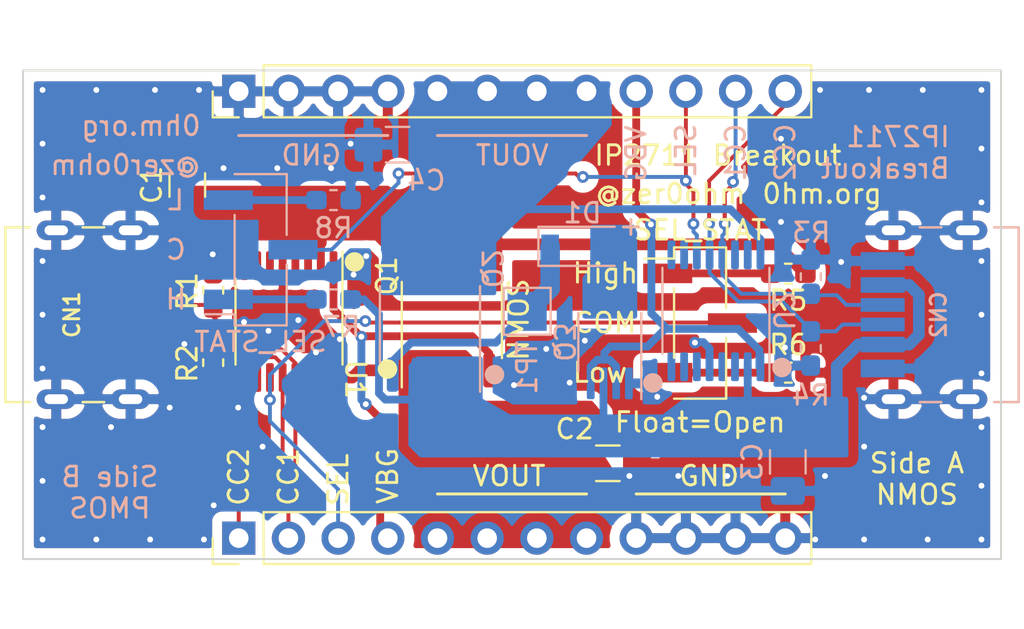
<source format=kicad_pcb>
(kicad_pcb (version 20171130) (host pcbnew "(5.1.6)-1")

  (general
    (thickness 1.6)
    (drawings 44)
    (tracks 267)
    (zones 0)
    (modules 25)
    (nets 38)
  )

  (page A4)
  (layers
    (0 F.Cu signal)
    (31 B.Cu signal)
    (32 B.Adhes user)
    (33 F.Adhes user)
    (34 B.Paste user)
    (35 F.Paste user)
    (36 B.SilkS user)
    (37 F.SilkS user)
    (38 B.Mask user)
    (39 F.Mask user)
    (40 Dwgs.User user)
    (41 Cmts.User user)
    (42 Eco1.User user)
    (43 Eco2.User user)
    (44 Edge.Cuts user)
    (45 Margin user)
    (46 B.CrtYd user)
    (47 F.CrtYd user)
    (48 B.Fab user)
    (49 F.Fab user)
  )

  (setup
    (last_trace_width 0.4)
    (user_trace_width 0.2)
    (user_trace_width 0.4)
    (user_trace_width 0.6)
    (user_trace_width 1)
    (user_trace_width 1.2)
    (user_trace_width 2)
    (trace_clearance 0.2)
    (zone_clearance 0.508)
    (zone_45_only no)
    (trace_min 0.1524)
    (via_size 0.6)
    (via_drill 0.3)
    (via_min_size 0.5)
    (via_min_drill 0.2)
    (uvia_size 0.3)
    (uvia_drill 0.1)
    (uvias_allowed no)
    (uvia_min_size 0.2)
    (uvia_min_drill 0.1)
    (edge_width 0.1)
    (segment_width 0.2)
    (pcb_text_width 0.3)
    (pcb_text_size 1.5 1.5)
    (mod_edge_width 0.15)
    (mod_text_size 1 1)
    (mod_text_width 0.15)
    (pad_size 1 2)
    (pad_drill 0.5)
    (pad_to_mask_clearance 0)
    (aux_axis_origin 50 150)
    (grid_origin 50 150)
    (visible_elements 7FFFF7FF)
    (pcbplotparams
      (layerselection 0x010f0_ffffffff)
      (usegerberextensions true)
      (usegerberattributes false)
      (usegerberadvancedattributes false)
      (creategerberjobfile false)
      (excludeedgelayer true)
      (linewidth 0.100000)
      (plotframeref false)
      (viasonmask false)
      (mode 1)
      (useauxorigin true)
      (hpglpennumber 1)
      (hpglpenspeed 20)
      (hpglpendiameter 15.000000)
      (psnegative false)
      (psa4output false)
      (plotreference true)
      (plotvalue false)
      (plotinvisibletext false)
      (padsonsilk false)
      (subtractmaskfromsilk false)
      (outputformat 1)
      (mirror false)
      (drillshape 0)
      (scaleselection 1)
      (outputdirectory "F:/dpb_c/Dropbox/Cansat〜湊屋 + 理工学AtoZ〜/縦基板ニキシー管時計/設計データ/PDBreakout/gerber/"))
  )

  (net 0 "")
  (net 1 GND)
  (net 2 /CC1_A)
  (net 3 /CC2_A)
  (net 4 /CC1_B)
  (net 5 /CC2_B)
  (net 6 "Net-(D1-Pad2)")
  (net 7 /PMOS)
  (net 8 /VBG_A)
  (net 9 /SEL_A)
  (net 10 /SEL_B)
  (net 11 "Net-(U1-Pad15)")
  (net 12 "Net-(U1-Pad14)")
  (net 13 "Net-(U1-Pad10)")
  (net 14 "Net-(U1-Pad9)")
  (net 15 "Net-(U1-Pad8)")
  (net 16 "Net-(U1-Pad7)")
  (net 17 "Net-(U1-Pad6)")
  (net 18 "Net-(U1-Pad4)")
  (net 19 "Net-(U1-Pad3)")
  (net 20 "Net-(U2-Pad15)")
  (net 21 "Net-(U2-Pad14)")
  (net 22 "Net-(U2-Pad10)")
  (net 23 "Net-(U2-Pad9)")
  (net 24 "Net-(U2-Pad8)")
  (net 25 "Net-(U2-Pad7)")
  (net 26 "Net-(U2-Pad6)")
  (net 27 "Net-(U2-Pad4)")
  (net 28 "Net-(U2-Pad3)")
  (net 29 /VBG_B)
  (net 30 /VBUS_A)
  (net 31 /VOUT_A)
  (net 32 /VBUS_B)
  (net 33 /VOUT_B)
  (net 34 "Net-(JP1-Pad3)")
  (net 35 "Net-(JP1-Pad1)")
  (net 36 "Net-(JP2-Pad3)")
  (net 37 "Net-(JP2-Pad1)")

  (net_class Default "これはデフォルトのネット クラスです。"
    (clearance 0.2)
    (trace_width 0.2)
    (via_dia 0.6)
    (via_drill 0.3)
    (uvia_dia 0.3)
    (uvia_drill 0.1)
    (add_net /CC1_A)
    (add_net /CC1_B)
    (add_net /CC2_A)
    (add_net /CC2_B)
    (add_net /PMOS)
    (add_net /SEL_A)
    (add_net /SEL_B)
    (add_net /VBG_A)
    (add_net /VBG_B)
    (add_net /VBUS_A)
    (add_net /VBUS_B)
    (add_net /VOUT_A)
    (add_net /VOUT_B)
    (add_net GND)
    (add_net "Net-(D1-Pad2)")
    (add_net "Net-(JP1-Pad1)")
    (add_net "Net-(JP1-Pad3)")
    (add_net "Net-(JP2-Pad1)")
    (add_net "Net-(JP2-Pad3)")
    (add_net "Net-(U1-Pad10)")
    (add_net "Net-(U1-Pad14)")
    (add_net "Net-(U1-Pad15)")
    (add_net "Net-(U1-Pad3)")
    (add_net "Net-(U1-Pad4)")
    (add_net "Net-(U1-Pad6)")
    (add_net "Net-(U1-Pad7)")
    (add_net "Net-(U1-Pad8)")
    (add_net "Net-(U1-Pad9)")
    (add_net "Net-(U2-Pad10)")
    (add_net "Net-(U2-Pad14)")
    (add_net "Net-(U2-Pad15)")
    (add_net "Net-(U2-Pad3)")
    (add_net "Net-(U2-Pad4)")
    (add_net "Net-(U2-Pad6)")
    (add_net "Net-(U2-Pad7)")
    (add_net "Net-(U2-Pad8)")
    (add_net "Net-(U2-Pad9)")
  )

  (module TestPoint:TestPoint_Pad_2.0x2.0mm (layer B.Cu) (tedit 5A0F774F) (tstamp 622A21EE)
    (at 75.775 137.325)
    (descr "SMD rectangular pad as test Point, square 2.0mm side length")
    (tags "test point SMD pad rectangle square")
    (path /622F0C72)
    (attr virtual)
    (fp_text reference TP1 (at -0.005 2.895 90) (layer B.SilkS)
      (effects (font (size 1 1) (thickness 0.15)) (justify mirror))
    )
    (fp_text value PMG (at 0 -2.05) (layer B.Fab)
      (effects (font (size 1 1) (thickness 0.15)) (justify mirror))
    )
    (fp_line (start -1.2 1.2) (end 1.2 1.2) (layer B.SilkS) (width 0.12))
    (fp_line (start 1.2 1.2) (end 1.2 -1.2) (layer B.SilkS) (width 0.12))
    (fp_line (start 1.2 -1.2) (end -1.2 -1.2) (layer B.SilkS) (width 0.12))
    (fp_line (start -1.2 -1.2) (end -1.2 1.2) (layer B.SilkS) (width 0.12))
    (fp_line (start -1.5 1.5) (end 1.5 1.5) (layer B.CrtYd) (width 0.05))
    (fp_line (start -1.5 1.5) (end -1.5 -1.5) (layer B.CrtYd) (width 0.05))
    (fp_line (start 1.5 -1.5) (end 1.5 1.5) (layer B.CrtYd) (width 0.05))
    (fp_line (start 1.5 -1.5) (end -1.5 -1.5) (layer B.CrtYd) (width 0.05))
    (fp_text user %R (at 0 2) (layer B.Fab)
      (effects (font (size 1 1) (thickness 0.15)) (justify mirror))
    )
    (pad 1 smd rect (at 0 0) (size 2 2) (layers B.Cu B.Mask)
      (net 7 /PMOS))
  )

  (module Package_SO:MSOP-8_3x3mm_P0.65mm (layer B.Cu) (tedit 5E509FDD) (tstamp 622A20E0)
    (at 80 138.9 90)
    (descr "MSOP, 8 Pin (https://www.jedec.org/system/files/docs/mo-187F.pdf variant AA), generated with kicad-footprint-generator ipc_gullwing_generator.py")
    (tags "MSOP SO")
    (path /62206912)
    (attr smd)
    (fp_text reference Q3 (at 0 -2.35 270 unlocked) (layer B.SilkS)
      (effects (font (size 1 1) (thickness 0.15)) (justify mirror))
    )
    (fp_text value IRF7509 (at 0 -2.45 90) (layer B.Fab)
      (effects (font (size 1 1) (thickness 0.15)) (justify mirror))
    )
    (fp_line (start 0 -1.61) (end 1.5 -1.61) (layer B.SilkS) (width 0.12))
    (fp_line (start 0 -1.61) (end -1.5 -1.61) (layer B.SilkS) (width 0.12))
    (fp_line (start 0 1.61) (end 1.5 1.61) (layer B.SilkS) (width 0.12))
    (fp_line (start 0 1.61) (end -2.925 1.61) (layer B.SilkS) (width 0.12))
    (fp_line (start -0.75 1.5) (end 1.5 1.5) (layer B.Fab) (width 0.1))
    (fp_line (start 1.5 1.5) (end 1.5 -1.5) (layer B.Fab) (width 0.1))
    (fp_line (start 1.5 -1.5) (end -1.5 -1.5) (layer B.Fab) (width 0.1))
    (fp_line (start -1.5 -1.5) (end -1.5 0.75) (layer B.Fab) (width 0.1))
    (fp_line (start -1.5 0.75) (end -0.75 1.5) (layer B.Fab) (width 0.1))
    (fp_line (start -3.18 1.75) (end -3.18 -1.75) (layer B.CrtYd) (width 0.05))
    (fp_line (start -3.18 -1.75) (end 3.18 -1.75) (layer B.CrtYd) (width 0.05))
    (fp_line (start 3.18 -1.75) (end 3.18 1.75) (layer B.CrtYd) (width 0.05))
    (fp_line (start 3.18 1.75) (end -3.18 1.75) (layer B.CrtYd) (width 0.05))
    (fp_text user %R (at 0 0 90) (layer B.Fab)
      (effects (font (size 0.75 0.75) (thickness 0.11)) (justify mirror))
    )
    (pad 8 smd roundrect (at 2.1125 0.975 90) (size 1.625 0.4) (layers B.Cu B.Paste B.Mask) (roundrect_rratio 0.25)
      (net 6 "Net-(D1-Pad2)"))
    (pad 7 smd roundrect (at 2.1125 0.325 90) (size 1.625 0.4) (layers B.Cu B.Paste B.Mask) (roundrect_rratio 0.25)
      (net 6 "Net-(D1-Pad2)"))
    (pad 6 smd roundrect (at 2.1125 -0.325 90) (size 1.625 0.4) (layers B.Cu B.Paste B.Mask) (roundrect_rratio 0.25)
      (net 6 "Net-(D1-Pad2)"))
    (pad 5 smd roundrect (at 2.1125 -0.975 90) (size 1.625 0.4) (layers B.Cu B.Paste B.Mask) (roundrect_rratio 0.25)
      (net 6 "Net-(D1-Pad2)"))
    (pad 4 smd roundrect (at -2.1125 -0.975 90) (size 1.625 0.4) (layers B.Cu B.Paste B.Mask) (roundrect_rratio 0.25)
      (net 29 /VBG_B))
    (pad 3 smd roundrect (at -2.1125 -0.325 90) (size 1.625 0.4) (layers B.Cu B.Paste B.Mask) (roundrect_rratio 0.25)
      (net 32 /VBUS_B))
    (pad 2 smd roundrect (at -2.1125 0.325 90) (size 1.625 0.4) (layers B.Cu B.Paste B.Mask) (roundrect_rratio 0.25)
      (net 29 /VBG_B))
    (pad 1 smd roundrect (at -2.1125 0.975 90) (size 1.625 0.4) (layers B.Cu B.Paste B.Mask) (roundrect_rratio 0.25)
      (net 1 GND))
    (model ${KISYS3DMOD}/Package_SO.3dshapes/MSOP-8_3x3mm_P0.65mm.wrl
      (at (xyz 0 0 0))
      (scale (xyz 1 1 1))
      (rotate (xyz 0 0 0))
    )
  )

  (module Diode_SMD:D_SOD-123 (layer B.Cu) (tedit 58645DC7) (tstamp 6227370B)
    (at 78.6 134)
    (descr SOD-123)
    (tags SOD-123)
    (path /6224C29E)
    (attr smd)
    (fp_text reference D1 (at 0 -1.7 180) (layer B.SilkS)
      (effects (font (size 1 1) (thickness 0.15)) (justify mirror))
    )
    (fp_text value 1N4148 (at 0 -2.1) (layer B.Fab)
      (effects (font (size 1 1) (thickness 0.15)) (justify mirror))
    )
    (fp_line (start -2.25 1) (end 1.65 1) (layer B.SilkS) (width 0.12))
    (fp_line (start -2.25 -1) (end 1.65 -1) (layer B.SilkS) (width 0.12))
    (fp_line (start -2.35 1.15) (end -2.35 -1.15) (layer B.CrtYd) (width 0.05))
    (fp_line (start 2.35 -1.15) (end -2.35 -1.15) (layer B.CrtYd) (width 0.05))
    (fp_line (start 2.35 1.15) (end 2.35 -1.15) (layer B.CrtYd) (width 0.05))
    (fp_line (start -2.35 1.15) (end 2.35 1.15) (layer B.CrtYd) (width 0.05))
    (fp_line (start -1.4 0.9) (end 1.4 0.9) (layer B.Fab) (width 0.1))
    (fp_line (start 1.4 0.9) (end 1.4 -0.9) (layer B.Fab) (width 0.1))
    (fp_line (start 1.4 -0.9) (end -1.4 -0.9) (layer B.Fab) (width 0.1))
    (fp_line (start -1.4 -0.9) (end -1.4 0.9) (layer B.Fab) (width 0.1))
    (fp_line (start -0.75 0) (end -0.35 0) (layer B.Fab) (width 0.1))
    (fp_line (start -0.35 0) (end -0.35 0.55) (layer B.Fab) (width 0.1))
    (fp_line (start -0.35 0) (end -0.35 -0.55) (layer B.Fab) (width 0.1))
    (fp_line (start -0.35 0) (end 0.25 0.4) (layer B.Fab) (width 0.1))
    (fp_line (start 0.25 0.4) (end 0.25 -0.4) (layer B.Fab) (width 0.1))
    (fp_line (start 0.25 -0.4) (end -0.35 0) (layer B.Fab) (width 0.1))
    (fp_line (start 0.25 0) (end 0.75 0) (layer B.Fab) (width 0.1))
    (fp_line (start -2.25 1) (end -2.25 -1) (layer B.SilkS) (width 0.12))
    (fp_text user %R (at 0 2) (layer B.Fab)
      (effects (font (size 1 1) (thickness 0.15)) (justify mirror))
    )
    (pad 2 smd rect (at 1.65 0) (size 0.9 1.2) (layers B.Cu B.Paste B.Mask)
      (net 6 "Net-(D1-Pad2)"))
    (pad 1 smd rect (at -1.65 0) (size 0.9 1.2) (layers B.Cu B.Paste B.Mask)
      (net 7 /PMOS))
    (model ${KISYS3DMOD}/Diode_SMD.3dshapes/D_SOD-123.wrl
      (at (xyz 0 0 0))
      (scale (xyz 1 1 1))
      (rotate (xyz 0 0 0))
    )
  )

  (module Resistor_SMD:R_0603_1608Metric_Pad1.05x0.95mm_HandSolder (layer B.Cu) (tedit 5B301BBD) (tstamp 6228BFC7)
    (at 65.875 131.635)
    (descr "Resistor SMD 0603 (1608 Metric), square (rectangular) end terminal, IPC_7351 nominal with elongated pad for handsoldering. (Body size source: http://www.tortai-tech.com/upload/download/2011102023233369053.pdf), generated with kicad-footprint-generator")
    (tags "resistor handsolder")
    (path /6220612A)
    (attr smd)
    (fp_text reference R8 (at 0 1.43) (layer B.SilkS)
      (effects (font (size 1 1) (thickness 0.15)) (justify mirror))
    )
    (fp_text value 100k (at 0 -1.43) (layer B.Fab)
      (effects (font (size 1 1) (thickness 0.15)) (justify mirror))
    )
    (fp_line (start -0.8 -0.4) (end -0.8 0.4) (layer B.Fab) (width 0.1))
    (fp_line (start -0.8 0.4) (end 0.8 0.4) (layer B.Fab) (width 0.1))
    (fp_line (start 0.8 0.4) (end 0.8 -0.4) (layer B.Fab) (width 0.1))
    (fp_line (start 0.8 -0.4) (end -0.8 -0.4) (layer B.Fab) (width 0.1))
    (fp_line (start -0.171267 0.51) (end 0.171267 0.51) (layer B.SilkS) (width 0.12))
    (fp_line (start -0.171267 -0.51) (end 0.171267 -0.51) (layer B.SilkS) (width 0.12))
    (fp_line (start -1.65 -0.73) (end -1.65 0.73) (layer B.CrtYd) (width 0.05))
    (fp_line (start -1.65 0.73) (end 1.65 0.73) (layer B.CrtYd) (width 0.05))
    (fp_line (start 1.65 0.73) (end 1.65 -0.73) (layer B.CrtYd) (width 0.05))
    (fp_line (start 1.65 -0.73) (end -1.65 -0.73) (layer B.CrtYd) (width 0.05))
    (fp_text user %R (at 0 0) (layer B.Fab)
      (effects (font (size 0.4 0.4) (thickness 0.06)) (justify mirror))
    )
    (pad 2 smd roundrect (at 0.875 0) (size 1.05 0.95) (layers B.Cu B.Paste B.Mask) (roundrect_rratio 0.25)
      (net 1 GND))
    (pad 1 smd roundrect (at -0.875 0) (size 1.05 0.95) (layers B.Cu B.Paste B.Mask) (roundrect_rratio 0.25)
      (net 36 "Net-(JP2-Pad3)"))
    (model ${KISYS3DMOD}/Resistor_SMD.3dshapes/R_0603_1608Metric.wrl
      (at (xyz 0 0 0))
      (scale (xyz 1 1 1))
      (rotate (xyz 0 0 0))
    )
  )

  (module Resistor_SMD:R_0603_1608Metric_Pad1.05x0.95mm_HandSolder (layer B.Cu) (tedit 5B301BBD) (tstamp 6228BFB6)
    (at 65.875 136.715 180)
    (descr "Resistor SMD 0603 (1608 Metric), square (rectangular) end terminal, IPC_7351 nominal with elongated pad for handsoldering. (Body size source: http://www.tortai-tech.com/upload/download/2011102023233369053.pdf), generated with kicad-footprint-generator")
    (tags "resistor handsolder")
    (path /62206120)
    (attr smd)
    (fp_text reference R7 (at -0.395 -1.405 180) (layer B.SilkS)
      (effects (font (size 1 1) (thickness 0.15)) (justify mirror))
    )
    (fp_text value 100k (at 0 -1.43) (layer B.Fab)
      (effects (font (size 1 1) (thickness 0.15)) (justify mirror))
    )
    (fp_line (start -0.8 -0.4) (end -0.8 0.4) (layer B.Fab) (width 0.1))
    (fp_line (start -0.8 0.4) (end 0.8 0.4) (layer B.Fab) (width 0.1))
    (fp_line (start 0.8 0.4) (end 0.8 -0.4) (layer B.Fab) (width 0.1))
    (fp_line (start 0.8 -0.4) (end -0.8 -0.4) (layer B.Fab) (width 0.1))
    (fp_line (start -0.171267 0.51) (end 0.171267 0.51) (layer B.SilkS) (width 0.12))
    (fp_line (start -0.171267 -0.51) (end 0.171267 -0.51) (layer B.SilkS) (width 0.12))
    (fp_line (start -1.65 -0.73) (end -1.65 0.73) (layer B.CrtYd) (width 0.05))
    (fp_line (start -1.65 0.73) (end 1.65 0.73) (layer B.CrtYd) (width 0.05))
    (fp_line (start 1.65 0.73) (end 1.65 -0.73) (layer B.CrtYd) (width 0.05))
    (fp_line (start 1.65 -0.73) (end -1.65 -0.73) (layer B.CrtYd) (width 0.05))
    (fp_text user %R (at 0 0) (layer B.Fab)
      (effects (font (size 0.4 0.4) (thickness 0.06)) (justify mirror))
    )
    (pad 2 smd roundrect (at 0.875 0 180) (size 1.05 0.95) (layers B.Cu B.Paste B.Mask) (roundrect_rratio 0.25)
      (net 37 "Net-(JP2-Pad1)"))
    (pad 1 smd roundrect (at -0.875 0 180) (size 1.05 0.95) (layers B.Cu B.Paste B.Mask) (roundrect_rratio 0.25)
      (net 32 /VBUS_B))
    (model ${KISYS3DMOD}/Resistor_SMD.3dshapes/R_0603_1608Metric.wrl
      (at (xyz 0 0 0))
      (scale (xyz 1 1 1))
      (rotate (xyz 0 0 0))
    )
  )

  (module Resistor_SMD:R_0603_1608Metric_Pad1.05x0.95mm_HandSolder (layer B.Cu) (tedit 5B301BBD) (tstamp 6228BF65)
    (at 90.275 139.225 270)
    (descr "Resistor SMD 0603 (1608 Metric), square (rectangular) end terminal, IPC_7351 nominal with elongated pad for handsoldering. (Body size source: http://www.tortai-tech.com/upload/download/2011102023233369053.pdf), generated with kicad-footprint-generator")
    (tags "resistor handsolder")
    (path /6225C13F)
    (attr smd)
    (fp_text reference R4 (at 2.4 0 180) (layer B.SilkS)
      (effects (font (size 1 1) (thickness 0.15)) (justify mirror))
    )
    (fp_text value DNP (at 0 -1.43 90) (layer B.Fab)
      (effects (font (size 1 1) (thickness 0.15)) (justify mirror))
    )
    (fp_line (start -0.8 -0.4) (end -0.8 0.4) (layer B.Fab) (width 0.1))
    (fp_line (start -0.8 0.4) (end 0.8 0.4) (layer B.Fab) (width 0.1))
    (fp_line (start 0.8 0.4) (end 0.8 -0.4) (layer B.Fab) (width 0.1))
    (fp_line (start 0.8 -0.4) (end -0.8 -0.4) (layer B.Fab) (width 0.1))
    (fp_line (start -0.171267 0.51) (end 0.171267 0.51) (layer B.SilkS) (width 0.12))
    (fp_line (start -0.171267 -0.51) (end 0.171267 -0.51) (layer B.SilkS) (width 0.12))
    (fp_line (start -1.65 -0.73) (end -1.65 0.73) (layer B.CrtYd) (width 0.05))
    (fp_line (start -1.65 0.73) (end 1.65 0.73) (layer B.CrtYd) (width 0.05))
    (fp_line (start 1.65 0.73) (end 1.65 -0.73) (layer B.CrtYd) (width 0.05))
    (fp_line (start 1.65 -0.73) (end -1.65 -0.73) (layer B.CrtYd) (width 0.05))
    (fp_text user %R (at 0 0 90) (layer B.Fab)
      (effects (font (size 0.4 0.4) (thickness 0.06)) (justify mirror))
    )
    (pad 2 smd roundrect (at 0.875 0 270) (size 1.05 0.95) (layers B.Cu B.Paste B.Mask) (roundrect_rratio 0.25)
      (net 1 GND))
    (pad 1 smd roundrect (at -0.875 0 270) (size 1.05 0.95) (layers B.Cu B.Paste B.Mask) (roundrect_rratio 0.25)
      (net 5 /CC2_B))
    (model ${KISYS3DMOD}/Resistor_SMD.3dshapes/R_0603_1608Metric.wrl
      (at (xyz 0 0 0))
      (scale (xyz 1 1 1))
      (rotate (xyz 0 0 0))
    )
  )

  (module Resistor_SMD:R_0603_1608Metric_Pad1.05x0.95mm_HandSolder (layer B.Cu) (tedit 5B301BBD) (tstamp 6228BF54)
    (at 90.275 135.55 90)
    (descr "Resistor SMD 0603 (1608 Metric), square (rectangular) end terminal, IPC_7351 nominal with elongated pad for handsoldering. (Body size source: http://www.tortai-tech.com/upload/download/2011102023233369053.pdf), generated with kicad-footprint-generator")
    (tags "resistor handsolder")
    (path /6225C11C)
    (attr smd)
    (fp_text reference R3 (at 2.25 0.025 180) (layer B.SilkS)
      (effects (font (size 1 1) (thickness 0.15)) (justify mirror))
    )
    (fp_text value DNP (at 0 -1.43 90) (layer B.Fab)
      (effects (font (size 1 1) (thickness 0.15)) (justify mirror))
    )
    (fp_line (start -0.8 -0.4) (end -0.8 0.4) (layer B.Fab) (width 0.1))
    (fp_line (start -0.8 0.4) (end 0.8 0.4) (layer B.Fab) (width 0.1))
    (fp_line (start 0.8 0.4) (end 0.8 -0.4) (layer B.Fab) (width 0.1))
    (fp_line (start 0.8 -0.4) (end -0.8 -0.4) (layer B.Fab) (width 0.1))
    (fp_line (start -0.171267 0.51) (end 0.171267 0.51) (layer B.SilkS) (width 0.12))
    (fp_line (start -0.171267 -0.51) (end 0.171267 -0.51) (layer B.SilkS) (width 0.12))
    (fp_line (start -1.65 -0.73) (end -1.65 0.73) (layer B.CrtYd) (width 0.05))
    (fp_line (start -1.65 0.73) (end 1.65 0.73) (layer B.CrtYd) (width 0.05))
    (fp_line (start 1.65 0.73) (end 1.65 -0.73) (layer B.CrtYd) (width 0.05))
    (fp_line (start 1.65 -0.73) (end -1.65 -0.73) (layer B.CrtYd) (width 0.05))
    (fp_text user %R (at 0 0 90) (layer B.Fab)
      (effects (font (size 0.4 0.4) (thickness 0.06)) (justify mirror))
    )
    (pad 2 smd roundrect (at 0.875 0 90) (size 1.05 0.95) (layers B.Cu B.Paste B.Mask) (roundrect_rratio 0.25)
      (net 1 GND))
    (pad 1 smd roundrect (at -0.875 0 90) (size 1.05 0.95) (layers B.Cu B.Paste B.Mask) (roundrect_rratio 0.25)
      (net 4 /CC1_B))
    (model ${KISYS3DMOD}/Resistor_SMD.3dshapes/R_0603_1608Metric.wrl
      (at (xyz 0 0 0))
      (scale (xyz 1 1 1))
      (rotate (xyz 0 0 0))
    )
  )

  (module Connector_PinHeader_2.54mm:PinHeader_1x03_P2.54mm_Vertical_SMD_Pin1Left (layer B.Cu) (tedit 59FED5CC) (tstamp 6228BE6D)
    (at 62.15 134.175)
    (descr "surface-mounted straight pin header, 1x03, 2.54mm pitch, single row, style 1 (pin 1 left)")
    (tags "Surface mounted pin header SMD 1x03 2.54mm single row style1 pin1 left")
    (path /623EA6CD)
    (attr smd)
    (fp_text reference JP2 (at 0 4.87) (layer B.SilkS) hide
      (effects (font (size 1 1) (thickness 0.15)) (justify mirror))
    )
    (fp_text value SEL_STAT (at 0 -4.87) (layer B.Fab)
      (effects (font (size 1 1) (thickness 0.15)) (justify mirror))
    )
    (fp_line (start 1.27 -3.81) (end -1.27 -3.81) (layer B.Fab) (width 0.1))
    (fp_line (start -0.32 3.81) (end 1.27 3.81) (layer B.Fab) (width 0.1))
    (fp_line (start -1.27 -3.81) (end -1.27 2.86) (layer B.Fab) (width 0.1))
    (fp_line (start -1.27 2.86) (end -0.32 3.81) (layer B.Fab) (width 0.1))
    (fp_line (start 1.27 3.81) (end 1.27 -3.81) (layer B.Fab) (width 0.1))
    (fp_line (start -1.27 2.86) (end -2.54 2.86) (layer B.Fab) (width 0.1))
    (fp_line (start -2.54 2.86) (end -2.54 2.22) (layer B.Fab) (width 0.1))
    (fp_line (start -2.54 2.22) (end -1.27 2.22) (layer B.Fab) (width 0.1))
    (fp_line (start -1.27 -2.22) (end -2.54 -2.22) (layer B.Fab) (width 0.1))
    (fp_line (start -2.54 -2.22) (end -2.54 -2.86) (layer B.Fab) (width 0.1))
    (fp_line (start -2.54 -2.86) (end -1.27 -2.86) (layer B.Fab) (width 0.1))
    (fp_line (start 1.27 0.32) (end 2.54 0.32) (layer B.Fab) (width 0.1))
    (fp_line (start 2.54 0.32) (end 2.54 -0.32) (layer B.Fab) (width 0.1))
    (fp_line (start 2.54 -0.32) (end 1.27 -0.32) (layer B.Fab) (width 0.1))
    (fp_line (start -1.33 3.87) (end 1.33 3.87) (layer B.SilkS) (width 0.12))
    (fp_line (start -1.33 -3.87) (end 1.33 -3.87) (layer B.SilkS) (width 0.12))
    (fp_line (start 1.33 3.87) (end 1.33 0.76) (layer B.SilkS) (width 0.12))
    (fp_line (start -1.33 3.3) (end -2.85 3.3) (layer B.SilkS) (width 0.12))
    (fp_line (start -1.33 3.87) (end -1.33 3.3) (layer B.SilkS) (width 0.12))
    (fp_line (start 1.33 -3.3) (end 1.33 -3.87) (layer B.SilkS) (width 0.12))
    (fp_line (start 1.33 -0.76) (end 1.33 -3.87) (layer B.SilkS) (width 0.12))
    (fp_line (start -1.33 1.78) (end -1.33 -1.78) (layer B.SilkS) (width 0.12))
    (fp_line (start -3.45 4.35) (end -3.45 -4.35) (layer B.CrtYd) (width 0.05))
    (fp_line (start -3.45 -4.35) (end 3.45 -4.35) (layer B.CrtYd) (width 0.05))
    (fp_line (start 3.45 -4.35) (end 3.45 4.35) (layer B.CrtYd) (width 0.05))
    (fp_line (start 3.45 4.35) (end -3.45 4.35) (layer B.CrtYd) (width 0.05))
    (fp_text user %R (at 0 0 -90) (layer B.Fab)
      (effects (font (size 1 1) (thickness 0.15)) (justify mirror))
    )
    (pad 2 smd rect (at 1.655 0) (size 2.51 1) (layers B.Cu B.Paste B.Mask)
      (net 10 /SEL_B))
    (pad 3 smd rect (at -1.655 -2.54) (size 2.51 1) (layers B.Cu B.Paste B.Mask)
      (net 36 "Net-(JP2-Pad3)"))
    (pad 1 smd rect (at -1.655 2.54) (size 2.51 1) (layers B.Cu B.Paste B.Mask)
      (net 37 "Net-(JP2-Pad1)"))
    (model ${KISYS3DMOD}/Connector_PinHeader_2.54mm.3dshapes/PinHeader_1x03_P2.54mm_Vertical_SMD_Pin1Left.wrl
      (at (xyz 0 0 0))
      (scale (xyz 1 1 1))
      (rotate (xyz 0 0 0))
    )
  )

  (module Resistor_SMD:R_0603_1608Metric_Pad1.05x0.95mm_HandSolder (layer F.Cu) (tedit 5B301BBD) (tstamp 6228B4E5)
    (at 89.125 140.465)
    (descr "Resistor SMD 0603 (1608 Metric), square (rectangular) end terminal, IPC_7351 nominal with elongated pad for handsoldering. (Body size source: http://www.tortai-tech.com/upload/download/2011102023233369053.pdf), generated with kicad-footprint-generator")
    (tags "resistor handsolder")
    (path /621D77DB)
    (attr smd)
    (fp_text reference R6 (at 0 -1.43) (layer F.SilkS)
      (effects (font (size 1 1) (thickness 0.15)))
    )
    (fp_text value 100k (at 0 1.43) (layer F.Fab)
      (effects (font (size 1 1) (thickness 0.15)))
    )
    (fp_line (start -0.8 0.4) (end -0.8 -0.4) (layer F.Fab) (width 0.1))
    (fp_line (start -0.8 -0.4) (end 0.8 -0.4) (layer F.Fab) (width 0.1))
    (fp_line (start 0.8 -0.4) (end 0.8 0.4) (layer F.Fab) (width 0.1))
    (fp_line (start 0.8 0.4) (end -0.8 0.4) (layer F.Fab) (width 0.1))
    (fp_line (start -0.171267 -0.51) (end 0.171267 -0.51) (layer F.SilkS) (width 0.12))
    (fp_line (start -0.171267 0.51) (end 0.171267 0.51) (layer F.SilkS) (width 0.12))
    (fp_line (start -1.65 0.73) (end -1.65 -0.73) (layer F.CrtYd) (width 0.05))
    (fp_line (start -1.65 -0.73) (end 1.65 -0.73) (layer F.CrtYd) (width 0.05))
    (fp_line (start 1.65 -0.73) (end 1.65 0.73) (layer F.CrtYd) (width 0.05))
    (fp_line (start 1.65 0.73) (end -1.65 0.73) (layer F.CrtYd) (width 0.05))
    (fp_text user %R (at 0 0) (layer F.Fab)
      (effects (font (size 0.4 0.4) (thickness 0.06)))
    )
    (pad 2 smd roundrect (at 0.875 0) (size 1.05 0.95) (layers F.Cu F.Paste F.Mask) (roundrect_rratio 0.25)
      (net 1 GND))
    (pad 1 smd roundrect (at -0.875 0) (size 1.05 0.95) (layers F.Cu F.Paste F.Mask) (roundrect_rratio 0.25)
      (net 34 "Net-(JP1-Pad3)"))
    (model ${KISYS3DMOD}/Resistor_SMD.3dshapes/R_0603_1608Metric.wrl
      (at (xyz 0 0 0))
      (scale (xyz 1 1 1))
      (rotate (xyz 0 0 0))
    )
  )

  (module Resistor_SMD:R_0603_1608Metric_Pad1.05x0.95mm_HandSolder (layer F.Cu) (tedit 5B301BBD) (tstamp 6228B4D4)
    (at 89.125 135.4 180)
    (descr "Resistor SMD 0603 (1608 Metric), square (rectangular) end terminal, IPC_7351 nominal with elongated pad for handsoldering. (Body size source: http://www.tortai-tech.com/upload/download/2011102023233369053.pdf), generated with kicad-footprint-generator")
    (tags "resistor handsolder")
    (path /621D6AFE)
    (attr smd)
    (fp_text reference R5 (at 0 -1.375 180) (layer F.SilkS)
      (effects (font (size 1 1) (thickness 0.15)))
    )
    (fp_text value 100k (at 0 1.43) (layer F.Fab)
      (effects (font (size 1 1) (thickness 0.15)))
    )
    (fp_line (start -0.8 0.4) (end -0.8 -0.4) (layer F.Fab) (width 0.1))
    (fp_line (start -0.8 -0.4) (end 0.8 -0.4) (layer F.Fab) (width 0.1))
    (fp_line (start 0.8 -0.4) (end 0.8 0.4) (layer F.Fab) (width 0.1))
    (fp_line (start 0.8 0.4) (end -0.8 0.4) (layer F.Fab) (width 0.1))
    (fp_line (start -0.171267 -0.51) (end 0.171267 -0.51) (layer F.SilkS) (width 0.12))
    (fp_line (start -0.171267 0.51) (end 0.171267 0.51) (layer F.SilkS) (width 0.12))
    (fp_line (start -1.65 0.73) (end -1.65 -0.73) (layer F.CrtYd) (width 0.05))
    (fp_line (start -1.65 -0.73) (end 1.65 -0.73) (layer F.CrtYd) (width 0.05))
    (fp_line (start 1.65 -0.73) (end 1.65 0.73) (layer F.CrtYd) (width 0.05))
    (fp_line (start 1.65 0.73) (end -1.65 0.73) (layer F.CrtYd) (width 0.05))
    (fp_text user %R (at 0 0) (layer F.Fab)
      (effects (font (size 0.4 0.4) (thickness 0.06)))
    )
    (pad 2 smd roundrect (at 0.875 0 180) (size 1.05 0.95) (layers F.Cu F.Paste F.Mask) (roundrect_rratio 0.25)
      (net 35 "Net-(JP1-Pad1)"))
    (pad 1 smd roundrect (at -0.875 0 180) (size 1.05 0.95) (layers F.Cu F.Paste F.Mask) (roundrect_rratio 0.25)
      (net 30 /VBUS_A))
    (model ${KISYS3DMOD}/Resistor_SMD.3dshapes/R_0603_1608Metric.wrl
      (at (xyz 0 0 0))
      (scale (xyz 1 1 1))
      (rotate (xyz 0 0 0))
    )
  )

  (module Resistor_SMD:R_0603_1608Metric_Pad1.05x0.95mm_HandSolder (layer F.Cu) (tedit 5B301BBD) (tstamp 6228B483)
    (at 59.725 139.95 270)
    (descr "Resistor SMD 0603 (1608 Metric), square (rectangular) end terminal, IPC_7351 nominal with elongated pad for handsoldering. (Body size source: http://www.tortai-tech.com/upload/download/2011102023233369053.pdf), generated with kicad-footprint-generator")
    (tags "resistor handsolder")
    (path /62239CC2)
    (attr smd)
    (fp_text reference R2 (at 0.05 1.325 270) (layer F.SilkS)
      (effects (font (size 1 1) (thickness 0.15)))
    )
    (fp_text value DNP (at 0 1.43 90) (layer F.Fab)
      (effects (font (size 1 1) (thickness 0.15)))
    )
    (fp_line (start -0.8 0.4) (end -0.8 -0.4) (layer F.Fab) (width 0.1))
    (fp_line (start -0.8 -0.4) (end 0.8 -0.4) (layer F.Fab) (width 0.1))
    (fp_line (start 0.8 -0.4) (end 0.8 0.4) (layer F.Fab) (width 0.1))
    (fp_line (start 0.8 0.4) (end -0.8 0.4) (layer F.Fab) (width 0.1))
    (fp_line (start -0.171267 -0.51) (end 0.171267 -0.51) (layer F.SilkS) (width 0.12))
    (fp_line (start -0.171267 0.51) (end 0.171267 0.51) (layer F.SilkS) (width 0.12))
    (fp_line (start -1.65 0.73) (end -1.65 -0.73) (layer F.CrtYd) (width 0.05))
    (fp_line (start -1.65 -0.73) (end 1.65 -0.73) (layer F.CrtYd) (width 0.05))
    (fp_line (start 1.65 -0.73) (end 1.65 0.73) (layer F.CrtYd) (width 0.05))
    (fp_line (start 1.65 0.73) (end -1.65 0.73) (layer F.CrtYd) (width 0.05))
    (fp_text user %R (at 0 0 90) (layer F.Fab)
      (effects (font (size 0.4 0.4) (thickness 0.06)))
    )
    (pad 2 smd roundrect (at 0.875 0 270) (size 1.05 0.95) (layers F.Cu F.Paste F.Mask) (roundrect_rratio 0.25)
      (net 1 GND))
    (pad 1 smd roundrect (at -0.875 0 270) (size 1.05 0.95) (layers F.Cu F.Paste F.Mask) (roundrect_rratio 0.25)
      (net 3 /CC2_A))
    (model ${KISYS3DMOD}/Resistor_SMD.3dshapes/R_0603_1608Metric.wrl
      (at (xyz 0 0 0))
      (scale (xyz 1 1 1))
      (rotate (xyz 0 0 0))
    )
  )

  (module Resistor_SMD:R_0603_1608Metric_Pad1.05x0.95mm_HandSolder (layer F.Cu) (tedit 5B301BBD) (tstamp 6228B472)
    (at 59.725 136.25 90)
    (descr "Resistor SMD 0603 (1608 Metric), square (rectangular) end terminal, IPC_7351 nominal with elongated pad for handsoldering. (Body size source: http://www.tortai-tech.com/upload/download/2011102023233369053.pdf), generated with kicad-footprint-generator")
    (tags "resistor handsolder")
    (path /62238C12)
    (attr smd)
    (fp_text reference R1 (at -0.05 -1.325 270) (layer F.SilkS)
      (effects (font (size 1 1) (thickness 0.15)))
    )
    (fp_text value DNP (at 0 1.43 90) (layer F.Fab)
      (effects (font (size 1 1) (thickness 0.15)))
    )
    (fp_line (start -0.8 0.4) (end -0.8 -0.4) (layer F.Fab) (width 0.1))
    (fp_line (start -0.8 -0.4) (end 0.8 -0.4) (layer F.Fab) (width 0.1))
    (fp_line (start 0.8 -0.4) (end 0.8 0.4) (layer F.Fab) (width 0.1))
    (fp_line (start 0.8 0.4) (end -0.8 0.4) (layer F.Fab) (width 0.1))
    (fp_line (start -0.171267 -0.51) (end 0.171267 -0.51) (layer F.SilkS) (width 0.12))
    (fp_line (start -0.171267 0.51) (end 0.171267 0.51) (layer F.SilkS) (width 0.12))
    (fp_line (start -1.65 0.73) (end -1.65 -0.73) (layer F.CrtYd) (width 0.05))
    (fp_line (start -1.65 -0.73) (end 1.65 -0.73) (layer F.CrtYd) (width 0.05))
    (fp_line (start 1.65 -0.73) (end 1.65 0.73) (layer F.CrtYd) (width 0.05))
    (fp_line (start 1.65 0.73) (end -1.65 0.73) (layer F.CrtYd) (width 0.05))
    (fp_text user %R (at 0 0 90) (layer F.Fab)
      (effects (font (size 0.4 0.4) (thickness 0.06)))
    )
    (pad 2 smd roundrect (at 0.875 0 90) (size 1.05 0.95) (layers F.Cu F.Paste F.Mask) (roundrect_rratio 0.25)
      (net 1 GND))
    (pad 1 smd roundrect (at -0.875 0 90) (size 1.05 0.95) (layers F.Cu F.Paste F.Mask) (roundrect_rratio 0.25)
      (net 2 /CC1_A))
    (model ${KISYS3DMOD}/Resistor_SMD.3dshapes/R_0603_1608Metric.wrl
      (at (xyz 0 0 0))
      (scale (xyz 1 1 1))
      (rotate (xyz 0 0 0))
    )
  )

  (module USB_C-2.0_Receptacle_Generic_HandSoldering:CUI_UJC-HP-3-SMT-TR_HandSoldering (layer B.Cu) (tedit 621F95F6) (tstamp 621F98D0)
    (at 94.5 137.5 270)
    (path /62206070)
    (fp_text reference CN2 (at 0 -2.3 270) (layer B.SilkS)
      (effects (font (size 0.787402 0.787402) (thickness 0.15)) (justify mirror))
    )
    (fp_text value UJC-HP-3-SMT-TR (at 5 2 270) (layer B.Fab)
      (effects (font (size 0.787402 0.787402) (thickness 0.15)) (justify mirror))
    )
    (fp_line (start -4.47 0.5) (end -4.47 -6.4) (layer B.Fab) (width 0.127))
    (fp_line (start -4.47 -6.4) (end 4.47 -6.4) (layer B.Fab) (width 0.127))
    (fp_line (start 4.47 -6.4) (end 4.47 0.5) (layer B.Fab) (width 0.127))
    (fp_line (start 4.47 0.5) (end -4.47 0.5) (layer B.Fab) (width 0.127))
    (fp_line (start -4.47 -6.4) (end 4.47 -6.4) (layer B.SilkS) (width 0.127))
    (fp_line (start 4.47 -2.45) (end 4.47 -1.35) (layer B.SilkS) (width 0.127))
    (fp_line (start 4.47 -6.4) (end 4.47 -5.15) (layer B.SilkS) (width 0.127))
    (fp_line (start -4.47 -2.45) (end -4.47 -1.35) (layer B.SilkS) (width 0.127))
    (fp_line (start -4.47 -6.4) (end -4.47 -5.15) (layer B.SilkS) (width 0.127))
    (fp_line (start -5.07 1.25) (end -5.07 -6.65) (layer B.CrtYd) (width 0.05))
    (fp_line (start -5.07 -6.65) (end 5.07 -6.65) (layer B.CrtYd) (width 0.05))
    (fp_line (start 5.07 -6.65) (end 5.07 1.25) (layer B.CrtYd) (width 0.05))
    (fp_line (start 5.07 1.25) (end -5.07 1.25) (layer B.CrtYd) (width 0.05))
    (pad S1 thru_hole oval (at 4.32 -3.8 270) (size 1 2) (drill oval 0.5 1.2) (layers *.Cu *.Mask)
      (net 1 GND))
    (pad S1 thru_hole oval (at -4.32 -3.8 270) (size 1 2) (drill oval 0.5 1.2) (layers *.Cu *.Mask)
      (net 1 GND))
    (pad S1 thru_hole oval (at 4.32 0 270) (size 1 2) (drill oval 0.5 1.2) (layers *.Cu *.Mask)
      (net 1 GND))
    (pad S1 thru_hole oval (at -4.32 0 270) (size 1 2) (drill oval 0.5 1.2) (layers *.Cu *.Mask)
      (net 1 GND))
    (pad B12 smd rect (at -2.75 0.55 180) (size 2.25 0.9) (layers B.Cu B.Paste B.Mask)
      (net 1 GND))
    (pad A5 smd rect (at -0.5 0.55 180) (size 2.25 0.7) (layers B.Cu B.Paste B.Mask)
      (net 4 /CC1_B))
    (pad B5 smd rect (at 0.5 0.55 180) (size 2.25 0.7) (layers B.Cu B.Paste B.Mask)
      (net 5 /CC2_B))
    (pad B9 smd rect (at -1.52 0.55 180) (size 2.25 0.8) (layers B.Cu B.Paste B.Mask)
      (net 32 /VBUS_B))
    (pad B9 smd rect (at 1.525 0.55 180) (size 2.25 0.8) (layers B.Cu B.Paste B.Mask)
      (net 32 /VBUS_B))
    (pad A12 smd rect (at 2.75 0.55 180) (size 2.25 0.9) (layers B.Cu B.Paste B.Mask)
      (net 1 GND))
    (model C:/Users/haru/Documents/KiCad/footprint/UJC-HP-3-SMT-TR/UJC-HP-3-SMT-TR.step
      (at (xyz 0 0 0))
      (scale (xyz 1 1 1))
      (rotate (xyz -90 0 0))
    )
  )

  (module Connector_PinHeader_2.54mm:PinHeader_1x03_P2.54mm_Vertical_SMD_Pin1Left locked (layer F.Cu) (tedit 59FED5CC) (tstamp 6223ED54)
    (at 84.615 137.925)
    (descr "surface-mounted straight pin header, 1x03, 2.54mm pitch, single row, style 1 (pin 1 left)")
    (tags "Surface mounted pin header SMD 1x03 2.54mm single row style1 pin1 left")
    (path /62381D11)
    (attr smd)
    (fp_text reference JP1 (at 0 -6.22) (layer F.SilkS) hide
      (effects (font (size 1 1) (thickness 0.15)))
    )
    (fp_text value SEL_STAT (at 0 4.87) (layer F.Fab)
      (effects (font (size 1 1) (thickness 0.15)))
    )
    (fp_line (start 1.27 3.81) (end -1.27 3.81) (layer F.Fab) (width 0.1))
    (fp_line (start -0.32 -3.81) (end 1.27 -3.81) (layer F.Fab) (width 0.1))
    (fp_line (start -1.27 3.81) (end -1.27 -2.86) (layer F.Fab) (width 0.1))
    (fp_line (start -1.27 -2.86) (end -0.32 -3.81) (layer F.Fab) (width 0.1))
    (fp_line (start 1.27 -3.81) (end 1.27 3.81) (layer F.Fab) (width 0.1))
    (fp_line (start -1.27 -2.86) (end -2.54 -2.86) (layer F.Fab) (width 0.1))
    (fp_line (start -2.54 -2.86) (end -2.54 -2.22) (layer F.Fab) (width 0.1))
    (fp_line (start -2.54 -2.22) (end -1.27 -2.22) (layer F.Fab) (width 0.1))
    (fp_line (start -1.27 2.22) (end -2.54 2.22) (layer F.Fab) (width 0.1))
    (fp_line (start -2.54 2.22) (end -2.54 2.86) (layer F.Fab) (width 0.1))
    (fp_line (start -2.54 2.86) (end -1.27 2.86) (layer F.Fab) (width 0.1))
    (fp_line (start 1.27 -0.32) (end 2.54 -0.32) (layer F.Fab) (width 0.1))
    (fp_line (start 2.54 -0.32) (end 2.54 0.32) (layer F.Fab) (width 0.1))
    (fp_line (start 2.54 0.32) (end 1.27 0.32) (layer F.Fab) (width 0.1))
    (fp_line (start -1.33 -3.87) (end 1.33 -3.87) (layer F.SilkS) (width 0.12))
    (fp_line (start -1.33 3.87) (end 1.33 3.87) (layer F.SilkS) (width 0.12))
    (fp_line (start 1.33 -3.87) (end 1.33 -0.76) (layer F.SilkS) (width 0.12))
    (fp_line (start -1.33 -3.3) (end -2.85 -3.3) (layer F.SilkS) (width 0.12))
    (fp_line (start -1.33 -3.87) (end -1.33 -3.3) (layer F.SilkS) (width 0.12))
    (fp_line (start 1.33 3.3) (end 1.33 3.87) (layer F.SilkS) (width 0.12))
    (fp_line (start 1.33 0.76) (end 1.33 3.87) (layer F.SilkS) (width 0.12))
    (fp_line (start -1.33 -1.78) (end -1.33 1.78) (layer F.SilkS) (width 0.12))
    (fp_line (start -3.45 -4.35) (end -3.45 4.35) (layer F.CrtYd) (width 0.05))
    (fp_line (start -3.45 4.35) (end 3.45 4.35) (layer F.CrtYd) (width 0.05))
    (fp_line (start 3.45 4.35) (end 3.45 -4.35) (layer F.CrtYd) (width 0.05))
    (fp_line (start 3.45 -4.35) (end -3.45 -4.35) (layer F.CrtYd) (width 0.05))
    (fp_text user %R (at 0 0 90) (layer F.Fab)
      (effects (font (size 1 1) (thickness 0.15)))
    )
    (pad 2 smd rect (at 1.655 0) (size 2.51 1) (layers F.Cu F.Paste F.Mask)
      (net 9 /SEL_A))
    (pad 3 smd rect (at -1.655 2.54) (size 2.51 1) (layers F.Cu F.Paste F.Mask)
      (net 34 "Net-(JP1-Pad3)"))
    (pad 1 smd rect (at -1.655 -2.54) (size 2.51 1) (layers F.Cu F.Paste F.Mask)
      (net 35 "Net-(JP1-Pad1)"))
    (model ${KISYS3DMOD}/Connector_PinHeader_2.54mm.3dshapes/PinHeader_1x03_P2.54mm_Vertical_SMD_Pin1Left.wrl
      (at (xyz 0 0 0))
      (scale (xyz 1 1 1))
      (rotate (xyz 0 0 0))
    )
  )

  (module UJC-HP-3-SMT-TR:CUI_UJC-HP-3-SMT-TR (layer F.Cu) (tedit 621F95F6) (tstamp 621F98B5)
    (at 55.5 137.5 270)
    (path /621BB506)
    (fp_text reference CN1 (at 0 3 270) (layer F.SilkS)
      (effects (font (size 0.787402 0.787402) (thickness 0.15)))
    )
    (fp_text value UJC-HP-3-SMT-TR (at 5 -2 270) (layer F.Fab)
      (effects (font (size 0.787402 0.787402) (thickness 0.15)))
    )
    (fp_line (start 5.07 -1.25) (end -5.07 -1.25) (layer F.CrtYd) (width 0.05))
    (fp_line (start 5.07 6.65) (end 5.07 -1.25) (layer F.CrtYd) (width 0.05))
    (fp_line (start -5.07 6.65) (end 5.07 6.65) (layer F.CrtYd) (width 0.05))
    (fp_line (start -5.07 -1.25) (end -5.07 6.65) (layer F.CrtYd) (width 0.05))
    (fp_line (start -4.47 6.4) (end -4.47 5.15) (layer F.SilkS) (width 0.127))
    (fp_line (start -4.47 2.45) (end -4.47 1.35) (layer F.SilkS) (width 0.127))
    (fp_line (start 4.47 6.4) (end 4.47 5.15) (layer F.SilkS) (width 0.127))
    (fp_line (start 4.47 2.45) (end 4.47 1.35) (layer F.SilkS) (width 0.127))
    (fp_line (start -4.47 6.4) (end 4.47 6.4) (layer F.SilkS) (width 0.127))
    (fp_line (start 4.47 -0.5) (end -4.47 -0.5) (layer F.Fab) (width 0.127))
    (fp_line (start 4.47 6.4) (end 4.47 -0.5) (layer F.Fab) (width 0.127))
    (fp_line (start -4.47 6.4) (end 4.47 6.4) (layer F.Fab) (width 0.127))
    (fp_line (start -4.47 -0.5) (end -4.47 6.4) (layer F.Fab) (width 0.127))
    (pad S1 thru_hole oval (at 4.32 3.8 270) (size 1 2) (drill oval 0.5 1.2) (layers *.Cu *.Mask)
      (net 1 GND))
    (pad S1 thru_hole oval (at -4.32 3.8 270) (size 1 2) (drill oval 0.5 1.2) (layers *.Cu *.Mask)
      (net 1 GND))
    (pad S1 thru_hole oval (at 4.32 0 270) (size 1 2) (drill oval 0.5 1.2) (layers *.Cu *.Mask)
      (net 1 GND))
    (pad S1 thru_hole oval (at -4.32 0 270) (size 1 2) (drill oval 0.5 1.2) (layers *.Cu *.Mask)
      (net 1 GND))
    (pad B12 smd rect (at -2.75 -0.55) (size 2.25 0.9) (layers F.Cu F.Paste F.Mask)
      (net 1 GND))
    (pad A5 smd rect (at -0.5 -0.55) (size 2.25 0.7) (layers F.Cu F.Paste F.Mask)
      (net 2 /CC1_A))
    (pad B5 smd rect (at 0.5 -0.55) (size 2.25 0.7) (layers F.Cu F.Paste F.Mask)
      (net 3 /CC2_A))
    (pad B9 smd rect (at -1.52 -0.55) (size 2.25 0.8) (layers F.Cu F.Paste F.Mask)
      (net 30 /VBUS_A))
    (pad B9 smd rect (at 1.525 -0.55) (size 2.25 0.8) (layers F.Cu F.Paste F.Mask)
      (net 30 /VBUS_A))
    (pad A12 smd rect (at 2.75 -0.55) (size 2.25 0.9) (layers F.Cu F.Paste F.Mask)
      (net 1 GND))
    (model C:/Users/haru/Documents/KiCad/footprint/UJC-HP-3-SMT-TR/UJC-HP-3-SMT-TR.step
      (at (xyz 0 0 0))
      (scale (xyz 1 1 1))
      (rotate (xyz -90 0 0))
    )
  )

  (module Package_SO:SO-8_3.9x4.9mm_P1.27mm (layer F.Cu) (tedit 62230F28) (tstamp 62230704)
    (at 71.925 137.77 90)
    (descr "SO, 8 Pin (https://www.nxp.com/docs/en/data-sheet/PCF8523.pdf), generated with kicad-footprint-generator ipc_gullwing_generator.py")
    (tags "SO SO")
    (path /621C4F19)
    (attr smd)
    (fp_text reference Q1 (at 2.26 -3.325 90) (layer F.SilkS)
      (effects (font (size 1 1) (thickness 0.15)))
    )
    (fp_text value DMN4800LSS (at 0 3.4 90) (layer F.Fab)
      (effects (font (size 1 1) (thickness 0.15)))
    )
    (fp_line (start 0 2.56) (end 1.95 2.56) (layer F.SilkS) (width 0.12))
    (fp_line (start 0 2.56) (end -1.95 2.56) (layer F.SilkS) (width 0.12))
    (fp_line (start 0 -2.56) (end 1.95 -2.56) (layer F.SilkS) (width 0.12))
    (fp_line (start 0 -2.56) (end -3.45 -2.56) (layer F.SilkS) (width 0.12))
    (fp_line (start -0.975 -2.45) (end 1.95 -2.45) (layer F.Fab) (width 0.1))
    (fp_line (start 1.95 -2.45) (end 1.95 2.45) (layer F.Fab) (width 0.1))
    (fp_line (start 1.95 2.45) (end -1.95 2.45) (layer F.Fab) (width 0.1))
    (fp_line (start -1.95 2.45) (end -1.95 -1.475) (layer F.Fab) (width 0.1))
    (fp_line (start -1.95 -1.475) (end -0.975 -2.45) (layer F.Fab) (width 0.1))
    (fp_line (start -3.7 -2.7) (end -3.7 2.7) (layer F.CrtYd) (width 0.05))
    (fp_line (start -3.7 2.7) (end 3.7 2.7) (layer F.CrtYd) (width 0.05))
    (fp_line (start 3.7 2.7) (end 3.7 -2.7) (layer F.CrtYd) (width 0.05))
    (fp_line (start 3.7 -2.7) (end -3.7 -2.7) (layer F.CrtYd) (width 0.05))
    (fp_text user %R (at 0 0 90) (layer F.Fab)
      (effects (font (size 0.98 0.98) (thickness 0.15)))
    )
    (pad 3 smd roundrect (at 2.575 -1.905 90) (size 1.75 0.6) (layers F.Cu F.Paste F.Mask) (roundrect_rratio 0.25)
      (net 30 /VBUS_A))
    (pad 3 smd roundrect (at 2.575 -0.635 90) (size 1.75 0.6) (layers F.Cu F.Paste F.Mask) (roundrect_rratio 0.25)
      (net 30 /VBUS_A))
    (pad 3 smd roundrect (at 2.575 0.635 90) (size 1.75 0.6) (layers F.Cu F.Paste F.Mask) (roundrect_rratio 0.25)
      (net 30 /VBUS_A))
    (pad 3 smd roundrect (at 2.575 1.905 90) (size 1.75 0.6) (layers F.Cu F.Paste F.Mask) (roundrect_rratio 0.25)
      (net 30 /VBUS_A))
    (pad 2 smd roundrect (at -2.575 1.905 90) (size 1.75 0.6) (layers F.Cu F.Paste F.Mask) (roundrect_rratio 0.25)
      (net 8 /VBG_A))
    (pad 1 smd roundrect (at -2.575 0.635 90) (size 1.75 0.6) (layers F.Cu F.Paste F.Mask) (roundrect_rratio 0.25)
      (net 31 /VOUT_A))
    (pad 1 smd roundrect (at -2.575 -0.635 90) (size 1.75 0.6) (layers F.Cu F.Paste F.Mask) (roundrect_rratio 0.25)
      (net 31 /VOUT_A))
    (pad 1 smd roundrect (at -2.575 -1.905 90) (size 1.75 0.6) (layers F.Cu F.Paste F.Mask) (roundrect_rratio 0.25)
      (net 31 /VOUT_A))
    (model ${KISYS3DMOD}/Package_SO.3dshapes/SOIC-8_3.9x4.9mm_P1.27mm.wrl
      (at (xyz 0 0 0))
      (scale (xyz 1 1 1))
      (rotate (xyz 0 0 0))
    )
  )

  (module Package_SO:SO-8_3.9x4.9mm_P1.27mm (layer B.Cu) (tedit 62230095) (tstamp 6223071E)
    (at 70.805 137.99 90)
    (descr "SO, 8 Pin (https://www.nxp.com/docs/en/data-sheet/PCF8523.pdf), generated with kicad-footprint-generator ipc_gullwing_generator.py")
    (tags "SO SO")
    (path /6223AABC)
    (attr smd)
    (fp_text reference Q2 (at 2.85 3.165 270 unlocked) (layer B.SilkS)
      (effects (font (size 1 1) (thickness 0.15)) (justify mirror))
    )
    (fp_text value SI4435DY (at 0 -3.4 90) (layer B.Fab)
      (effects (font (size 1 1) (thickness 0.15)) (justify mirror))
    )
    (fp_line (start 0 -2.56) (end 1.95 -2.56) (layer B.SilkS) (width 0.12))
    (fp_line (start 0 -2.56) (end -1.95 -2.56) (layer B.SilkS) (width 0.12))
    (fp_line (start 0 2.56) (end 1.95 2.56) (layer B.SilkS) (width 0.12))
    (fp_line (start 0 2.56) (end -3.45 2.56) (layer B.SilkS) (width 0.12))
    (fp_line (start -0.975 2.45) (end 1.95 2.45) (layer B.Fab) (width 0.1))
    (fp_line (start 1.95 2.45) (end 1.95 -2.45) (layer B.Fab) (width 0.1))
    (fp_line (start 1.95 -2.45) (end -1.95 -2.45) (layer B.Fab) (width 0.1))
    (fp_line (start -1.95 -2.45) (end -1.95 1.475) (layer B.Fab) (width 0.1))
    (fp_line (start -1.95 1.475) (end -0.975 2.45) (layer B.Fab) (width 0.1))
    (fp_line (start -3.7 2.7) (end -3.7 -2.7) (layer B.CrtYd) (width 0.05))
    (fp_line (start -3.7 -2.7) (end 3.7 -2.7) (layer B.CrtYd) (width 0.05))
    (fp_line (start 3.7 -2.7) (end 3.7 2.7) (layer B.CrtYd) (width 0.05))
    (fp_line (start 3.7 2.7) (end -3.7 2.7) (layer B.CrtYd) (width 0.05))
    (fp_text user %R (at 0 0 90) (layer B.Fab)
      (effects (font (size 0.98 0.98) (thickness 0.15)) (justify mirror))
    )
    (pad 3 smd roundrect (at 2.575 1.905 90) (size 1.75 0.6) (layers B.Cu B.Paste B.Mask) (roundrect_rratio 0.25)
      (net 33 /VOUT_B))
    (pad 3 smd roundrect (at 2.575 0.635 90) (size 1.75 0.6) (layers B.Cu B.Paste B.Mask) (roundrect_rratio 0.25)
      (net 33 /VOUT_B))
    (pad 3 smd roundrect (at 2.575 -0.635 90) (size 1.75 0.6) (layers B.Cu B.Paste B.Mask) (roundrect_rratio 0.25)
      (net 33 /VOUT_B))
    (pad 3 smd roundrect (at 2.575 -1.905 90) (size 1.75 0.6) (layers B.Cu B.Paste B.Mask) (roundrect_rratio 0.25)
      (net 33 /VOUT_B))
    (pad 2 smd roundrect (at -2.575 -1.905 90) (size 1.75 0.6) (layers B.Cu B.Paste B.Mask) (roundrect_rratio 0.25)
      (net 7 /PMOS))
    (pad 1 smd roundrect (at -2.575 -0.635 90) (size 1.75 0.6) (layers B.Cu B.Paste B.Mask) (roundrect_rratio 0.25)
      (net 32 /VBUS_B))
    (pad 1 smd roundrect (at -2.575 0.635 90) (size 1.75 0.6) (layers B.Cu B.Paste B.Mask) (roundrect_rratio 0.25)
      (net 32 /VBUS_B))
    (pad 1 smd roundrect (at -2.575 1.905 90) (size 1.75 0.6) (layers B.Cu B.Paste B.Mask) (roundrect_rratio 0.25)
      (net 32 /VBUS_B))
    (model ${KISYS3DMOD}/Package_SO.3dshapes/SOIC-8_3.9x4.9mm_P1.27mm.wrl
      (at (xyz 0 0 0))
      (scale (xyz 1 1 1))
      (rotate (xyz 0 0 0))
    )
  )

  (module Capacitor_SMD:C_1206_3216Metric_Pad1.42x1.75mm_HandSolder (layer B.Cu) (tedit 5B301BBE) (tstamp 6223060A)
    (at 69.15 128.8 180)
    (descr "Capacitor SMD 1206 (3216 Metric), square (rectangular) end terminal, IPC_7351 nominal with elongated pad for handsoldering. (Body size source: http://www.tortai-tech.com/upload/download/2011102023233369053.pdf), generated with kicad-footprint-generator")
    (tags "capacitor handsolder")
    (path /623673C1)
    (attr smd)
    (fp_text reference C4 (at -1.47 -1.83 180) (layer B.SilkS)
      (effects (font (size 1 1) (thickness 0.15)) (justify mirror))
    )
    (fp_text value 10u (at 0 -1.82) (layer B.Fab)
      (effects (font (size 1 1) (thickness 0.15)) (justify mirror))
    )
    (fp_line (start -1.6 -0.8) (end -1.6 0.8) (layer B.Fab) (width 0.1))
    (fp_line (start -1.6 0.8) (end 1.6 0.8) (layer B.Fab) (width 0.1))
    (fp_line (start 1.6 0.8) (end 1.6 -0.8) (layer B.Fab) (width 0.1))
    (fp_line (start 1.6 -0.8) (end -1.6 -0.8) (layer B.Fab) (width 0.1))
    (fp_line (start -0.602064 0.91) (end 0.602064 0.91) (layer B.SilkS) (width 0.12))
    (fp_line (start -0.602064 -0.91) (end 0.602064 -0.91) (layer B.SilkS) (width 0.12))
    (fp_line (start -2.45 -1.12) (end -2.45 1.12) (layer B.CrtYd) (width 0.05))
    (fp_line (start -2.45 1.12) (end 2.45 1.12) (layer B.CrtYd) (width 0.05))
    (fp_line (start 2.45 1.12) (end 2.45 -1.12) (layer B.CrtYd) (width 0.05))
    (fp_line (start 2.45 -1.12) (end -2.45 -1.12) (layer B.CrtYd) (width 0.05))
    (fp_text user %R (at 0 0) (layer B.Fab)
      (effects (font (size 0.8 0.8) (thickness 0.12)) (justify mirror))
    )
    (pad 2 smd roundrect (at 1.4875 0 180) (size 1.425 1.75) (layers B.Cu B.Paste B.Mask) (roundrect_rratio 0.175439)
      (net 1 GND))
    (pad 1 smd roundrect (at -1.4875 0 180) (size 1.425 1.75) (layers B.Cu B.Paste B.Mask) (roundrect_rratio 0.175439)
      (net 33 /VOUT_B))
    (model ${KISYS3DMOD}/Capacitor_SMD.3dshapes/C_1206_3216Metric.wrl
      (at (xyz 0 0 0))
      (scale (xyz 1 1 1))
      (rotate (xyz 0 0 0))
    )
  )

  (module Capacitor_SMD:C_1206_3216Metric_Pad1.42x1.75mm_HandSolder (layer B.Cu) (tedit 5B301BBE) (tstamp 622305F9)
    (at 89.1 145.025 270)
    (descr "Capacitor SMD 1206 (3216 Metric), square (rectangular) end terminal, IPC_7351 nominal with elongated pad for handsoldering. (Body size source: http://www.tortai-tech.com/upload/download/2011102023233369053.pdf), generated with kicad-footprint-generator")
    (tags "capacitor handsolder")
    (path /62355342)
    (attr smd)
    (fp_text reference C3 (at 0 1.82 90) (layer B.SilkS)
      (effects (font (size 1 1) (thickness 0.15)) (justify mirror))
    )
    (fp_text value 2.2u (at 0 -1.82 90) (layer B.Fab)
      (effects (font (size 1 1) (thickness 0.15)) (justify mirror))
    )
    (fp_line (start -1.6 -0.8) (end -1.6 0.8) (layer B.Fab) (width 0.1))
    (fp_line (start -1.6 0.8) (end 1.6 0.8) (layer B.Fab) (width 0.1))
    (fp_line (start 1.6 0.8) (end 1.6 -0.8) (layer B.Fab) (width 0.1))
    (fp_line (start 1.6 -0.8) (end -1.6 -0.8) (layer B.Fab) (width 0.1))
    (fp_line (start -0.602064 0.91) (end 0.602064 0.91) (layer B.SilkS) (width 0.12))
    (fp_line (start -0.602064 -0.91) (end 0.602064 -0.91) (layer B.SilkS) (width 0.12))
    (fp_line (start -2.45 -1.12) (end -2.45 1.12) (layer B.CrtYd) (width 0.05))
    (fp_line (start -2.45 1.12) (end 2.45 1.12) (layer B.CrtYd) (width 0.05))
    (fp_line (start 2.45 1.12) (end 2.45 -1.12) (layer B.CrtYd) (width 0.05))
    (fp_line (start 2.45 -1.12) (end -2.45 -1.12) (layer B.CrtYd) (width 0.05))
    (fp_text user %R (at 0 0 90) (layer B.Fab)
      (effects (font (size 0.8 0.8) (thickness 0.12)) (justify mirror))
    )
    (pad 2 smd roundrect (at 1.4875 0 270) (size 1.425 1.75) (layers B.Cu B.Paste B.Mask) (roundrect_rratio 0.175439)
      (net 1 GND))
    (pad 1 smd roundrect (at -1.4875 0 270) (size 1.425 1.75) (layers B.Cu B.Paste B.Mask) (roundrect_rratio 0.175439)
      (net 32 /VBUS_B))
    (model ${KISYS3DMOD}/Capacitor_SMD.3dshapes/C_1206_3216Metric.wrl
      (at (xyz 0 0 0))
      (scale (xyz 1 1 1))
      (rotate (xyz 0 0 0))
    )
  )

  (module Package_SO:TSSOP-16_4.4x5mm_P0.65mm (layer B.Cu) (tedit 5E476F32) (tstamp 621F9A7D)
    (at 85.425 137.3 90)
    (descr "TSSOP, 16 Pin (JEDEC MO-153 Var AB https://www.jedec.org/document_search?search_api_views_fulltext=MO-153), generated with kicad-footprint-generator ipc_gullwing_generator.py")
    (tags "TSSOP SO")
    (path /62206066)
    (attr smd)
    (fp_text reference U2 (at 0 3.45 270 unlocked) (layer B.SilkS)
      (effects (font (size 1 1) (thickness 0.15)) (justify mirror))
    )
    (fp_text value IP2721 (at 0 -3.45 90) (layer B.Fab)
      (effects (font (size 1 1) (thickness 0.15)) (justify mirror))
    )
    (fp_line (start 3.85 2.75) (end -3.85 2.75) (layer B.CrtYd) (width 0.05))
    (fp_line (start 3.85 -2.75) (end 3.85 2.75) (layer B.CrtYd) (width 0.05))
    (fp_line (start -3.85 -2.75) (end 3.85 -2.75) (layer B.CrtYd) (width 0.05))
    (fp_line (start -3.85 2.75) (end -3.85 -2.75) (layer B.CrtYd) (width 0.05))
    (fp_line (start -2.2 1.5) (end -1.2 2.5) (layer B.Fab) (width 0.1))
    (fp_line (start -2.2 -2.5) (end -2.2 1.5) (layer B.Fab) (width 0.1))
    (fp_line (start 2.2 -2.5) (end -2.2 -2.5) (layer B.Fab) (width 0.1))
    (fp_line (start 2.2 2.5) (end 2.2 -2.5) (layer B.Fab) (width 0.1))
    (fp_line (start -1.2 2.5) (end 2.2 2.5) (layer B.Fab) (width 0.1))
    (fp_line (start 0 2.735) (end -3.6 2.735) (layer B.SilkS) (width 0.12))
    (fp_line (start 0 2.735) (end 2.2 2.735) (layer B.SilkS) (width 0.12))
    (fp_line (start 0 -2.735) (end -2.2 -2.735) (layer B.SilkS) (width 0.12))
    (fp_line (start 0 -2.735) (end 2.2 -2.735) (layer B.SilkS) (width 0.12))
    (fp_text user %R (at 0 0 90) (layer B.Fab)
      (effects (font (size 1 1) (thickness 0.15)) (justify mirror))
    )
    (pad 16 smd roundrect (at 2.8625 2.275 90) (size 1.475 0.4) (layers B.Cu B.Paste B.Mask) (roundrect_rratio 0.25)
      (net 33 /VOUT_B))
    (pad 15 smd roundrect (at 2.8625 1.625 90) (size 1.475 0.4) (layers B.Cu B.Paste B.Mask) (roundrect_rratio 0.25)
      (net 20 "Net-(U2-Pad15)"))
    (pad 14 smd roundrect (at 2.8625 0.975 90) (size 1.475 0.4) (layers B.Cu B.Paste B.Mask) (roundrect_rratio 0.25)
      (net 21 "Net-(U2-Pad14)"))
    (pad 13 smd roundrect (at 2.8625 0.325 90) (size 1.475 0.4) (layers B.Cu B.Paste B.Mask) (roundrect_rratio 0.25)
      (net 4 /CC1_B))
    (pad 12 smd roundrect (at 2.8625 -0.325 90) (size 1.475 0.4) (layers B.Cu B.Paste B.Mask) (roundrect_rratio 0.25)
      (net 5 /CC2_B))
    (pad 11 smd roundrect (at 2.8625 -0.975 90) (size 1.475 0.4) (layers B.Cu B.Paste B.Mask) (roundrect_rratio 0.25)
      (net 10 /SEL_B))
    (pad 10 smd roundrect (at 2.8625 -1.625 90) (size 1.475 0.4) (layers B.Cu B.Paste B.Mask) (roundrect_rratio 0.25)
      (net 22 "Net-(U2-Pad10)"))
    (pad 9 smd roundrect (at 2.8625 -2.275 90) (size 1.475 0.4) (layers B.Cu B.Paste B.Mask) (roundrect_rratio 0.25)
      (net 23 "Net-(U2-Pad9)"))
    (pad 8 smd roundrect (at -2.8625 -2.275 90) (size 1.475 0.4) (layers B.Cu B.Paste B.Mask) (roundrect_rratio 0.25)
      (net 24 "Net-(U2-Pad8)"))
    (pad 7 smd roundrect (at -2.8625 -1.625 90) (size 1.475 0.4) (layers B.Cu B.Paste B.Mask) (roundrect_rratio 0.25)
      (net 25 "Net-(U2-Pad7)"))
    (pad 6 smd roundrect (at -2.8625 -0.975 90) (size 1.475 0.4) (layers B.Cu B.Paste B.Mask) (roundrect_rratio 0.25)
      (net 26 "Net-(U2-Pad6)"))
    (pad 5 smd roundrect (at -2.8625 -0.325 90) (size 1.475 0.4) (layers B.Cu B.Paste B.Mask) (roundrect_rratio 0.25)
      (net 1 GND))
    (pad 4 smd roundrect (at -2.8625 0.325 90) (size 1.475 0.4) (layers B.Cu B.Paste B.Mask) (roundrect_rratio 0.25)
      (net 27 "Net-(U2-Pad4)"))
    (pad 3 smd roundrect (at -2.8625 0.975 90) (size 1.475 0.4) (layers B.Cu B.Paste B.Mask) (roundrect_rratio 0.25)
      (net 28 "Net-(U2-Pad3)"))
    (pad 2 smd roundrect (at -2.8625 1.625 90) (size 1.475 0.4) (layers B.Cu B.Paste B.Mask) (roundrect_rratio 0.25)
      (net 32 /VBUS_B))
    (pad 1 smd roundrect (at -2.8625 2.275 90) (size 1.475 0.4) (layers B.Cu B.Paste B.Mask) (roundrect_rratio 0.25)
      (net 29 /VBG_B))
    (model ${KISYS3DMOD}/Package_SO.3dshapes/TSSOP-16_4.4x5mm_P0.65mm.wrl
      (at (xyz 0 0 0))
      (scale (xyz 1 1 1))
      (rotate (xyz 0 0 0))
    )
  )

  (module Package_SO:TSSOP-16_4.4x5mm_P0.65mm (layer F.Cu) (tedit 5E476F32) (tstamp 621F9A5B)
    (at 63.6 137.85 270)
    (descr "TSSOP, 16 Pin (JEDEC MO-153 Var AB https://www.jedec.org/document_search?search_api_views_fulltext=MO-153), generated with kicad-footprint-generator ipc_gullwing_generator.py")
    (tags "TSSOP SO")
    (path /621BA104)
    (attr smd)
    (fp_text reference U1 (at 2.95 -3.4 270 unlocked) (layer F.SilkS)
      (effects (font (size 1 1) (thickness 0.15)))
    )
    (fp_text value IP2721 (at 0 3.45 90) (layer F.Fab) hide
      (effects (font (size 1 1) (thickness 0.15)))
    )
    (fp_line (start 3.85 -2.75) (end -3.85 -2.75) (layer F.CrtYd) (width 0.05))
    (fp_line (start 3.85 2.75) (end 3.85 -2.75) (layer F.CrtYd) (width 0.05))
    (fp_line (start -3.85 2.75) (end 3.85 2.75) (layer F.CrtYd) (width 0.05))
    (fp_line (start -3.85 -2.75) (end -3.85 2.75) (layer F.CrtYd) (width 0.05))
    (fp_line (start -2.2 -1.5) (end -1.2 -2.5) (layer F.Fab) (width 0.1))
    (fp_line (start -2.2 2.5) (end -2.2 -1.5) (layer F.Fab) (width 0.1))
    (fp_line (start 2.2 2.5) (end -2.2 2.5) (layer F.Fab) (width 0.1))
    (fp_line (start 2.2 -2.5) (end 2.2 2.5) (layer F.Fab) (width 0.1))
    (fp_line (start -1.2 -2.5) (end 2.2 -2.5) (layer F.Fab) (width 0.1))
    (fp_line (start 0 -2.735) (end -3.6 -2.735) (layer F.SilkS) (width 0.12))
    (fp_line (start 0 -2.735) (end 2.2 -2.735) (layer F.SilkS) (width 0.12))
    (fp_line (start 0 2.735) (end -2.2 2.735) (layer F.SilkS) (width 0.12))
    (fp_line (start 0 2.735) (end 2.2 2.735) (layer F.SilkS) (width 0.12))
    (fp_text user %R (at 0 0 90) (layer F.Fab)
      (effects (font (size 1 1) (thickness 0.15)))
    )
    (pad 16 smd roundrect (at 2.8625 -2.275 270) (size 1.475 0.4) (layers F.Cu F.Paste F.Mask) (roundrect_rratio 0.25)
      (net 31 /VOUT_A))
    (pad 15 smd roundrect (at 2.8625 -1.625 270) (size 1.475 0.4) (layers F.Cu F.Paste F.Mask) (roundrect_rratio 0.25)
      (net 11 "Net-(U1-Pad15)"))
    (pad 14 smd roundrect (at 2.8625 -0.975 270) (size 1.475 0.4) (layers F.Cu F.Paste F.Mask) (roundrect_rratio 0.25)
      (net 12 "Net-(U1-Pad14)"))
    (pad 13 smd roundrect (at 2.8625 -0.325 270) (size 1.475 0.4) (layers F.Cu F.Paste F.Mask) (roundrect_rratio 0.25)
      (net 2 /CC1_A))
    (pad 12 smd roundrect (at 2.8625 0.325 270) (size 1.475 0.4) (layers F.Cu F.Paste F.Mask) (roundrect_rratio 0.25)
      (net 3 /CC2_A))
    (pad 11 smd roundrect (at 2.8625 0.975 270) (size 1.475 0.4) (layers F.Cu F.Paste F.Mask) (roundrect_rratio 0.25)
      (net 9 /SEL_A))
    (pad 10 smd roundrect (at 2.8625 1.625 270) (size 1.475 0.4) (layers F.Cu F.Paste F.Mask) (roundrect_rratio 0.25)
      (net 13 "Net-(U1-Pad10)"))
    (pad 9 smd roundrect (at 2.8625 2.275 270) (size 1.475 0.4) (layers F.Cu F.Paste F.Mask) (roundrect_rratio 0.25)
      (net 14 "Net-(U1-Pad9)"))
    (pad 8 smd roundrect (at -2.8625 2.275 270) (size 1.475 0.4) (layers F.Cu F.Paste F.Mask) (roundrect_rratio 0.25)
      (net 15 "Net-(U1-Pad8)"))
    (pad 7 smd roundrect (at -2.8625 1.625 270) (size 1.475 0.4) (layers F.Cu F.Paste F.Mask) (roundrect_rratio 0.25)
      (net 16 "Net-(U1-Pad7)"))
    (pad 6 smd roundrect (at -2.8625 0.975 270) (size 1.475 0.4) (layers F.Cu F.Paste F.Mask) (roundrect_rratio 0.25)
      (net 17 "Net-(U1-Pad6)"))
    (pad 5 smd roundrect (at -2.8625 0.325 270) (size 1.475 0.4) (layers F.Cu F.Paste F.Mask) (roundrect_rratio 0.25)
      (net 1 GND))
    (pad 4 smd roundrect (at -2.8625 -0.325 270) (size 1.475 0.4) (layers F.Cu F.Paste F.Mask) (roundrect_rratio 0.25)
      (net 18 "Net-(U1-Pad4)"))
    (pad 3 smd roundrect (at -2.8625 -0.975 270) (size 1.475 0.4) (layers F.Cu F.Paste F.Mask) (roundrect_rratio 0.25)
      (net 19 "Net-(U1-Pad3)"))
    (pad 2 smd roundrect (at -2.8625 -1.625 270) (size 1.475 0.4) (layers F.Cu F.Paste F.Mask) (roundrect_rratio 0.25)
      (net 30 /VBUS_A))
    (pad 1 smd roundrect (at -2.8625 -2.275 270) (size 1.475 0.4) (layers F.Cu F.Paste F.Mask) (roundrect_rratio 0.25)
      (net 8 /VBG_A))
    (model ${KISYS3DMOD}/Package_SO.3dshapes/TSSOP-16_4.4x5mm_P0.65mm.wrl
      (at (xyz 0 0 0))
      (scale (xyz 1 1 1))
      (rotate (xyz 0 0 0))
    )
  )

  (module Connector_PinHeader_2.54mm:PinHeader_1x12_P2.54mm_Vertical (layer F.Cu) (tedit 59FED5CC) (tstamp 621F9910)
    (at 61.03 126.07 90)
    (descr "Through hole straight pin header, 1x12, 2.54mm pitch, single row")
    (tags "Through hole pin header THT 1x12 2.54mm single row")
    (path /62360897)
    (fp_text reference CN4 (at 0 -2.33 90) (layer F.SilkS) hide
      (effects (font (size 1 1) (thickness 0.15)))
    )
    (fp_text value Conn_01x12 (at 0 30.27 90) (layer F.Fab)
      (effects (font (size 1 1) (thickness 0.15)))
    )
    (fp_line (start 1.8 -1.8) (end -1.8 -1.8) (layer F.CrtYd) (width 0.05))
    (fp_line (start 1.8 29.75) (end 1.8 -1.8) (layer F.CrtYd) (width 0.05))
    (fp_line (start -1.8 29.75) (end 1.8 29.75) (layer F.CrtYd) (width 0.05))
    (fp_line (start -1.8 -1.8) (end -1.8 29.75) (layer F.CrtYd) (width 0.05))
    (fp_line (start -1.33 -1.33) (end 0 -1.33) (layer F.SilkS) (width 0.12))
    (fp_line (start -1.33 0) (end -1.33 -1.33) (layer F.SilkS) (width 0.12))
    (fp_line (start -1.33 1.27) (end 1.33 1.27) (layer F.SilkS) (width 0.12))
    (fp_line (start 1.33 1.27) (end 1.33 29.27) (layer F.SilkS) (width 0.12))
    (fp_line (start -1.33 1.27) (end -1.33 29.27) (layer F.SilkS) (width 0.12))
    (fp_line (start -1.33 29.27) (end 1.33 29.27) (layer F.SilkS) (width 0.12))
    (fp_line (start -1.27 -0.635) (end -0.635 -1.27) (layer F.Fab) (width 0.1))
    (fp_line (start -1.27 29.21) (end -1.27 -0.635) (layer F.Fab) (width 0.1))
    (fp_line (start 1.27 29.21) (end -1.27 29.21) (layer F.Fab) (width 0.1))
    (fp_line (start 1.27 -1.27) (end 1.27 29.21) (layer F.Fab) (width 0.1))
    (fp_line (start -0.635 -1.27) (end 1.27 -1.27) (layer F.Fab) (width 0.1))
    (fp_text user %R (at 0 13.97) (layer F.Fab)
      (effects (font (size 1 1) (thickness 0.15)))
    )
    (pad 12 thru_hole oval (at 0 27.94 90) (size 1.7 1.7) (drill 1) (layers *.Cu *.Mask)
      (net 5 /CC2_B))
    (pad 11 thru_hole oval (at 0 25.4 90) (size 1.7 1.7) (drill 1) (layers *.Cu *.Mask)
      (net 4 /CC1_B))
    (pad 10 thru_hole oval (at 0 22.86 90) (size 1.7 1.7) (drill 1) (layers *.Cu *.Mask)
      (net 10 /SEL_B))
    (pad 9 thru_hole oval (at 0 20.32 90) (size 1.7 1.7) (drill 1) (layers *.Cu *.Mask)
      (net 29 /VBG_B))
    (pad 8 thru_hole oval (at 0 17.78 90) (size 1.7 1.7) (drill 1) (layers *.Cu *.Mask)
      (net 33 /VOUT_B))
    (pad 7 thru_hole oval (at 0 15.24 90) (size 1.7 1.7) (drill 1) (layers *.Cu *.Mask)
      (net 33 /VOUT_B))
    (pad 6 thru_hole oval (at 0 12.7 90) (size 1.7 1.7) (drill 1) (layers *.Cu *.Mask)
      (net 33 /VOUT_B))
    (pad 5 thru_hole oval (at 0 10.16 90) (size 1.7 1.7) (drill 1) (layers *.Cu *.Mask)
      (net 33 /VOUT_B))
    (pad 4 thru_hole oval (at 0 7.62 90) (size 1.7 1.7) (drill 1) (layers *.Cu *.Mask)
      (net 1 GND))
    (pad 3 thru_hole oval (at 0 5.08 90) (size 1.7 1.7) (drill 1) (layers *.Cu *.Mask)
      (net 1 GND))
    (pad 2 thru_hole oval (at 0 2.54 90) (size 1.7 1.7) (drill 1) (layers *.Cu *.Mask)
      (net 1 GND))
    (pad 1 thru_hole rect (at 0 0 90) (size 1.7 1.7) (drill 1) (layers *.Cu *.Mask)
      (net 1 GND))
    (model ${KISYS3DMOD}/Connector_PinHeader_2.54mm.3dshapes/PinHeader_1x12_P2.54mm_Vertical.wrl
      (offset (xyz 0 0 -1.75))
      (scale (xyz 1 1 1))
      (rotate (xyz 0 180 0))
    )
  )

  (module Connector_PinHeader_2.54mm:PinHeader_1x12_P2.54mm_Vertical (layer F.Cu) (tedit 59FED5CC) (tstamp 621F98F0)
    (at 61.03 148.93 90)
    (descr "Through hole straight pin header, 1x12, 2.54mm pitch, single row")
    (tags "Through hole pin header THT 1x12 2.54mm single row")
    (path /6235FC91)
    (fp_text reference CN3 (at 0 -2.33 90) (layer F.SilkS) hide
      (effects (font (size 1 1) (thickness 0.15)))
    )
    (fp_text value Conn_01x12 (at 0 30.27 90) (layer F.Fab)
      (effects (font (size 1 1) (thickness 0.15)))
    )
    (fp_line (start 1.8 -1.8) (end -1.8 -1.8) (layer F.CrtYd) (width 0.05))
    (fp_line (start 1.8 29.75) (end 1.8 -1.8) (layer F.CrtYd) (width 0.05))
    (fp_line (start -1.8 29.75) (end 1.8 29.75) (layer F.CrtYd) (width 0.05))
    (fp_line (start -1.8 -1.8) (end -1.8 29.75) (layer F.CrtYd) (width 0.05))
    (fp_line (start -1.33 -1.33) (end 0 -1.33) (layer F.SilkS) (width 0.12))
    (fp_line (start -1.33 0) (end -1.33 -1.33) (layer F.SilkS) (width 0.12))
    (fp_line (start -1.33 1.27) (end 1.33 1.27) (layer F.SilkS) (width 0.12))
    (fp_line (start 1.33 1.27) (end 1.33 29.27) (layer F.SilkS) (width 0.12))
    (fp_line (start -1.33 1.27) (end -1.33 29.27) (layer F.SilkS) (width 0.12))
    (fp_line (start -1.33 29.27) (end 1.33 29.27) (layer F.SilkS) (width 0.12))
    (fp_line (start -1.27 -0.635) (end -0.635 -1.27) (layer F.Fab) (width 0.1))
    (fp_line (start -1.27 29.21) (end -1.27 -0.635) (layer F.Fab) (width 0.1))
    (fp_line (start 1.27 29.21) (end -1.27 29.21) (layer F.Fab) (width 0.1))
    (fp_line (start 1.27 -1.27) (end 1.27 29.21) (layer F.Fab) (width 0.1))
    (fp_line (start -0.635 -1.27) (end 1.27 -1.27) (layer F.Fab) (width 0.1))
    (fp_text user %R (at 0 13.97) (layer F.Fab)
      (effects (font (size 1 1) (thickness 0.15)))
    )
    (pad 12 thru_hole oval (at 0 27.94 90) (size 1.7 1.7) (drill 1) (layers *.Cu *.Mask)
      (net 1 GND))
    (pad 11 thru_hole oval (at 0 25.4 90) (size 1.7 1.7) (drill 1) (layers *.Cu *.Mask)
      (net 1 GND))
    (pad 10 thru_hole oval (at 0 22.86 90) (size 1.7 1.7) (drill 1) (layers *.Cu *.Mask)
      (net 1 GND))
    (pad 9 thru_hole oval (at 0 20.32 90) (size 1.7 1.7) (drill 1) (layers *.Cu *.Mask)
      (net 1 GND))
    (pad 8 thru_hole oval (at 0 17.78 90) (size 1.7 1.7) (drill 1) (layers *.Cu *.Mask)
      (net 31 /VOUT_A))
    (pad 7 thru_hole oval (at 0 15.24 90) (size 1.7 1.7) (drill 1) (layers *.Cu *.Mask)
      (net 31 /VOUT_A))
    (pad 6 thru_hole oval (at 0 12.7 90) (size 1.7 1.7) (drill 1) (layers *.Cu *.Mask)
      (net 31 /VOUT_A))
    (pad 5 thru_hole oval (at 0 10.16 90) (size 1.7 1.7) (drill 1) (layers *.Cu *.Mask)
      (net 31 /VOUT_A))
    (pad 4 thru_hole oval (at 0 7.62 90) (size 1.7 1.7) (drill 1) (layers *.Cu *.Mask)
      (net 8 /VBG_A))
    (pad 3 thru_hole oval (at 0 5.08 90) (size 1.7 1.7) (drill 1) (layers *.Cu *.Mask)
      (net 9 /SEL_A))
    (pad 2 thru_hole oval (at 0 2.54 90) (size 1.7 1.7) (drill 1) (layers *.Cu *.Mask)
      (net 2 /CC1_A))
    (pad 1 thru_hole rect (at 0 0 90) (size 1.7 1.7) (drill 1) (layers *.Cu *.Mask)
      (net 3 /CC2_A))
    (model ${KISYS3DMOD}/Connector_PinHeader_2.54mm.3dshapes/PinHeader_1x12_P2.54mm_Vertical.wrl
      (offset (xyz 0 0 -1.75))
      (scale (xyz 1 1 1))
      (rotate (xyz 0 180 0))
    )
  )

  (module Capacitor_SMD:C_1206_3216Metric_Pad1.42x1.75mm_HandSolder (layer F.Cu) (tedit 5B301BBE) (tstamp 621F9878)
    (at 79.9 145.1)
    (descr "Capacitor SMD 1206 (3216 Metric), square (rectangular) end terminal, IPC_7351 nominal with elongated pad for handsoldering. (Body size source: http://www.tortai-tech.com/upload/download/2011102023233369053.pdf), generated with kicad-footprint-generator")
    (tags "capacitor handsolder")
    (path /621CDBD4)
    (attr smd)
    (fp_text reference C2 (at -1.7 -1.75 180) (layer F.SilkS)
      (effects (font (size 1 1) (thickness 0.15)))
    )
    (fp_text value 10u (at 0 1.82) (layer F.Fab)
      (effects (font (size 1 1) (thickness 0.15)))
    )
    (fp_line (start 2.45 1.12) (end -2.45 1.12) (layer F.CrtYd) (width 0.05))
    (fp_line (start 2.45 -1.12) (end 2.45 1.12) (layer F.CrtYd) (width 0.05))
    (fp_line (start -2.45 -1.12) (end 2.45 -1.12) (layer F.CrtYd) (width 0.05))
    (fp_line (start -2.45 1.12) (end -2.45 -1.12) (layer F.CrtYd) (width 0.05))
    (fp_line (start -0.602064 0.91) (end 0.602064 0.91) (layer F.SilkS) (width 0.12))
    (fp_line (start -0.602064 -0.91) (end 0.602064 -0.91) (layer F.SilkS) (width 0.12))
    (fp_line (start 1.6 0.8) (end -1.6 0.8) (layer F.Fab) (width 0.1))
    (fp_line (start 1.6 -0.8) (end 1.6 0.8) (layer F.Fab) (width 0.1))
    (fp_line (start -1.6 -0.8) (end 1.6 -0.8) (layer F.Fab) (width 0.1))
    (fp_line (start -1.6 0.8) (end -1.6 -0.8) (layer F.Fab) (width 0.1))
    (fp_text user %R (at 0 0) (layer F.Fab)
      (effects (font (size 0.8 0.8) (thickness 0.12)))
    )
    (pad 2 smd roundrect (at 1.4875 0) (size 1.425 1.75) (layers F.Cu F.Paste F.Mask) (roundrect_rratio 0.175439)
      (net 1 GND))
    (pad 1 smd roundrect (at -1.4875 0) (size 1.425 1.75) (layers F.Cu F.Paste F.Mask) (roundrect_rratio 0.175439)
      (net 31 /VOUT_A))
    (model ${KISYS3DMOD}/Capacitor_SMD.3dshapes/C_1206_3216Metric.wrl
      (at (xyz 0 0 0))
      (scale (xyz 1 1 1))
      (rotate (xyz 0 0 0))
    )
  )

  (module Capacitor_SMD:C_1206_3216Metric_Pad1.42x1.75mm_HandSolder (layer F.Cu) (tedit 5B301BBE) (tstamp 621F9867)
    (at 58.4 130.8625 90)
    (descr "Capacitor SMD 1206 (3216 Metric), square (rectangular) end terminal, IPC_7351 nominal with elongated pad for handsoldering. (Body size source: http://www.tortai-tech.com/upload/download/2011102023233369053.pdf), generated with kicad-footprint-generator")
    (tags "capacitor handsolder")
    (path /621C9710)
    (attr smd)
    (fp_text reference C1 (at 0 -1.82 90) (layer F.SilkS)
      (effects (font (size 1 1) (thickness 0.15)))
    )
    (fp_text value 2.2u (at 0 1.82 90) (layer F.Fab)
      (effects (font (size 1 1) (thickness 0.15)))
    )
    (fp_line (start 2.45 1.12) (end -2.45 1.12) (layer F.CrtYd) (width 0.05))
    (fp_line (start 2.45 -1.12) (end 2.45 1.12) (layer F.CrtYd) (width 0.05))
    (fp_line (start -2.45 -1.12) (end 2.45 -1.12) (layer F.CrtYd) (width 0.05))
    (fp_line (start -2.45 1.12) (end -2.45 -1.12) (layer F.CrtYd) (width 0.05))
    (fp_line (start -0.602064 0.91) (end 0.602064 0.91) (layer F.SilkS) (width 0.12))
    (fp_line (start -0.602064 -0.91) (end 0.602064 -0.91) (layer F.SilkS) (width 0.12))
    (fp_line (start 1.6 0.8) (end -1.6 0.8) (layer F.Fab) (width 0.1))
    (fp_line (start 1.6 -0.8) (end 1.6 0.8) (layer F.Fab) (width 0.1))
    (fp_line (start -1.6 -0.8) (end 1.6 -0.8) (layer F.Fab) (width 0.1))
    (fp_line (start -1.6 0.8) (end -1.6 -0.8) (layer F.Fab) (width 0.1))
    (fp_text user %R (at 0 0 90) (layer F.Fab)
      (effects (font (size 0.8 0.8) (thickness 0.12)))
    )
    (pad 2 smd roundrect (at 1.4875 0 90) (size 1.425 1.75) (layers F.Cu F.Paste F.Mask) (roundrect_rratio 0.175439)
      (net 1 GND))
    (pad 1 smd roundrect (at -1.4875 0 90) (size 1.425 1.75) (layers F.Cu F.Paste F.Mask) (roundrect_rratio 0.175439)
      (net 30 /VBUS_A))
    (model ${KISYS3DMOD}/Capacitor_SMD.3dshapes/C_1206_3216Metric.wrl
      (at (xyz 0 0 0))
      (scale (xyz 1 1 1))
      (rotate (xyz 0 0 0))
    )
  )

  (gr_text H (at 57.82 136.715) (layer B.SilkS)
    (effects (font (size 1 1) (thickness 0.15)) (justify mirror))
  )
  (gr_text C (at 57.82 134.175) (layer B.SilkS)
    (effects (font (size 1 1) (thickness 0.15)) (justify mirror))
  )
  (gr_text L (at 57.82 131.635) (layer B.SilkS)
    (effects (font (size 1 1) (thickness 0.15)) (justify mirror))
  )
  (gr_text SEL_STAT (at 62.15 138.89) (layer B.SilkS) (tstamp 622B7701)
    (effects (font (size 1 1) (thickness 0.15)) (justify mirror))
  )
  (gr_text @zer0ohm (at 55.24 129.83) (layer B.SilkS) (tstamp 622B76FB)
    (effects (font (size 1 1) (thickness 0.15)) (justify mirror))
  )
  (gr_text "IP2711\nBreakout" (at 97.47 129.21) (layer B.SilkS) (tstamp 622B76FA)
    (effects (font (size 1 1) (thickness 0.15)) (justify left mirror))
  )
  (gr_text 0hm.org (at 56.03 127.83) (layer B.SilkS) (tstamp 622B76F9)
    (effects (font (size 1 1) (thickness 0.15)) (justify mirror))
  )
  (gr_text "Side B\nPMOS" (at 54.44 146.6) (layer B.SilkS) (tstamp 622B7588)
    (effects (font (size 1 1) (thickness 0.15)) (justify mirror))
  )
  (gr_text GND (at 64.74 129.34) (layer B.SilkS) (tstamp 622B6ADB)
    (effects (font (size 1 1) (thickness 0.15)) (justify mirror))
  )
  (gr_line (start 61.03 128.33) (end 68.65 128.33) (layer B.SilkS) (width 0.15) (tstamp 622B6AC8))
  (gr_line (start 71.19 128.33) (end 78.81 128.33) (layer B.SilkS) (width 0.15) (tstamp 622B6461))
  (gr_text VOUT (at 75.01 129.34) (layer B.SilkS) (tstamp 622B645D)
    (effects (font (size 1 1) (thickness 0.15)) (justify mirror))
  )
  (gr_text VBG (at 81.35 129.25 90) (layer B.SilkS) (tstamp 622B645A)
    (effects (font (size 1 1) (thickness 0.15)) (justify mirror))
  )
  (gr_text SEL (at 83.89 129.06 90) (layer B.SilkS) (tstamp 622B6457)
    (effects (font (size 1 1) (thickness 0.15)) (justify mirror))
  )
  (gr_text CC1 (at 86.43 129.2 90) (layer B.SilkS) (tstamp 622B6454)
    (effects (font (size 1 1) (thickness 0.15)) (justify mirror))
  )
  (gr_text CC2 (at 88.97 129.2 90) (layer B.SilkS) (tstamp 622B6451)
    (effects (font (size 1 1) (thickness 0.15)) (justify mirror))
  )
  (gr_circle (center 82.2 140.99) (end 82.45 140.99) (layer B.SilkS) (width 0.5) (tstamp 622A2739))
  (gr_circle (center 74.105 140.565) (end 74.355 140.565) (layer B.SilkS) (width 0.5) (tstamp 622737DA))
  (gr_circle (center 88.8 140.2) (end 89.05 140.2) (layer B.SilkS) (width 0.5) (tstamp 622737D6))
  (gr_text + (at 81.15 133.01 270) (layer B.SilkS)
    (effects (font (size 1 1) (thickness 0.15)) (justify mirror))
  )
  (gr_line (start 71.19 146.67) (end 78.81 146.67) (layer F.SilkS) (width 0.15) (tstamp 622395FB))
  (gr_line (start 81.35 146.67) (end 88.97 146.67) (layer F.SilkS) (width 0.15))
  (gr_circle (center 66.95 134.8) (end 67.2 134.8) (layer F.SilkS) (width 0.5))
  (gr_text SEL_STAT (at 84.615 133.175) (layer F.SilkS)
    (effects (font (size 1 1) (thickness 0.15)))
  )
  (gr_text Float=Open (at 84.615 143.005) (layer F.SilkS)
    (effects (font (size 1 1) (thickness 0.15)))
  )
  (gr_text Low (at 79.495 140.455) (layer F.SilkS)
    (effects (font (size 1 1) (thickness 0.15)))
  )
  (gr_text COM (at 79.755 137.915) (layer F.SilkS)
    (effects (font (size 1 1) (thickness 0.15)))
  )
  (gr_text High (at 79.775 135.375) (layer F.SilkS)
    (effects (font (size 1 1) (thickness 0.15)))
  )
  (gr_text "Side A\nNMOS" (at 95.7 145.9) (layer F.SilkS)
    (effects (font (size 1 1) (thickness 0.15)))
  )
  (gr_text GND (at 85.08 145.75) (layer F.SilkS)
    (effects (font (size 1 1) (thickness 0.15)))
  )
  (gr_text VOUT (at 74.85 145.75) (layer F.SilkS) (tstamp 62237F6D)
    (effects (font (size 1 1) (thickness 0.15)))
  )
  (gr_text VBG (at 68.65 145.747 90) (layer F.SilkS)
    (effects (font (size 1 1) (thickness 0.15)))
  )
  (gr_text SEL (at 66.11 145.938 90) (layer F.SilkS)
    (effects (font (size 1 1) (thickness 0.15)))
  )
  (gr_text CC1 (at 63.57 145.795 90) (layer F.SilkS)
    (effects (font (size 1 1) (thickness 0.15)))
  )
  (gr_text CC2 (at 61.03 145.795 90) (layer F.SilkS)
    (effects (font (size 1 1) (thickness 0.15)))
  )
  (gr_text NMOS (at 75.335 137.75 90) (layer F.SilkS)
    (effects (font (size 1 1) (thickness 0.15)))
  )
  (gr_text 0hm.org (at 90.85 131.31) (layer F.SilkS)
    (effects (font (size 1 1) (thickness 0.15)))
  )
  (gr_text @zer0ohm (at 83.1 131.31) (layer F.SilkS)
    (effects (font (size 1 1) (thickness 0.15)))
  )
  (gr_text "IP2711 Breakout" (at 85.525 129.35) (layer F.SilkS)
    (effects (font (size 1 1) (thickness 0.15)))
  )
  (gr_circle (center 68.635 140.28) (end 68.885 140.28) (layer F.SilkS) (width 0.5) (tstamp 62236F5E))
  (gr_line (start 100 125) (end 100 150) (layer Edge.Cuts) (width 0.1) (tstamp 621FA238))
  (gr_line (start 50 125) (end 100 125) (layer Edge.Cuts) (width 0.1))
  (gr_line (start 50 150) (end 100 150) (layer Edge.Cuts) (width 0.1))
  (gr_line (start 50 125) (end 50 150) (layer Edge.Cuts) (width 0.1))

  (via (at 81 145.75) (size 0.6) (drill 0.3) (layers F.Cu B.Cu) (net 1))
  (via (at 59.7 134.41) (size 0.6) (drill 0.3) (layers F.Cu B.Cu) (net 1))
  (segment (start 63.275 134.9875) (end 63.275 136.425) (width 0.4) (layer F.Cu) (net 1))
  (segment (start 80.975 141.0125) (end 81.7875 141.0125) (width 0.4) (layer B.Cu) (net 1))
  (segment (start 80.975 141.0125) (end 80.975 140.875) (width 0.4) (layer B.Cu) (net 1))
  (via (at 82.425 141.7) (size 0.6) (drill 0.3) (layers F.Cu B.Cu) (net 1))
  (via (at 84.35 138.925) (size 0.6) (drill 0.3) (layers F.Cu B.Cu) (net 1))
  (via (at 88.95 139.175) (size 0.6) (drill 0.3) (layers F.Cu B.Cu) (net 1))
  (via (at 78.725 138.825) (size 0.6) (drill 0.3) (layers F.Cu B.Cu) (net 1))
  (via (at 75.1 141.1) (size 0.6) (drill 0.3) (layers F.Cu B.Cu) (net 1))
  (via (at 77.95 140.975) (size 0.6) (drill 0.3) (layers F.Cu B.Cu) (net 1))
  (segment (start 85.1 139.225736) (end 85.1 140.1625) (width 0.4) (layer B.Cu) (net 1))
  (segment (start 84.774264 138.9) (end 85.1 139.225736) (width 0.4) (layer B.Cu) (net 1))
  (segment (start 84.35 138.9) (end 84.774264 138.9) (width 0.4) (layer B.Cu) (net 1))
  (via (at 91.825 134.8) (size 0.6) (drill 0.3) (layers F.Cu B.Cu) (net 1))
  (via (at 62.55 138.325) (size 0.6) (drill 0.3) (layers F.Cu B.Cu) (net 1))
  (via (at 64.975 139.425) (size 0.6) (drill 0.3) (layers F.Cu B.Cu) (net 1))
  (via (at 66.2 138.75) (size 0.6) (drill 0.3) (layers F.Cu B.Cu) (net 1))
  (via (at 64.075 137.775) (size 0.6) (drill 0.3) (layers F.Cu B.Cu) (net 1))
  (via (at 61.3 137.875) (size 0.6) (drill 0.3) (layers F.Cu B.Cu) (net 1))
  (via (at 59.25 149) (size 0.6) (drill 0.3) (layers F.Cu B.Cu) (net 1))
  (via (at 56.5 149) (size 0.6) (drill 0.3) (layers F.Cu B.Cu) (net 1))
  (via (at 53.75 149) (size 0.6) (drill 0.3) (layers F.Cu B.Cu) (net 1))
  (via (at 51 149) (size 0.6) (drill 0.3) (layers F.Cu B.Cu) (net 1))
  (via (at 51 146) (size 0.6) (drill 0.3) (layers F.Cu B.Cu) (net 1))
  (via (at 51 143.25) (size 0.6) (drill 0.3) (layers F.Cu B.Cu) (net 1))
  (via (at 51 140.25) (size 0.6) (drill 0.3) (layers F.Cu B.Cu) (net 1))
  (via (at 51 137.5) (size 0.6) (drill 0.3) (layers F.Cu B.Cu) (net 1))
  (via (at 51 134.75) (size 0.6) (drill 0.3) (layers F.Cu B.Cu) (net 1))
  (via (at 51 131.5) (size 0.6) (drill 0.3) (layers F.Cu B.Cu) (net 1))
  (via (at 51 128.75) (size 0.6) (drill 0.3) (layers F.Cu B.Cu) (net 1))
  (via (at 51 126) (size 0.6) (drill 0.3) (layers F.Cu B.Cu) (net 1))
  (via (at 53.75 126) (size 0.6) (drill 0.3) (layers F.Cu B.Cu) (net 1))
  (via (at 56.75 126) (size 0.6) (drill 0.3) (layers F.Cu B.Cu) (net 1))
  (via (at 59 126) (size 0.6) (drill 0.3) (layers F.Cu B.Cu) (net 1))
  (via (at 90.75 126) (size 0.6) (drill 0.3) (layers F.Cu B.Cu) (net 1))
  (via (at 93.25 126) (size 0.6) (drill 0.3) (layers F.Cu B.Cu) (net 1))
  (via (at 99 126) (size 0.6) (drill 0.3) (layers F.Cu B.Cu) (net 1))
  (via (at 99 129) (size 0.6) (drill 0.3) (layers F.Cu B.Cu) (net 1))
  (via (at 99 131.75) (size 0.6) (drill 0.3) (layers F.Cu B.Cu) (net 1))
  (via (at 96 126) (size 0.6) (drill 0.3) (layers F.Cu B.Cu) (net 1))
  (via (at 99 134.75) (size 0.6) (drill 0.3) (layers F.Cu B.Cu) (net 1))
  (via (at 99 137.5) (size 0.6) (drill 0.3) (layers F.Cu B.Cu) (net 1))
  (via (at 99 140.5) (size 0.6) (drill 0.3) (layers F.Cu B.Cu) (net 1))
  (via (at 99 143.25) (size 0.6) (drill 0.3) (layers F.Cu B.Cu) (net 1))
  (via (at 99 146.25) (size 0.6) (drill 0.3) (layers F.Cu B.Cu) (net 1))
  (via (at 99 149) (size 0.6) (drill 0.3) (layers F.Cu B.Cu) (net 1))
  (via (at 96.25 149) (size 0.6) (drill 0.3) (layers F.Cu B.Cu) (net 1))
  (via (at 93 149) (size 0.6) (drill 0.3) (layers F.Cu B.Cu) (net 1))
  (via (at 90.5 149) (size 0.6) (drill 0.3) (layers F.Cu B.Cu) (net 1))
  (via (at 86 145.75) (size 0.6) (drill 0.3) (layers F.Cu B.Cu) (net 1))
  (via (at 83.5 145.75) (size 0.6) (drill 0.3) (layers F.Cu B.Cu) (net 1))
  (via (at 91 145.75) (size 0.6) (drill 0.3) (layers F.Cu B.Cu) (net 1))
  (via (at 93 144.25) (size 0.6) (drill 0.3) (layers F.Cu B.Cu) (net 1))
  (via (at 93 141.75) (size 0.6) (drill 0.3) (layers F.Cu B.Cu) (net 1))
  (via (at 67.55 134.5) (size 0.6) (drill 0.3) (layers F.Cu B.Cu) (net 1))
  (via (at 66.9 135.45) (size 0.6) (drill 0.3) (layers F.Cu B.Cu) (net 1))
  (via (at 66.75 128.75) (size 0.6) (drill 0.3) (layers F.Cu B.Cu) (net 1))
  (via (at 60.25 130) (size 0.6) (drill 0.3) (layers F.Cu B.Cu) (net 1))
  (via (at 63 130) (size 0.6) (drill 0.3) (layers F.Cu B.Cu) (net 1))
  (via (at 65.75 130) (size 0.6) (drill 0.3) (layers F.Cu B.Cu) (net 1))
  (via (at 88.75 128.5) (size 0.6) (drill 0.3) (layers F.Cu B.Cu) (net 1))
  (via (at 88.75 132.75) (size 0.6) (drill 0.3) (layers F.Cu B.Cu) (net 1))
  (via (at 76.75 139.25) (size 0.6) (drill 0.3) (layers F.Cu B.Cu) (net 1))
  (via (at 62.25 144.25) (size 0.6) (drill 0.3) (layers F.Cu B.Cu) (net 1))
  (via (at 61 142.25) (size 0.6) (drill 0.3) (layers F.Cu B.Cu) (net 1))
  (via (at 57.5 142.25) (size 0.6) (drill 0.3) (layers F.Cu B.Cu) (net 1))
  (via (at 59.75 147.25) (size 0.6) (drill 0.3) (layers F.Cu B.Cu) (net 1))
  (via (at 54.5 143.25) (size 0.6) (drill 0.3) (layers F.Cu B.Cu) (net 1))
  (via (at 58.25 139) (size 0.6) (drill 0.3) (layers F.Cu B.Cu) (net 1))
  (segment (start 59.7 135.35) (end 59.725 135.375) (width 0.4) (layer F.Cu) (net 1))
  (segment (start 59.7 134.41) (end 59.7 135.35) (width 0.4) (layer F.Cu) (net 1))
  (segment (start 59.6 137) (end 59.725 137.125) (width 0.2) (layer F.Cu) (net 2))
  (segment (start 56.05 137) (end 59.6 137) (width 0.2) (layer F.Cu) (net 2))
  (segment (start 56.05 137) (end 57.8 137) (width 0.2) (layer F.Cu) (net 2))
  (segment (start 63.925 145.375) (end 63.925 140.7125) (width 0.2) (layer F.Cu) (net 2))
  (segment (start 63.57 145.73) (end 63.925 145.375) (width 0.2) (layer F.Cu) (net 2))
  (segment (start 63.57 148.93) (end 63.57 145.73) (width 0.2) (layer F.Cu) (net 2))
  (segment (start 59.725 137.6) (end 59.725 137.125) (width 0.2) (layer F.Cu) (net 2))
  (segment (start 63.22498 139.27498) (end 61.39998 139.27498) (width 0.2) (layer F.Cu) (net 2))
  (segment (start 61.39998 139.27498) (end 59.725 137.6) (width 0.2) (layer F.Cu) (net 2))
  (segment (start 63.925 140.7125) (end 63.925 139.975) (width 0.2) (layer F.Cu) (net 2))
  (segment (start 63.925 139.975) (end 63.22498 139.27498) (width 0.2) (layer F.Cu) (net 2))
  (segment (start 56.05 138) (end 58.65 138) (width 0.2) (layer F.Cu) (net 3))
  (segment (start 58.65 138) (end 59.725 139.075) (width 0.2) (layer F.Cu) (net 3))
  (segment (start 61.03 147.17) (end 61.03 148.93) (width 0.2) (layer F.Cu) (net 3))
  (segment (start 63.275 144.925) (end 61.03 147.17) (width 0.2) (layer F.Cu) (net 3))
  (segment (start 63.275 140.7125) (end 63.275 144.925) (width 0.2) (layer F.Cu) (net 3))
  (segment (start 63.275 140.7125) (end 63.275 140.059298) (width 0.2) (layer F.Cu) (net 3))
  (segment (start 63.275 140.059298) (end 62.890692 139.67499) (width 0.2) (layer F.Cu) (net 3))
  (segment (start 62.890692 139.67499) (end 60.32499 139.67499) (width 0.2) (layer F.Cu) (net 3))
  (segment (start 60.32499 139.67499) (end 59.725 139.075) (width 0.2) (layer F.Cu) (net 3))
  (segment (start 90.35 136.5) (end 90.275 136.425) (width 0.2) (layer B.Cu) (net 4))
  (segment (start 92.1 137) (end 91.6 136.5) (width 0.2) (layer B.Cu) (net 4))
  (segment (start 93.95 137) (end 92.1 137) (width 0.2) (layer B.Cu) (net 4))
  (segment (start 91.6 136.5) (end 90.35 136.5) (width 0.2) (layer B.Cu) (net 4))
  (segment (start 90.275 136.425) (end 86.725 136.425) (width 0.2) (layer B.Cu) (net 4))
  (segment (start 85.75 135.45) (end 85.75 134.4375) (width 0.2) (layer B.Cu) (net 4))
  (segment (start 86.725 136.425) (end 85.75 135.45) (width 0.2) (layer B.Cu) (net 4))
  (via (at 85.875003 132.85) (size 0.6) (drill 0.3) (layers F.Cu B.Cu) (net 4))
  (segment (start 85.875003 133.324997) (end 85.75 133.45) (width 0.2) (layer B.Cu) (net 4))
  (segment (start 85.875003 132.85) (end 85.875003 133.324997) (width 0.2) (layer B.Cu) (net 4))
  (segment (start 85.75 134.4375) (end 85.75 133.45) (width 0.2) (layer B.Cu) (net 4))
  (segment (start 85.875003 132.85) (end 85.875003 131.624997) (width 0.2) (layer F.Cu) (net 4))
  (segment (start 85.875003 131.624997) (end 85.875003 131.450003) (width 0.2) (layer F.Cu) (net 4))
  (segment (start 86.43 127.57) (end 86.43 127.42) (width 0.2) (layer B.Cu) (net 4))
  (segment (start 86.43 127.42) (end 86.43 126.07) (width 0.2) (layer B.Cu) (net 4))
  (via (at 86.3 130.7) (size 0.6) (drill 0.3) (layers F.Cu B.Cu) (net 4))
  (segment (start 86.43 130.245) (end 86.43 130.17) (width 0.2) (layer B.Cu) (net 4))
  (segment (start 85.875003 132.85) (end 85.875003 131.249997) (width 0.2) (layer F.Cu) (net 4))
  (segment (start 85.875003 131.249997) (end 86.3 130.825) (width 0.2) (layer F.Cu) (net 4))
  (segment (start 86.43 130.57) (end 86.3 130.7) (width 0.2) (layer B.Cu) (net 4))
  (segment (start 86.43 130.005) (end 86.43 127.42) (width 0.2) (layer B.Cu) (net 4))
  (segment (start 86.43 130.005) (end 86.43 130.57) (width 0.2) (layer B.Cu) (net 4))
  (segment (start 86.43 130.17) (end 86.43 130.005) (width 0.2) (layer B.Cu) (net 4))
  (segment (start 93.95 138) (end 91.9 138) (width 0.2) (layer B.Cu) (net 5))
  (segment (start 91.55 138.35) (end 90.275 138.35) (width 0.2) (layer B.Cu) (net 5))
  (segment (start 91.9 138) (end 91.55 138.35) (width 0.2) (layer B.Cu) (net 5))
  (segment (start 86.559312 136.82501) (end 85.1 135.365698) (width 0.2) (layer B.Cu) (net 5))
  (segment (start 85.1 135.365698) (end 85.1 134.4375) (width 0.2) (layer B.Cu) (net 5))
  (segment (start 90.275 138.275) (end 88.82501 136.82501) (width 0.2) (layer B.Cu) (net 5))
  (segment (start 88.82501 136.82501) (end 86.559312 136.82501) (width 0.2) (layer B.Cu) (net 5))
  (segment (start 90.275 138.35) (end 90.275 138.275) (width 0.2) (layer B.Cu) (net 5))
  (via (at 85.075 132.85) (size 0.6) (drill 0.3) (layers F.Cu B.Cu) (net 5))
  (segment (start 85.1 134.4375) (end 85.1 132.875) (width 0.2) (layer B.Cu) (net 5))
  (segment (start 85.1 132.875) (end 85.075 132.85) (width 0.2) (layer B.Cu) (net 5))
  (segment (start 85.075 132.85) (end 85.075 131.45) (width 0.2) (layer F.Cu) (net 5))
  (segment (start 85.075 131.45) (end 85.075 130.65) (width 0.2) (layer F.Cu) (net 5))
  (segment (start 88.97 126.755) (end 88.97 126.07) (width 0.2) (layer F.Cu) (net 5))
  (segment (start 85.075 130.65) (end 88.97 126.755) (width 0.2) (layer F.Cu) (net 5))
  (segment (start 76.95 136.15) (end 75.775 137.325) (width 1) (layer B.Cu) (net 7))
  (segment (start 76.95 134) (end 76.95 136.15) (width 1) (layer B.Cu) (net 7))
  (segment (start 68.9 140.565) (end 68.9 140.025) (width 0.4) (layer B.Cu) (net 7))
  (segment (start 68.9 140.565) (end 68.9 139.875) (width 0.4) (layer B.Cu) (net 7))
  (segment (start 68.9 139.875) (end 69.85 138.925) (width 0.4) (layer B.Cu) (net 7))
  (segment (start 74.175 138.925) (end 74.7 138.4) (width 0.4) (layer B.Cu) (net 7))
  (segment (start 69.85 138.925) (end 74.175 138.925) (width 0.4) (layer B.Cu) (net 7))
  (segment (start 74.7 138.4) (end 75.775 137.325) (width 0.4) (layer B.Cu) (net 7))
  (segment (start 65.875 134.9875) (end 65.875 137.225) (width 0.4) (layer F.Cu) (net 8))
  (segment (start 65.875 137.225) (end 67.25 138.6) (width 0.4) (layer F.Cu) (net 8))
  (segment (start 73.83 139.47) (end 73.83 140.345) (width 0.4) (layer F.Cu) (net 8))
  (segment (start 72.96 138.6) (end 73.83 139.47) (width 0.4) (layer F.Cu) (net 8))
  (via (at 67.3 138.625) (size 0.6) (drill 0.3) (layers F.Cu B.Cu) (net 8))
  (segment (start 67.25 138.6) (end 67.55 138.6) (width 0.4) (layer F.Cu) (net 8))
  (segment (start 67.55 138.6) (end 72.96 138.6) (width 0.4) (layer F.Cu) (net 8))
  (via (at 67.525 142.075) (size 0.6) (drill 0.3) (layers F.Cu B.Cu) (net 8))
  (segment (start 67.3 141.85) (end 67.525 142.075) (width 0.4) (layer B.Cu) (net 8))
  (segment (start 67.3 140.875) (end 67.3 141.5) (width 0.4) (layer B.Cu) (net 8))
  (segment (start 67.3 140.875) (end 67.3 141.85) (width 0.4) (layer B.Cu) (net 8))
  (segment (start 67.3 138.625) (end 67.3 140.875) (width 0.4) (layer B.Cu) (net 8))
  (segment (start 68.2625 148.5425) (end 68.65 148.93) (width 0.4) (layer F.Cu) (net 8))
  (segment (start 68.2625 142.8125) (end 68.2625 148.5425) (width 0.4) (layer F.Cu) (net 8))
  (segment (start 67.525 142.075) (end 68.2625 142.8125) (width 0.4) (layer F.Cu) (net 8))
  (segment (start 66.11 148.93) (end 66.11 146.435) (width 0.2) (layer B.Cu) (net 9))
  (segment (start 66.11 146.435) (end 62.625 142.95) (width 0.2) (layer B.Cu) (net 9))
  (via (at 62.625 141.85) (size 0.6) (drill 0.3) (layers F.Cu B.Cu) (net 9))
  (segment (start 62.625 142.95) (end 62.625 141.85) (width 0.2) (layer B.Cu) (net 9))
  (segment (start 62.625 141.85) (end 62.625 140.7125) (width 0.2) (layer F.Cu) (net 9))
  (via (at 67.5 137.825) (size 0.6) (drill 0.3) (layers F.Cu B.Cu) (net 9))
  (segment (start 62.625 141.85) (end 62.625 140.7) (width 0.2) (layer B.Cu) (net 9))
  (segment (start 62.625 140.7) (end 62.625 140.575) (width 0.2) (layer B.Cu) (net 9))
  (segment (start 62.625 140.575) (end 64.775 138.425) (width 0.2) (layer B.Cu) (net 9))
  (segment (start 65.325 137.875) (end 65.175 138.025) (width 0.2) (layer B.Cu) (net 9))
  (segment (start 65.175 138.025) (end 64.775 138.425) (width 0.2) (layer B.Cu) (net 9))
  (segment (start 65.375 137.825) (end 65.2375 137.9625) (width 0.2) (layer B.Cu) (net 9))
  (segment (start 67.5 137.825) (end 65.375 137.825) (width 0.2) (layer B.Cu) (net 9))
  (segment (start 65.3 137.9) (end 65.2375 137.9625) (width 0.2) (layer B.Cu) (net 9))
  (segment (start 65.2375 137.9625) (end 65.175 138.025) (width 0.2) (layer B.Cu) (net 9))
  (segment (start 67.575 137.9) (end 67.5 137.825) (width 0.2) (layer F.Cu) (net 9))
  (segment (start 86.245 137.9) (end 67.575 137.9) (width 0.2) (layer F.Cu) (net 9))
  (segment (start 86.27 137.925) (end 86.245 137.9) (width 0.2) (layer F.Cu) (net 9))
  (via (at 84.275 132.85) (size 0.6) (drill 0.3) (layers F.Cu B.Cu) (net 10))
  (segment (start 84.275 133.25) (end 84.45 133.425) (width 0.2) (layer B.Cu) (net 10))
  (segment (start 84.275 132.85) (end 84.275 133.25) (width 0.2) (layer B.Cu) (net 10))
  (segment (start 84.45 134.4375) (end 84.45 133.425) (width 0.2) (layer B.Cu) (net 10))
  (segment (start 84.275 131.2) (end 84.275 132.85) (width 0.2) (layer F.Cu) (net 10))
  (segment (start 83.89 130.815) (end 84.275 131.2) (width 0.2) (layer F.Cu) (net 10))
  (segment (start 63.805 134.175) (end 65.495156 134.175) (width 0.2) (layer B.Cu) (net 10))
  (via (at 69.2 130.275) (size 0.6) (drill 0.3) (layers F.Cu B.Cu) (net 10))
  (via (at 83.89 130.64) (size 0.6) (drill 0.3) (layers F.Cu B.Cu) (net 10))
  (segment (start 83.89 126.07) (end 83.89 130.64) (width 0.2) (layer F.Cu) (net 10))
  (segment (start 83.89 130.64) (end 83.89 130.815) (width 0.2) (layer F.Cu) (net 10))
  (segment (start 78.625 130.45) (end 83.7 130.45) (width 0.2) (layer B.Cu) (net 10))
  (segment (start 83.7 130.45) (end 83.89 130.64) (width 0.2) (layer B.Cu) (net 10))
  (via (at 78.625 130.45) (size 0.6) (drill 0.3) (layers F.Cu B.Cu) (net 10))
  (segment (start 69.25 130.425) (end 69.325 130.425) (width 0.2) (layer B.Cu) (net 10))
  (segment (start 78.6 130.425) (end 78.625 130.45) (width 0.2) (layer F.Cu) (net 10))
  (segment (start 78.425 130.45) (end 78.25 130.275) (width 0.2) (layer F.Cu) (net 10))
  (segment (start 78.625 130.45) (end 78.425 130.45) (width 0.2) (layer F.Cu) (net 10))
  (segment (start 69.2 130.275) (end 78.25 130.275) (width 0.2) (layer F.Cu) (net 10))
  (segment (start 63.805 134.175) (end 65.775 134.175) (width 0.2) (layer B.Cu) (net 10))
  (segment (start 69.2 130.75) (end 69.2 130.275) (width 0.2) (layer B.Cu) (net 10))
  (segment (start 65.775 134.175) (end 69.2 130.75) (width 0.2) (layer B.Cu) (net 10))
  (segment (start 80.325 140.142876) (end 79.982114 139.79999) (width 0.4) (layer B.Cu) (net 29))
  (segment (start 80.325 141.0125) (end 80.325 140.142876) (width 0.4) (layer B.Cu) (net 29))
  (segment (start 79.025 140.142876) (end 79.025 141.0125) (width 0.4) (layer B.Cu) (net 29))
  (segment (start 79.367886 139.79999) (end 79.025 140.142876) (width 0.4) (layer B.Cu) (net 29))
  (segment (start 79.72499 139.79999) (end 79.367886 139.79999) (width 0.4) (layer B.Cu) (net 29))
  (segment (start 79.982114 139.79999) (end 79.72499 139.79999) (width 0.4) (layer B.Cu) (net 29))
  (segment (start 79.72499 139.442886) (end 79.72499 139.79999) (width 0.4) (layer B.Cu) (net 29))
  (segment (start 80.042886 139.12499) (end 79.72499 139.442886) (width 0.4) (layer B.Cu) (net 29))
  (segment (start 82.826479 138.224999) (end 81.926488 139.12499) (width 0.4) (layer B.Cu) (net 29))
  (segment (start 87.7 140.1625) (end 87.6625 140.1625) (width 0.4) (layer B.Cu) (net 29))
  (segment (start 87.6625 140.1625) (end 87.65001 140.15001) (width 0.4) (layer B.Cu) (net 29))
  (segment (start 87.65001 140.15001) (end 87.65001 139.317886) (width 0.4) (layer B.Cu) (net 29))
  (segment (start 81.926488 139.12499) (end 80.042886 139.12499) (width 0.4) (layer B.Cu) (net 29))
  (segment (start 86.557123 138.224999) (end 82.826479 138.224999) (width 0.4) (layer B.Cu) (net 29))
  (segment (start 87.65001 139.317886) (end 86.557123 138.224999) (width 0.4) (layer B.Cu) (net 29))
  (segment (start 82.826479 138.224999) (end 82.826479 138.126479) (width 0.4) (layer B.Cu) (net 29))
  (segment (start 82.826479 138.126479) (end 82.125 137.425) (width 0.4) (layer B.Cu) (net 29))
  (via (at 82.1 132.875) (size 0.6) (drill 0.3) (layers F.Cu B.Cu) (net 29))
  (segment (start 82.125 137.425) (end 82.125 132.9) (width 0.4) (layer B.Cu) (net 29))
  (segment (start 82.125 132.9) (end 82.1 132.875) (width 0.4) (layer B.Cu) (net 29))
  (segment (start 81.35 132.125) (end 81.35 126.07) (width 0.4) (layer F.Cu) (net 29))
  (segment (start 82.1 132.875) (end 81.35 132.125) (width 0.4) (layer F.Cu) (net 29))
  (segment (start 54.82 135.98) (end 56.05 135.98) (width 0.6) (layer F.Cu) (net 30))
  (segment (start 56.05 139.025) (end 54.625 139.025) (width 0.6) (layer F.Cu) (net 30))
  (segment (start 54.625 139.025) (end 54.2 138.6) (width 0.6) (layer F.Cu) (net 30))
  (segment (start 54.2 138.6) (end 54.2 136.474998) (width 0.6) (layer F.Cu) (net 30))
  (segment (start 54.2 136.474998) (end 54.694998 135.98) (width 0.6) (layer F.Cu) (net 30))
  (segment (start 54.694998 135.98) (end 54.82 135.98) (width 0.6) (layer F.Cu) (net 30))
  (segment (start 56.05 135.98) (end 57.82 135.98) (width 0.6) (layer F.Cu) (net 30))
  (segment (start 57.82 135.98) (end 58.2 135.6) (width 0.6) (layer F.Cu) (net 30))
  (segment (start 58.2 135.6) (end 58.2 135.1) (width 0.6) (layer F.Cu) (net 30))
  (segment (start 61.7 132.1875) (end 59.3125 132.1875) (width 1.2) (layer F.Cu) (net 30))
  (segment (start 58.2 133.3) (end 58.2 135.1) (width 1.2) (layer F.Cu) (net 30))
  (segment (start 59.3125 132.1875) (end 58.2 133.3) (width 1.2) (layer F.Cu) (net 30))
  (segment (start 65.225 133.825) (end 65.225 133.275) (width 0.6) (layer F.Cu) (net 30))
  (segment (start 65.225 134.9875) (end 65.225 133.825) (width 0.4) (layer F.Cu) (net 30))
  (segment (start 90 135.4) (end 89.817998 135.4) (width 0.6) (layer F.Cu) (net 30))
  (segment (start 90 135.4) (end 88.5 133.9) (width 0.6) (layer F.Cu) (net 30))
  (segment (start 73.855 133.9) (end 73.0525 134.7025) (width 0.6) (layer F.Cu) (net 30))
  (segment (start 88.5 133.9) (end 73.855 133.9) (width 0.6) (layer F.Cu) (net 30))
  (segment (start 73.0525 134.7025) (end 72.56 135.195) (width 0.6) (layer F.Cu) (net 30))
  (segment (start 70.02 140.345) (end 67.205 140.345) (width 0.6) (layer F.Cu) (net 31))
  (segment (start 66.8375 140.7125) (end 66 140.7125) (width 0.6) (layer F.Cu) (net 31))
  (segment (start 67.205 140.345) (end 66.8375 140.7125) (width 0.6) (layer F.Cu) (net 31))
  (segment (start 79.675 141.0125) (end 79.675 143) (width 0.4) (layer B.Cu) (net 32))
  (segment (start 87.05 140.1625) (end 87.05 142.25) (width 0.4) (layer B.Cu) (net 32))
  (segment (start 92.699998 139.025) (end 91.6 140.124998) (width 0.6) (layer B.Cu) (net 32))
  (segment (start 93.95 139.025) (end 92.699998 139.025) (width 0.6) (layer B.Cu) (net 32))
  (segment (start 91.6 140.124998) (end 91.6 142.3) (width 0.6) (layer B.Cu) (net 32))
  (segment (start 95.305002 135.98) (end 95.8 136.474998) (width 0.6) (layer B.Cu) (net 32))
  (segment (start 93.95 135.98) (end 95.305002 135.98) (width 0.6) (layer B.Cu) (net 32))
  (segment (start 95.300002 139.025) (end 93.95 139.025) (width 0.6) (layer B.Cu) (net 32))
  (segment (start 95.8 138.525002) (end 95.300002 139.025) (width 0.6) (layer B.Cu) (net 32))
  (segment (start 95.8 136.474998) (end 95.8 138.525002) (width 0.6) (layer B.Cu) (net 32))
  (segment (start 80.2125 143.5375) (end 79.675 143) (width 0.4) (layer B.Cu) (net 32))
  (segment (start 89.1 143.5375) (end 80.2125 143.5375) (width 0.4) (layer B.Cu) (net 32))
  (segment (start 67.426002 136.715) (end 66.75 136.715) (width 0.4) (layer B.Cu) (net 32))
  (segment (start 68.2 137.875) (end 68.2 137.488998) (width 0.4) (layer B.Cu) (net 32))
  (segment (start 68.2 137.488998) (end 67.426002 136.715) (width 0.4) (layer B.Cu) (net 32))
  (segment (start 68.19999 141.517824) (end 68.19999 137.87501) (width 0.4) (layer B.Cu) (net 32))
  (segment (start 68.522176 141.84001) (end 68.19999 141.517824) (width 0.4) (layer B.Cu) (net 32))
  (segment (start 69.76999 141.84001) (end 68.522176 141.84001) (width 0.4) (layer B.Cu) (net 32))
  (segment (start 70.17 141.44) (end 69.76999 141.84001) (width 0.4) (layer B.Cu) (net 32))
  (segment (start 68.19999 137.87501) (end 68.2 137.875) (width 0.4) (layer B.Cu) (net 32))
  (segment (start 70.17 140.565) (end 70.17 141.44) (width 0.4) (layer B.Cu) (net 32))
  (segment (start 87.7 133.642876) (end 86.157124 132.1) (width 0.4) (layer B.Cu) (net 33))
  (segment (start 87.7 134.4375) (end 87.7 133.642876) (width 0.4) (layer B.Cu) (net 33))
  (segment (start 86.157124 132.1) (end 75.2 132.1) (width 0.4) (layer B.Cu) (net 33))
  (segment (start 88.085 140.465) (end 88.25 140.3) (width 0.4) (layer F.Cu) (net 34))
  (segment (start 82.96 140.465) (end 88.085 140.465) (width 0.4) (layer F.Cu) (net 34))
  (segment (start 88.235 135.385) (end 88.25 135.4) (width 0.4) (layer F.Cu) (net 35))
  (segment (start 82.96 135.385) (end 88.235 135.385) (width 0.4) (layer F.Cu) (net 35))
  (segment (start 65 131.635) (end 60.495 131.635) (width 0.4) (layer B.Cu) (net 36))
  (segment (start 60.495 136.715) (end 65 136.715) (width 0.4) (layer B.Cu) (net 37))

  (zone (net 1) (net_name GND) (layer F.Cu) (tstamp 622B817E) (hatch edge 0.508)
    (connect_pads (clearance 0.508))
    (min_thickness 0.254)
    (fill yes (arc_segments 32) (thermal_gap 0.508) (thermal_bridge_width 0.508))
    (polygon
      (pts
        (xy 100 150) (xy 50 150) (xy 50 125) (xy 100 125)
      )
    )
    (filled_polygon
      (pts
        (xy 99.315 132.164232) (xy 99.145987 132.091585) (xy 98.927 132.045) (xy 98.427 132.045) (xy 98.427 133.053)
        (xy 98.447 133.053) (xy 98.447 133.307) (xy 98.427 133.307) (xy 98.427 134.315) (xy 98.927 134.315)
        (xy 99.145987 134.268415) (xy 99.315 134.195768) (xy 99.315001 140.804232) (xy 99.145987 140.731585) (xy 98.927 140.685)
        (xy 98.427 140.685) (xy 98.427 141.693) (xy 98.447 141.693) (xy 98.447 141.947) (xy 98.427 141.947)
        (xy 98.427 142.955) (xy 98.927 142.955) (xy 99.145987 142.908415) (xy 99.315001 142.835768) (xy 99.315001 149.315)
        (xy 90.40151 149.315) (xy 90.411481 149.286891) (xy 90.290814 149.057) (xy 89.097 149.057) (xy 89.097 149.077)
        (xy 88.843 149.077) (xy 88.843 149.057) (xy 86.557 149.057) (xy 86.557 149.077) (xy 86.303 149.077)
        (xy 86.303 149.057) (xy 84.017 149.057) (xy 84.017 149.077) (xy 83.763 149.077) (xy 83.763 149.057)
        (xy 81.477 149.057) (xy 81.477 149.077) (xy 81.223 149.077) (xy 81.223 149.057) (xy 81.203 149.057)
        (xy 81.203 148.803) (xy 81.223 148.803) (xy 81.223 147.609845) (xy 81.477 147.609845) (xy 81.477 148.803)
        (xy 83.763 148.803) (xy 83.763 147.609845) (xy 84.017 147.609845) (xy 84.017 148.803) (xy 86.303 148.803)
        (xy 86.303 147.609845) (xy 86.557 147.609845) (xy 86.557 148.803) (xy 88.843 148.803) (xy 88.843 147.609845)
        (xy 89.097 147.609845) (xy 89.097 148.803) (xy 90.290814 148.803) (xy 90.411481 148.573109) (xy 90.314157 148.298748)
        (xy 90.165178 148.048645) (xy 89.970269 147.832412) (xy 89.73692 147.658359) (xy 89.474099 147.533175) (xy 89.32689 147.488524)
        (xy 89.097 147.609845) (xy 88.843 147.609845) (xy 88.61311 147.488524) (xy 88.465901 147.533175) (xy 88.20308 147.658359)
        (xy 87.969731 147.832412) (xy 87.774822 148.048645) (xy 87.7 148.174255) (xy 87.625178 148.048645) (xy 87.430269 147.832412)
        (xy 87.19692 147.658359) (xy 86.934099 147.533175) (xy 86.78689 147.488524) (xy 86.557 147.609845) (xy 86.303 147.609845)
        (xy 86.07311 147.488524) (xy 85.925901 147.533175) (xy 85.66308 147.658359) (xy 85.429731 147.832412) (xy 85.234822 148.048645)
        (xy 85.16 148.174255) (xy 85.085178 148.048645) (xy 84.890269 147.832412) (xy 84.65692 147.658359) (xy 84.394099 147.533175)
        (xy 84.24689 147.488524) (xy 84.017 147.609845) (xy 83.763 147.609845) (xy 83.53311 147.488524) (xy 83.385901 147.533175)
        (xy 83.12308 147.658359) (xy 82.889731 147.832412) (xy 82.694822 148.048645) (xy 82.62 148.174255) (xy 82.545178 148.048645)
        (xy 82.350269 147.832412) (xy 82.11692 147.658359) (xy 81.854099 147.533175) (xy 81.70689 147.488524) (xy 81.477 147.609845)
        (xy 81.223 147.609845) (xy 80.99311 147.488524) (xy 80.845901 147.533175) (xy 80.735 147.585998) (xy 80.735 146.61264)
        (xy 81.10175 146.61) (xy 81.2605 146.45125) (xy 81.2605 145.227) (xy 81.5145 145.227) (xy 81.5145 146.45125)
        (xy 81.67325 146.61) (xy 82.1 146.613072) (xy 82.224482 146.600812) (xy 82.34418 146.564502) (xy 82.454494 146.505537)
        (xy 82.551185 146.426185) (xy 82.630537 146.329494) (xy 82.689502 146.21918) (xy 82.725812 146.099482) (xy 82.738072 145.975)
        (xy 82.735 145.38575) (xy 82.57625 145.227) (xy 81.5145 145.227) (xy 81.2605 145.227) (xy 81.2405 145.227)
        (xy 81.2405 144.973) (xy 81.2605 144.973) (xy 81.2605 143.74875) (xy 81.5145 143.74875) (xy 81.5145 144.973)
        (xy 82.57625 144.973) (xy 82.735 144.81425) (xy 82.738072 144.225) (xy 82.725812 144.100518) (xy 82.689502 143.98082)
        (xy 82.630537 143.870506) (xy 82.551185 143.773815) (xy 82.454494 143.694463) (xy 82.34418 143.635498) (xy 82.224482 143.599188)
        (xy 82.1 143.586928) (xy 81.67325 143.59) (xy 81.5145 143.74875) (xy 81.2605 143.74875) (xy 81.10175 143.59)
        (xy 80.675 143.586928) (xy 80.550518 143.599188) (xy 80.43082 143.635498) (xy 80.320506 143.694463) (xy 80.285 143.723602)
        (xy 80.285 142.55) (xy 80.280935 142.478266) (xy 80.254817 142.356555) (xy 80.205457 142.242278) (xy 80.13475 142.139827)
        (xy 80.119559 142.121874) (xy 92.905881 142.121874) (xy 92.985724 142.344976) (xy 93.107631 142.532764) (xy 93.263831 142.693161)
        (xy 93.448322 142.820003) (xy 93.654013 142.908415) (xy 93.873 142.955) (xy 94.373 142.955) (xy 94.373 141.947)
        (xy 94.627 141.947) (xy 94.627 142.955) (xy 95.127 142.955) (xy 95.345987 142.908415) (xy 95.551678 142.820003)
        (xy 95.736169 142.693161) (xy 95.892369 142.532764) (xy 96.014276 142.344976) (xy 96.094119 142.121874) (xy 96.705881 142.121874)
        (xy 96.785724 142.344976) (xy 96.907631 142.532764) (xy 97.063831 142.693161) (xy 97.248322 142.820003) (xy 97.454013 142.908415)
        (xy 97.673 142.955) (xy 98.173 142.955) (xy 98.173 141.947) (xy 96.832046 141.947) (xy 96.705881 142.121874)
        (xy 96.094119 142.121874) (xy 95.967954 141.947) (xy 94.627 141.947) (xy 94.373 141.947) (xy 93.032046 141.947)
        (xy 92.905881 142.121874) (xy 80.119559 142.121874) (xy 79.58475 141.489827) (xy 79.452787 141.372017) (xy 79.343004 141.313336)
        (xy 79.223882 141.277201) (xy 79.1 141.265) (xy 74.740415 141.265) (xy 74.752929 141.223745) (xy 74.768072 141.07)
        (xy 74.768072 139.965) (xy 81.066928 139.965) (xy 81.066928 140.965) (xy 81.079188 141.089482) (xy 81.115498 141.20918)
        (xy 81.174463 141.319494) (xy 81.253815 141.416185) (xy 81.350506 141.495537) (xy 81.46082 141.554502) (xy 81.580518 141.590812)
        (xy 81.705 141.603072) (xy 84.215 141.603072) (xy 84.339482 141.590812) (xy 84.45918 141.554502) (xy 84.569494 141.495537)
        (xy 84.666185 141.416185) (xy 84.745537 141.319494) (xy 84.755957 141.3) (xy 87.325631 141.3) (xy 87.343377 141.321623)
        (xy 87.476058 141.430512) (xy 87.627433 141.511423) (xy 87.791684 141.561248) (xy 87.9625 141.578072) (xy 88.5375 141.578072)
        (xy 88.708316 141.561248) (xy 88.872567 141.511423) (xy 89.023942 141.430512) (xy 89.047839 141.410901) (xy 89.120506 141.470537)
        (xy 89.23082 141.529502) (xy 89.350518 141.565812) (xy 89.475 141.578072) (xy 89.71425 141.575) (xy 89.873 141.41625)
        (xy 89.873 140.592) (xy 90.127 140.592) (xy 90.127 141.41625) (xy 90.28575 141.575) (xy 90.525 141.578072)
        (xy 90.649482 141.565812) (xy 90.76918 141.529502) (xy 90.790462 141.518126) (xy 92.905881 141.518126) (xy 93.032046 141.693)
        (xy 94.373 141.693) (xy 94.373 140.685) (xy 94.627 140.685) (xy 94.627 141.693) (xy 95.967954 141.693)
        (xy 96.094119 141.518126) (xy 96.705881 141.518126) (xy 96.832046 141.693) (xy 98.173 141.693) (xy 98.173 140.685)
        (xy 97.673 140.685) (xy 97.454013 140.731585) (xy 97.248322 140.819997) (xy 97.063831 140.946839) (xy 96.907631 141.107236)
        (xy 96.785724 141.295024) (xy 96.705881 141.518126) (xy 96.094119 141.518126) (xy 96.014276 141.295024) (xy 95.892369 141.107236)
        (xy 95.736169 140.946839) (xy 95.551678 140.819997) (xy 95.345987 140.731585) (xy 95.127 140.685) (xy 94.627 140.685)
        (xy 94.373 140.685) (xy 93.873 140.685) (xy 93.654013 140.731585) (xy 93.448322 140.819997) (xy 93.263831 140.946839)
        (xy 93.107631 141.107236) (xy 92.985724 141.295024) (xy 92.905881 141.518126) (xy 90.790462 141.518126) (xy 90.879494 141.470537)
        (xy 90.976185 141.391185) (xy 91.055537 141.294494) (xy 91.114502 141.18418) (xy 91.150812 141.064482) (xy 91.163072 140.94)
        (xy 91.16 140.75075) (xy 91.00125 140.592) (xy 90.127 140.592) (xy 89.873 140.592) (xy 89.853 140.592)
        (xy 89.853 140.338) (xy 89.873 140.338) (xy 89.873 139.51375) (xy 90.127 139.51375) (xy 90.127 140.338)
        (xy 91.00125 140.338) (xy 91.16 140.17925) (xy 91.163072 139.99) (xy 91.150812 139.865518) (xy 91.114502 139.74582)
        (xy 91.055537 139.635506) (xy 90.976185 139.538815) (xy 90.879494 139.459463) (xy 90.76918 139.400498) (xy 90.649482 139.364188)
        (xy 90.525 139.351928) (xy 90.28575 139.355) (xy 90.127 139.51375) (xy 89.873 139.51375) (xy 89.71425 139.355)
        (xy 89.475 139.351928) (xy 89.350518 139.364188) (xy 89.23082 139.400498) (xy 89.120506 139.459463) (xy 89.047839 139.519099)
        (xy 89.023942 139.499488) (xy 88.872567 139.418577) (xy 88.708316 139.368752) (xy 88.5375 139.351928) (xy 87.9625 139.351928)
        (xy 87.791684 139.368752) (xy 87.627433 139.418577) (xy 87.476058 139.499488) (xy 87.343377 139.608377) (xy 87.325631 139.63)
        (xy 84.755957 139.63) (xy 84.745537 139.610506) (xy 84.666185 139.513815) (xy 84.569494 139.434463) (xy 84.45918 139.375498)
        (xy 84.339482 139.339188) (xy 84.215 139.326928) (xy 81.705 139.326928) (xy 81.580518 139.339188) (xy 81.46082 139.375498)
        (xy 81.350506 139.434463) (xy 81.253815 139.513815) (xy 81.174463 139.610506) (xy 81.115498 139.72082) (xy 81.079188 139.840518)
        (xy 81.066928 139.965) (xy 74.768072 139.965) (xy 74.768072 139.746165) (xy 74.77456 139.724776) (xy 74.777 139.7)
        (xy 74.777 138.635) (xy 84.41513 138.635) (xy 84.425498 138.66918) (xy 84.484463 138.779494) (xy 84.563815 138.876185)
        (xy 84.660506 138.955537) (xy 84.77082 139.014502) (xy 84.890518 139.050812) (xy 85.015 139.063072) (xy 87.525 139.063072)
        (xy 87.649482 139.050812) (xy 87.76918 139.014502) (xy 87.879494 138.955537) (xy 87.976185 138.876185) (xy 88.055537 138.779494)
        (xy 88.114502 138.66918) (xy 88.150812 138.549482) (xy 88.163072 138.425) (xy 88.163072 137.425) (xy 88.150812 137.300518)
        (xy 88.114502 137.18082) (xy 88.055537 137.070506) (xy 87.976185 136.973815) (xy 87.879494 136.894463) (xy 87.76918 136.835498)
        (xy 87.649482 136.799188) (xy 87.525 136.786928) (xy 85.015 136.786928) (xy 84.890518 136.799188) (xy 84.77082 136.835498)
        (xy 84.660506 136.894463) (xy 84.563815 136.973815) (xy 84.484463 137.070506) (xy 84.433954 137.165) (xy 68.16229 137.165)
        (xy 68.096028 137.098738) (xy 67.942889 136.996414) (xy 67.772729 136.925932) (xy 67.592089 136.89) (xy 67.407911 136.89)
        (xy 67.227271 136.925932) (xy 67.057111 136.996414) (xy 66.919338 137.088471) (xy 66.71 136.879133) (xy 66.71 135.65619)
        (xy 66.713072 135.625) (xy 66.713072 134.35) (xy 66.711595 134.335) (xy 67.736974 134.335) (xy 68.065 134.663026)
        (xy 68.065 135.5) (xy 68.07034 135.58218) (xy 68.098471 135.703441) (xy 68.149719 135.816885) (xy 68.222114 135.91815)
        (xy 68.922114 136.71815) (xy 69.047213 136.827983) (xy 69.156996 136.886664) (xy 69.276118 136.922799) (xy 69.4 136.935)
        (xy 74.5 136.935) (xy 74.623882 136.922799) (xy 74.743004 136.886664) (xy 74.852787 136.827983) (xy 74.949013 136.749013)
        (xy 75.027983 136.652787) (xy 75.086664 136.543004) (xy 75.122799 136.423882) (xy 75.135 136.3) (xy 75.135 134.835)
        (xy 81.071852 134.835) (xy 81.066928 134.885) (xy 81.066928 135.885) (xy 81.079188 136.009482) (xy 81.115498 136.12918)
        (xy 81.174463 136.239494) (xy 81.253815 136.336185) (xy 81.350506 136.415537) (xy 81.46082 136.474502) (xy 81.580518 136.510812)
        (xy 81.705 136.523072) (xy 84.215 136.523072) (xy 84.339482 136.510812) (xy 84.45918 136.474502) (xy 84.569494 136.415537)
        (xy 84.666185 136.336185) (xy 84.745537 136.239494) (xy 84.755957 136.22) (xy 87.313321 136.22) (xy 87.343377 136.256623)
        (xy 87.476058 136.365512) (xy 87.627433 136.446423) (xy 87.791684 136.496248) (xy 87.9625 136.513072) (xy 88.5375 136.513072)
        (xy 88.708316 136.496248) (xy 88.872567 136.446423) (xy 89.023942 136.365512) (xy 89.125 136.282575) (xy 89.226058 136.365512)
        (xy 89.377433 136.446423) (xy 89.541684 136.496248) (xy 89.7125 136.513072) (xy 90.2875 136.513072) (xy 90.458316 136.496248)
        (xy 90.622567 136.446423) (xy 90.773942 136.365512) (xy 90.906623 136.256623) (xy 91.015512 136.123942) (xy 91.096423 135.972567)
        (xy 91.146248 135.808316) (xy 91.163072 135.6375) (xy 91.163072 135.1625) (xy 91.146248 134.991684) (xy 91.096423 134.827433)
        (xy 91.015512 134.676058) (xy 90.906623 134.543377) (xy 90.773942 134.434488) (xy 90.622567 134.353577) (xy 90.458316 134.303752)
        (xy 90.2875 134.286928) (xy 90.209218 134.286928) (xy 89.404164 133.481874) (xy 92.905881 133.481874) (xy 92.985724 133.704976)
        (xy 93.107631 133.892764) (xy 93.263831 134.053161) (xy 93.448322 134.180003) (xy 93.654013 134.268415) (xy 93.873 134.315)
        (xy 94.373 134.315) (xy 94.373 133.307) (xy 94.627 133.307) (xy 94.627 134.315) (xy 95.127 134.315)
        (xy 95.345987 134.268415) (xy 95.551678 134.180003) (xy 95.736169 134.053161) (xy 95.892369 133.892764) (xy 96.014276 133.704976)
        (xy 96.094119 133.481874) (xy 96.705881 133.481874) (xy 96.785724 133.704976) (xy 96.907631 133.892764) (xy 97.063831 134.053161)
        (xy 97.248322 134.180003) (xy 97.454013 134.268415) (xy 97.673 134.315) (xy 98.173 134.315) (xy 98.173 133.307)
        (xy 96.832046 133.307) (xy 96.705881 133.481874) (xy 96.094119 133.481874) (xy 95.967954 133.307) (xy 94.627 133.307)
        (xy 94.373 133.307) (xy 93.032046 133.307) (xy 92.905881 133.481874) (xy 89.404164 133.481874) (xy 89.19363 133.271341)
        (xy 89.164344 133.235656) (xy 89.021972 133.118814) (xy 88.85954 133.031993) (xy 88.683292 132.978529) (xy 88.545932 132.965)
        (xy 88.5 132.960476) (xy 88.454068 132.965) (xy 86.805446 132.965) (xy 86.810003 132.942089) (xy 86.810003 132.878126)
        (xy 92.905881 132.878126) (xy 93.032046 133.053) (xy 94.373 133.053) (xy 94.373 132.045) (xy 94.627 132.045)
        (xy 94.627 133.053) (xy 95.967954 133.053) (xy 96.094119 132.878126) (xy 96.705881 132.878126) (xy 96.832046 133.053)
        (xy 98.173 133.053) (xy 98.173 132.045) (xy 97.673 132.045) (xy 97.454013 132.091585) (xy 97.248322 132.179997)
        (xy 97.063831 132.306839) (xy 96.907631 132.467236) (xy 96.785724 132.655024) (xy 96.705881 132.878126) (xy 96.094119 132.878126)
        (xy 96.014276 132.655024) (xy 95.892369 132.467236) (xy 95.736169 132.306839) (xy 95.551678 132.179997) (xy 95.345987 132.091585)
        (xy 95.127 132.045) (xy 94.627 132.045) (xy 94.373 132.045) (xy 93.873 132.045) (xy 93.654013 132.091585)
        (xy 93.448322 132.179997) (xy 93.263831 132.306839) (xy 93.107631 132.467236) (xy 92.985724 132.655024) (xy 92.905881 132.878126)
        (xy 86.810003 132.878126) (xy 86.810003 132.757911) (xy 86.774071 132.577271) (xy 86.703589 132.407111) (xy 86.610003 132.267049)
        (xy 86.610003 131.583629) (xy 86.742889 131.528586) (xy 86.896028 131.426262) (xy 87.026262 131.296028) (xy 87.128586 131.142889)
        (xy 87.199068 130.972729) (xy 87.235 130.792089) (xy 87.235 130.607911) (xy 87.199068 130.427271) (xy 87.128586 130.257111)
        (xy 87.026262 130.103972) (xy 86.896028 129.973738) (xy 86.832893 129.931553) (xy 89.232586 127.531861) (xy 89.403158 127.497932)
        (xy 89.673411 127.38599) (xy 89.916632 127.223475) (xy 90.123475 127.016632) (xy 90.28599 126.773411) (xy 90.397932 126.503158)
        (xy 90.455 126.21626) (xy 90.455 125.92374) (xy 90.407511 125.685) (xy 99.315 125.685)
      )
    )
    (filled_polygon
      (pts
        (xy 59.545 125.78425) (xy 59.70375 125.943) (xy 60.903 125.943) (xy 60.903 125.923) (xy 61.157 125.923)
        (xy 61.157 125.943) (xy 63.443 125.943) (xy 63.443 125.923) (xy 63.697 125.923) (xy 63.697 125.943)
        (xy 65.983 125.943) (xy 65.983 125.923) (xy 66.237 125.923) (xy 66.237 125.943) (xy 68.523 125.943)
        (xy 68.523 125.923) (xy 68.777 125.923) (xy 68.777 125.943) (xy 68.797 125.943) (xy 68.797 126.197)
        (xy 68.777 126.197) (xy 68.777 127.390155) (xy 69.00689 127.511476) (xy 69.154099 127.466825) (xy 69.41692 127.341641)
        (xy 69.650269 127.167588) (xy 69.845178 126.951355) (xy 69.914805 126.834466) (xy 70.036525 127.016632) (xy 70.243368 127.223475)
        (xy 70.486589 127.38599) (xy 70.756842 127.497932) (xy 71.04374 127.555) (xy 71.33626 127.555) (xy 71.623158 127.497932)
        (xy 71.893411 127.38599) (xy 72.136632 127.223475) (xy 72.343475 127.016632) (xy 72.46 126.84224) (xy 72.576525 127.016632)
        (xy 72.783368 127.223475) (xy 73.026589 127.38599) (xy 73.296842 127.497932) (xy 73.58374 127.555) (xy 73.87626 127.555)
        (xy 74.163158 127.497932) (xy 74.433411 127.38599) (xy 74.676632 127.223475) (xy 74.883475 127.016632) (xy 75 126.84224)
        (xy 75.116525 127.016632) (xy 75.323368 127.223475) (xy 75.566589 127.38599) (xy 75.836842 127.497932) (xy 76.12374 127.555)
        (xy 76.41626 127.555) (xy 76.703158 127.497932) (xy 76.973411 127.38599) (xy 77.216632 127.223475) (xy 77.423475 127.016632)
        (xy 77.54 126.84224) (xy 77.656525 127.016632) (xy 77.863368 127.223475) (xy 78.106589 127.38599) (xy 78.376842 127.497932)
        (xy 78.66374 127.555) (xy 78.95626 127.555) (xy 79.243158 127.497932) (xy 79.513411 127.38599) (xy 79.756632 127.223475)
        (xy 79.963475 127.016632) (xy 80.08 126.84224) (xy 80.196525 127.016632) (xy 80.403368 127.223475) (xy 80.515001 127.298066)
        (xy 80.515 132.083981) (xy 80.51096 132.125) (xy 80.515 132.166018) (xy 80.527082 132.288688) (xy 80.574828 132.446086)
        (xy 80.652364 132.591145) (xy 80.756709 132.718291) (xy 80.788578 132.744446) (xy 81.009133 132.965) (xy 75.135 132.965)
        (xy 75.135 131.6) (xy 75.122799 131.476118) (xy 75.086664 131.356996) (xy 75.027983 131.247213) (xy 74.949013 131.150987)
        (xy 74.808026 131.01) (xy 77.874665 131.01) (xy 77.898738 131.046028) (xy 78.028972 131.176262) (xy 78.182111 131.278586)
        (xy 78.352271 131.349068) (xy 78.532911 131.385) (xy 78.717089 131.385) (xy 78.897729 131.349068) (xy 79.067889 131.278586)
        (xy 79.221028 131.176262) (xy 79.351262 131.046028) (xy 79.453586 130.892889) (xy 79.524068 130.722729) (xy 79.56 130.542089)
        (xy 79.56 130.357911) (xy 79.524068 130.177271) (xy 79.453586 130.007111) (xy 79.351262 129.853972) (xy 79.221028 129.723738)
        (xy 79.067889 129.621414) (xy 78.897729 129.550932) (xy 78.717089 129.515) (xy 78.532911 129.515) (xy 78.367117 129.547979)
        (xy 78.286105 129.54) (xy 78.25 129.536444) (xy 78.213895 129.54) (xy 69.782951 129.54) (xy 69.642889 129.446414)
        (xy 69.472729 129.375932) (xy 69.292089 129.34) (xy 69.107911 129.34) (xy 68.927271 129.375932) (xy 68.757111 129.446414)
        (xy 68.603972 129.548738) (xy 68.473738 129.678972) (xy 68.371414 129.832111) (xy 68.300932 130.002271) (xy 68.265 130.182911)
        (xy 68.265 130.265) (xy 59.884729 130.265) (xy 59.900812 130.211982) (xy 59.913072 130.0875) (xy 59.91 129.66075)
        (xy 59.75125 129.502) (xy 58.527 129.502) (xy 58.527 129.522) (xy 58.273 129.522) (xy 58.273 129.502)
        (xy 57.04875 129.502) (xy 56.89 129.66075) (xy 56.886928 130.0875) (xy 56.899188 130.211982) (xy 56.935498 130.33168)
        (xy 56.94376 130.347137) (xy 56.897213 130.372017) (xy 56.800987 130.450987) (xy 56.722017 130.547213) (xy 56.663336 130.656996)
        (xy 56.627201 130.776118) (xy 56.615 130.9) (xy 56.615 132.223532) (xy 56.551678 132.179997) (xy 56.345987 132.091585)
        (xy 56.127 132.045) (xy 55.627 132.045) (xy 55.627 133.053) (xy 55.647 133.053) (xy 55.647 133.307)
        (xy 55.627 133.307) (xy 55.627 133.327) (xy 55.373 133.327) (xy 55.373 133.307) (xy 54.032046 133.307)
        (xy 53.905881 133.481874) (xy 53.985724 133.704976) (xy 54.107631 133.892764) (xy 54.263831 134.053161) (xy 54.323798 134.09439)
        (xy 54.299188 134.175518) (xy 54.286928 134.3) (xy 54.29 134.46425) (xy 54.44875 134.623) (xy 55.923 134.623)
        (xy 55.923 134.603) (xy 56.177 134.603) (xy 56.177 134.623) (xy 56.197 134.623) (xy 56.197 134.877)
        (xy 56.177 134.877) (xy 56.177 134.897) (xy 55.923 134.897) (xy 55.923 134.877) (xy 54.44875 134.877)
        (xy 54.29 135.03575) (xy 54.288101 135.137306) (xy 54.173026 135.198814) (xy 54.030654 135.315656) (xy 54.001364 135.351346)
        (xy 53.571337 135.781372) (xy 53.535657 135.810654) (xy 53.418815 135.953026) (xy 53.36003 136.063006) (xy 53.331994 136.115458)
        (xy 53.278529 136.291707) (xy 53.260476 136.474998) (xy 53.265001 136.52094) (xy 53.265 138.554068) (xy 53.260476 138.6)
        (xy 53.265 138.645931) (xy 53.278529 138.783291) (xy 53.331993 138.959539) (xy 53.418814 139.121971) (xy 53.535656 139.264344)
        (xy 53.571342 139.293631) (xy 53.931366 139.653654) (xy 53.960656 139.689344) (xy 54.103028 139.806186) (xy 54.26546 139.893007)
        (xy 54.2888 139.900087) (xy 54.29 139.96425) (xy 54.44875 140.123) (xy 55.923 140.123) (xy 55.923 140.103)
        (xy 56.177 140.103) (xy 56.177 140.123) (xy 57.65125 140.123) (xy 57.81 139.96425) (xy 57.813072 139.8)
        (xy 57.800812 139.675518) (xy 57.781696 139.6125) (xy 57.800812 139.549482) (xy 57.813072 139.425) (xy 57.813072 138.735)
        (xy 58.345554 138.735) (xy 58.611928 139.001374) (xy 58.611928 139.3625) (xy 58.628752 139.533316) (xy 58.678577 139.697567)
        (xy 58.759488 139.848942) (xy 58.779099 139.872839) (xy 58.719463 139.945506) (xy 58.660498 140.05582) (xy 58.624188 140.175518)
        (xy 58.611928 140.3) (xy 58.615 140.53925) (xy 58.77375 140.698) (xy 59.598 140.698) (xy 59.598 140.678)
        (xy 59.852 140.678) (xy 59.852 140.698) (xy 59.872 140.698) (xy 59.872 140.952) (xy 59.852 140.952)
        (xy 59.852 141.82625) (xy 60.01075 141.985) (xy 60.2 141.988072) (xy 60.324482 141.975812) (xy 60.44418 141.939502)
        (xy 60.554494 141.880537) (xy 60.647533 141.804182) (xy 60.703104 141.871896) (xy 60.814949 141.963684) (xy 60.942552 142.03189)
        (xy 61.081009 142.07389) (xy 61.225 142.088072) (xy 61.425 142.088072) (xy 61.568991 142.07389) (xy 61.65 142.049316)
        (xy 61.715267 142.069115) (xy 61.725932 142.122729) (xy 61.796414 142.292889) (xy 61.898738 142.446028) (xy 62.028972 142.576262)
        (xy 62.182111 142.678586) (xy 62.352271 142.749068) (xy 62.532911 142.785) (xy 62.54 142.785) (xy 62.540001 144.620552)
        (xy 60.535808 146.624746) (xy 60.507762 146.647763) (xy 60.415913 146.759681) (xy 60.347663 146.887368) (xy 60.318384 146.983887)
        (xy 60.305635 147.025915) (xy 60.291444 147.17) (xy 60.295 147.206105) (xy 60.295 147.441928) (xy 60.18 147.441928)
        (xy 60.055518 147.454188) (xy 59.93582 147.490498) (xy 59.825506 147.549463) (xy 59.728815 147.628815) (xy 59.649463 147.725506)
        (xy 59.590498 147.83582) (xy 59.554188 147.955518) (xy 59.541928 148.08) (xy 59.541928 149.315) (xy 50.685 149.315)
        (xy 50.685 142.835768) (xy 50.854013 142.908415) (xy 51.073 142.955) (xy 51.573 142.955) (xy 51.573 141.947)
        (xy 51.827 141.947) (xy 51.827 142.955) (xy 52.327 142.955) (xy 52.545987 142.908415) (xy 52.751678 142.820003)
        (xy 52.936169 142.693161) (xy 53.092369 142.532764) (xy 53.214276 142.344976) (xy 53.294119 142.121874) (xy 53.905881 142.121874)
        (xy 53.985724 142.344976) (xy 54.107631 142.532764) (xy 54.263831 142.693161) (xy 54.448322 142.820003) (xy 54.654013 142.908415)
        (xy 54.873 142.955) (xy 55.373 142.955) (xy 55.373 141.947) (xy 55.627 141.947) (xy 55.627 142.955)
        (xy 56.127 142.955) (xy 56.345987 142.908415) (xy 56.551678 142.820003) (xy 56.736169 142.693161) (xy 56.892369 142.532764)
        (xy 57.014276 142.344976) (xy 57.094119 142.121874) (xy 56.967954 141.947) (xy 55.627 141.947) (xy 55.373 141.947)
        (xy 54.032046 141.947) (xy 53.905881 142.121874) (xy 53.294119 142.121874) (xy 53.167954 141.947) (xy 51.827 141.947)
        (xy 51.573 141.947) (xy 51.553 141.947) (xy 51.553 141.693) (xy 51.573 141.693) (xy 51.573 140.685)
        (xy 51.827 140.685) (xy 51.827 141.693) (xy 53.167954 141.693) (xy 53.294119 141.518126) (xy 53.905881 141.518126)
        (xy 54.032046 141.693) (xy 55.373 141.693) (xy 55.373 141.673) (xy 55.627 141.673) (xy 55.627 141.693)
        (xy 56.967954 141.693) (xy 57.094119 141.518126) (xy 57.033951 141.35) (xy 58.611928 141.35) (xy 58.624188 141.474482)
        (xy 58.660498 141.59418) (xy 58.719463 141.704494) (xy 58.798815 141.801185) (xy 58.895506 141.880537) (xy 59.00582 141.939502)
        (xy 59.125518 141.975812) (xy 59.25 141.988072) (xy 59.43925 141.985) (xy 59.598 141.82625) (xy 59.598 140.952)
        (xy 58.77375 140.952) (xy 58.615 141.11075) (xy 58.611928 141.35) (xy 57.033951 141.35) (xy 57.029491 141.337539)
        (xy 57.175 141.338072) (xy 57.299482 141.325812) (xy 57.41918 141.289502) (xy 57.529494 141.230537) (xy 57.626185 141.151185)
        (xy 57.705537 141.054494) (xy 57.764502 140.94418) (xy 57.800812 140.824482) (xy 57.813072 140.7) (xy 57.81 140.53575)
        (xy 57.65125 140.377) (xy 56.177 140.377) (xy 56.177 140.397) (xy 55.923 140.397) (xy 55.923 140.377)
        (xy 54.44875 140.377) (xy 54.29 140.53575) (xy 54.286928 140.7) (xy 54.299188 140.824482) (xy 54.323798 140.90561)
        (xy 54.263831 140.946839) (xy 54.107631 141.107236) (xy 53.985724 141.295024) (xy 53.905881 141.518126) (xy 53.294119 141.518126)
        (xy 53.214276 141.295024) (xy 53.092369 141.107236) (xy 52.936169 140.946839) (xy 52.751678 140.819997) (xy 52.545987 140.731585)
        (xy 52.327 140.685) (xy 51.827 140.685) (xy 51.573 140.685) (xy 51.073 140.685) (xy 50.854013 140.731585)
        (xy 50.685 140.804232) (xy 50.685 134.195768) (xy 50.854013 134.268415) (xy 51.073 134.315) (xy 51.573 134.315)
        (xy 51.573 133.307) (xy 51.827 133.307) (xy 51.827 134.315) (xy 52.327 134.315) (xy 52.545987 134.268415)
        (xy 52.751678 134.180003) (xy 52.936169 134.053161) (xy 53.092369 133.892764) (xy 53.214276 133.704976) (xy 53.294119 133.481874)
        (xy 53.167954 133.307) (xy 51.827 133.307) (xy 51.573 133.307) (xy 51.553 133.307) (xy 51.553 133.053)
        (xy 51.573 133.053) (xy 51.573 132.045) (xy 51.827 132.045) (xy 51.827 133.053) (xy 53.167954 133.053)
        (xy 53.294119 132.878126) (xy 53.905881 132.878126) (xy 54.032046 133.053) (xy 55.373 133.053) (xy 55.373 132.045)
        (xy 54.873 132.045) (xy 54.654013 132.091585) (xy 54.448322 132.179997) (xy 54.263831 132.306839) (xy 54.107631 132.467236)
        (xy 53.985724 132.655024) (xy 53.905881 132.878126) (xy 53.294119 132.878126) (xy 53.214276 132.655024) (xy 53.092369 132.467236)
        (xy 52.936169 132.306839) (xy 52.751678 132.179997) (xy 52.545987 132.091585) (xy 52.327 132.045) (xy 51.827 132.045)
        (xy 51.573 132.045) (xy 51.073 132.045) (xy 50.854013 132.091585) (xy 50.685 132.164232) (xy 50.685 128.6625)
        (xy 56.886928 128.6625) (xy 56.89 129.08925) (xy 57.04875 129.248) (xy 58.273 129.248) (xy 58.273 128.18625)
        (xy 58.527 128.18625) (xy 58.527 129.248) (xy 59.75125 129.248) (xy 59.91 129.08925) (xy 59.913072 128.6625)
        (xy 59.900812 128.538018) (xy 59.864502 128.41832) (xy 59.805537 128.308006) (xy 59.726185 128.211315) (xy 59.629494 128.131963)
        (xy 59.51918 128.072998) (xy 59.399482 128.036688) (xy 59.275 128.024428) (xy 58.68575 128.0275) (xy 58.527 128.18625)
        (xy 58.273 128.18625) (xy 58.11425 128.0275) (xy 57.525 128.024428) (xy 57.400518 128.036688) (xy 57.28082 128.072998)
        (xy 57.170506 128.131963) (xy 57.073815 128.211315) (xy 56.994463 128.308006) (xy 56.935498 128.41832) (xy 56.899188 128.538018)
        (xy 56.886928 128.6625) (xy 50.685 128.6625) (xy 50.685 126.92) (xy 59.541928 126.92) (xy 59.554188 127.044482)
        (xy 59.590498 127.16418) (xy 59.649463 127.274494) (xy 59.728815 127.371185) (xy 59.825506 127.450537) (xy 59.93582 127.509502)
        (xy 60.055518 127.545812) (xy 60.18 127.558072) (xy 60.74425 127.555) (xy 60.903 127.39625) (xy 60.903 126.197)
        (xy 61.157 126.197) (xy 61.157 127.39625) (xy 61.31575 127.555) (xy 61.88 127.558072) (xy 62.004482 127.545812)
        (xy 62.12418 127.509502) (xy 62.234494 127.450537) (xy 62.331185 127.371185) (xy 62.410537 127.274494) (xy 62.469502 127.16418)
        (xy 62.493966 127.083534) (xy 62.569731 127.167588) (xy 62.80308 127.341641) (xy 63.065901 127.466825) (xy 63.21311 127.511476)
        (xy 63.443 127.390155) (xy 63.443 126.197) (xy 63.697 126.197) (xy 63.697 127.390155) (xy 63.92689 127.511476)
        (xy 64.074099 127.466825) (xy 64.33692 127.341641) (xy 64.570269 127.167588) (xy 64.765178 126.951355) (xy 64.84 126.825745)
        (xy 64.914822 126.951355) (xy 65.109731 127.167588) (xy 65.34308 127.341641) (xy 65.605901 127.466825) (xy 65.75311 127.511476)
        (xy 65.983 127.390155) (xy 65.983 126.197) (xy 66.237 126.197) (xy 66.237 127.390155) (xy 66.46689 127.511476)
        (xy 66.614099 127.466825) (xy 66.87692 127.341641) (xy 67.110269 127.167588) (xy 67.305178 126.951355) (xy 67.38 126.825745)
        (xy 67.454822 126.951355) (xy 67.649731 127.167588) (xy 67.88308 127.341641) (xy 68.145901 127.466825) (xy 68.29311 127.511476)
        (xy 68.523 127.390155) (xy 68.523 126.197) (xy 66.237 126.197) (xy 65.983 126.197) (xy 63.697 126.197)
        (xy 63.443 126.197) (xy 61.157 126.197) (xy 60.903 126.197) (xy 59.70375 126.197) (xy 59.545 126.35575)
        (xy 59.541928 126.92) (xy 50.685 126.92) (xy 50.685 125.685) (xy 59.54446 125.685)
      )
    )
    (filled_polygon
      (pts
        (xy 63.303104 136.146896) (xy 63.348 136.183741) (xy 63.348 136.20125) (xy 63.50675 136.36) (xy 63.608883 136.348868)
        (xy 63.643955 136.33765) (xy 63.681009 136.34889) (xy 63.825 136.363072) (xy 64.025 136.363072) (xy 64.168991 136.34889)
        (xy 64.25 136.324316) (xy 64.331009 136.34889) (xy 64.475 136.363072) (xy 64.675 136.363072) (xy 64.818991 136.34889)
        (xy 64.9 136.324316) (xy 64.981009 136.34889) (xy 65.040001 136.3547) (xy 65.040001 137.183972) (xy 65.03596 137.225)
        (xy 65.052082 137.388688) (xy 65.099828 137.546086) (xy 65.160971 137.660476) (xy 65.177365 137.691146) (xy 65.28171 137.818291)
        (xy 65.313574 137.844441) (xy 66.301003 138.831871) (xy 65.70356 139.343964) (xy 65.631009 139.35111) (xy 65.55 139.375684)
        (xy 65.468991 139.35111) (xy 65.325 139.336928) (xy 65.125 139.336928) (xy 64.981009 139.35111) (xy 64.9 139.375684)
        (xy 64.818991 139.35111) (xy 64.675 139.336928) (xy 64.475 139.336928) (xy 64.339701 139.350254) (xy 63.770238 138.780792)
        (xy 63.747218 138.752742) (xy 63.6353 138.660893) (xy 63.507613 138.592643) (xy 63.369065 138.550615) (xy 63.261085 138.53998)
        (xy 63.22498 138.536424) (xy 63.188875 138.53998) (xy 61.704427 138.53998) (xy 60.804145 137.639698) (xy 60.821248 137.583316)
        (xy 60.838072 137.4125) (xy 60.838072 136.8375) (xy 60.821248 136.666684) (xy 60.771423 136.502433) (xy 60.690512 136.351058)
        (xy 60.670901 136.327161) (xy 60.730537 136.254494) (xy 60.762149 136.195353) (xy 60.814949 136.238684) (xy 60.942552 136.30689)
        (xy 61.081009 136.34889) (xy 61.225 136.363072) (xy 61.425 136.363072) (xy 61.568991 136.34889) (xy 61.65 136.324316)
        (xy 61.731009 136.34889) (xy 61.875 136.363072) (xy 62.075 136.363072) (xy 62.218991 136.34889) (xy 62.3 136.324316)
        (xy 62.381009 136.34889) (xy 62.525 136.363072) (xy 62.725 136.363072) (xy 62.868991 136.34889) (xy 62.906045 136.33765)
        (xy 62.941117 136.348868) (xy 63.04325 136.36) (xy 63.202 136.20125) (xy 63.202 136.183741) (xy 63.246896 136.146896)
        (xy 63.275 136.112651)
      )
    )
    (filled_polygon
      (pts
        (xy 59.852 135.248) (xy 59.872 135.248) (xy 59.872 135.502) (xy 59.852 135.502) (xy 59.852 135.522)
        (xy 59.598 135.522) (xy 59.598 135.502) (xy 59.578 135.502) (xy 59.578 135.248) (xy 59.598 135.248)
        (xy 59.598 135.228) (xy 59.852 135.228)
      )
    )
    (filled_polygon
      (pts
        (xy 59.597998 134.373748) (xy 59.55925 134.335) (xy 59.597998 134.335)
      )
    )
  )
  (zone (net 1) (net_name GND) (layer B.Cu) (tstamp 622B817B) (hatch edge 0.508)
    (connect_pads (clearance 0.508))
    (min_thickness 0.254)
    (fill yes (arc_segments 32) (thermal_gap 0.508) (thermal_bridge_width 0.508))
    (polygon
      (pts
        (xy 100 150) (xy 50 150) (xy 50 125) (xy 100 125)
      )
    )
    (filled_polygon
      (pts
        (xy 59.545 125.78425) (xy 59.70375 125.943) (xy 60.903 125.943) (xy 60.903 125.923) (xy 61.157 125.923)
        (xy 61.157 125.943) (xy 63.443 125.943) (xy 63.443 125.923) (xy 63.697 125.923) (xy 63.697 125.943)
        (xy 65.983 125.943) (xy 65.983 125.923) (xy 66.237 125.923) (xy 66.237 125.943) (xy 68.523 125.943)
        (xy 68.523 125.923) (xy 68.777 125.923) (xy 68.777 125.943) (xy 68.797 125.943) (xy 68.797 126.197)
        (xy 68.777 126.197) (xy 68.777 126.217) (xy 68.523 126.217) (xy 68.523 126.197) (xy 66.237 126.197)
        (xy 66.237 127.390155) (xy 66.46689 127.511476) (xy 66.468245 127.511065) (xy 66.419463 127.570506) (xy 66.360498 127.68082)
        (xy 66.324188 127.800518) (xy 66.311928 127.925) (xy 66.315 128.51425) (xy 66.47375 128.673) (xy 67.5355 128.673)
        (xy 67.5355 127.44875) (xy 67.37675 127.29) (xy 66.95027 127.28693) (xy 67.110269 127.167588) (xy 67.305178 126.951355)
        (xy 67.38 126.825745) (xy 67.454822 126.951355) (xy 67.649731 127.167588) (xy 67.88308 127.341641) (xy 67.892244 127.346006)
        (xy 67.7895 127.44875) (xy 67.7895 128.673) (xy 68.85125 128.673) (xy 69.01 128.51425) (xy 69.013072 127.925)
        (xy 69.000812 127.800518) (xy 68.964502 127.68082) (xy 68.905537 127.570506) (xy 68.826185 127.473815) (xy 68.777002 127.433452)
        (xy 68.777002 127.390156) (xy 69.00689 127.511476) (xy 69.065 127.49385) (xy 69.065 129.348536) (xy 69.011426 129.359192)
        (xy 69.01 129.08575) (xy 68.85125 128.927) (xy 67.7895 128.927) (xy 67.7895 130.15125) (xy 67.94825 130.31)
        (xy 68.265 130.31228) (xy 68.265 130.367089) (xy 68.300932 130.547729) (xy 68.31906 130.591493) (xy 67.894813 131.015741)
        (xy 67.864502 130.91582) (xy 67.805537 130.805506) (xy 67.726185 130.708815) (xy 67.629494 130.629463) (xy 67.51918 130.570498)
        (xy 67.399482 130.534188) (xy 67.275 130.521928) (xy 67.03575 130.525) (xy 66.877 130.68375) (xy 66.877 131.508)
        (xy 66.897 131.508) (xy 66.897 131.762) (xy 66.877 131.762) (xy 66.877 131.782) (xy 66.623 131.782)
        (xy 66.623 131.762) (xy 66.603 131.762) (xy 66.603 131.508) (xy 66.623 131.508) (xy 66.623 130.68375)
        (xy 66.46425 130.525) (xy 66.225 130.521928) (xy 66.100518 130.534188) (xy 65.98082 130.570498) (xy 65.870506 130.629463)
        (xy 65.797839 130.689099) (xy 65.773942 130.669488) (xy 65.622567 130.588577) (xy 65.458316 130.538752) (xy 65.2875 130.521928)
        (xy 64.7125 130.521928) (xy 64.541684 130.538752) (xy 64.377433 130.588577) (xy 64.226058 130.669488) (xy 64.093377 130.778377)
        (xy 64.075631 130.8) (xy 62.290957 130.8) (xy 62.280537 130.780506) (xy 62.201185 130.683815) (xy 62.104494 130.604463)
        (xy 61.99418 130.545498) (xy 61.874482 130.509188) (xy 61.75 130.496928) (xy 59.24 130.496928) (xy 59.115518 130.509188)
        (xy 58.99582 130.545498) (xy 58.885506 130.604463) (xy 58.788815 130.683815) (xy 58.709463 130.780506) (xy 58.650498 130.89082)
        (xy 58.614188 131.010518) (xy 58.601928 131.135) (xy 58.601928 132.135) (xy 58.614188 132.259482) (xy 58.650498 132.37918)
        (xy 58.709463 132.489494) (xy 58.788815 132.586185) (xy 58.885506 132.665537) (xy 58.99582 132.724502) (xy 59.115518 132.760812)
        (xy 59.24 132.773072) (xy 61.75 132.773072) (xy 61.874482 132.760812) (xy 61.923 132.746094) (xy 61.923 133.56258)
        (xy 61.911928 133.675) (xy 61.911928 134.675) (xy 61.924188 134.799482) (xy 61.960498 134.91918) (xy 62.019463 135.029494)
        (xy 62.098815 135.126185) (xy 62.195506 135.205537) (xy 62.30582 135.264502) (xy 62.425518 135.300812) (xy 62.55 135.313072)
        (xy 65.06 135.313072) (xy 65.184482 135.300812) (xy 65.30418 135.264502) (xy 65.414494 135.205537) (xy 65.511185 135.126185)
        (xy 65.590537 135.029494) (xy 65.649502 134.91918) (xy 65.652287 134.91) (xy 65.738895 134.91) (xy 65.775 134.913556)
        (xy 65.811105 134.91) (xy 65.919085 134.899365) (xy 66.057633 134.857337) (xy 66.18532 134.789087) (xy 66.297238 134.697238)
        (xy 66.320259 134.669187) (xy 66.762446 134.227) (xy 67.665 134.227) (xy 67.665 135.868584) (xy 67.656623 135.858377)
        (xy 67.523942 135.749488) (xy 67.372567 135.668577) (xy 67.208316 135.618752) (xy 67.0375 135.601928) (xy 66.4625 135.601928)
        (xy 66.291684 135.618752) (xy 66.127433 135.668577) (xy 65.976058 135.749488) (xy 65.875 135.832425) (xy 65.773942 135.749488)
        (xy 65.622567 135.668577) (xy 65.458316 135.618752) (xy 65.2875 135.601928) (xy 64.7125 135.601928) (xy 64.541684 135.618752)
        (xy 64.377433 135.668577) (xy 64.226058 135.749488) (xy 64.093377 135.858377) (xy 64.075631 135.88) (xy 62.290957 135.88)
        (xy 62.280537 135.860506) (xy 62.201185 135.763815) (xy 62.104494 135.684463) (xy 61.99418 135.625498) (xy 61.874482 135.589188)
        (xy 61.75 135.576928) (xy 59.24 135.576928) (xy 59.115518 135.589188) (xy 58.99582 135.625498) (xy 58.885506 135.684463)
        (xy 58.788815 135.763815) (xy 58.709463 135.860506) (xy 58.650498 135.97082) (xy 58.614188 136.090518) (xy 58.601928 136.215)
        (xy 58.601928 137.215) (xy 58.614188 137.339482) (xy 58.650498 137.45918) (xy 58.709463 137.569494) (xy 58.788815 137.666185)
        (xy 58.885506 137.745537) (xy 58.99582 137.804502) (xy 59.115518 137.840812) (xy 59.24 137.853072) (xy 61.75 137.853072)
        (xy 61.874482 137.840812) (xy 61.99418 137.804502) (xy 62.104494 137.745537) (xy 62.201185 137.666185) (xy 62.280537 137.569494)
        (xy 62.290957 137.55) (xy 64.075631 137.55) (xy 64.093377 137.571623) (xy 64.226058 137.680512) (xy 64.377433 137.761423)
        (xy 64.394081 137.766473) (xy 64.280812 137.879742) (xy 64.280806 137.879747) (xy 62.130808 140.029746) (xy 62.102763 140.052762)
        (xy 62.010913 140.16468) (xy 61.942663 140.292367) (xy 61.91699 140.377) (xy 61.900635 140.430915) (xy 61.886444 140.575)
        (xy 61.89 140.611105) (xy 61.89 140.736104) (xy 61.890001 140.736114) (xy 61.890001 141.267049) (xy 61.796414 141.407111)
        (xy 61.725932 141.577271) (xy 61.69 141.757911) (xy 61.69 141.942089) (xy 61.725932 142.122729) (xy 61.796414 142.292889)
        (xy 61.89 142.432951) (xy 61.89 142.913894) (xy 61.886444 142.95) (xy 61.893848 143.025172) (xy 61.900635 143.094084)
        (xy 61.942663 143.232632) (xy 62.010913 143.360319) (xy 62.102762 143.472237) (xy 62.130808 143.495254) (xy 65.375001 146.739448)
        (xy 65.375001 147.635117) (xy 65.163368 147.776525) (xy 64.956525 147.983368) (xy 64.84 148.15776) (xy 64.723475 147.983368)
        (xy 64.516632 147.776525) (xy 64.273411 147.61401) (xy 64.003158 147.502068) (xy 63.71626 147.445) (xy 63.42374 147.445)
        (xy 63.136842 147.502068) (xy 62.866589 147.61401) (xy 62.623368 147.776525) (xy 62.491513 147.90838) (xy 62.469502 147.83582)
        (xy 62.410537 147.725506) (xy 62.331185 147.628815) (xy 62.234494 147.549463) (xy 62.12418 147.490498) (xy 62.004482 147.454188)
        (xy 61.88 147.441928) (xy 60.18 147.441928) (xy 60.055518 147.454188) (xy 59.93582 147.490498) (xy 59.825506 147.549463)
        (xy 59.728815 147.628815) (xy 59.649463 147.725506) (xy 59.590498 147.83582) (xy 59.554188 147.955518) (xy 59.541928 148.08)
        (xy 59.541928 149.315) (xy 50.685 149.315) (xy 50.685 142.835768) (xy 50.854013 142.908415) (xy 51.073 142.955)
        (xy 51.573 142.955) (xy 51.573 141.947) (xy 51.827 141.947) (xy 51.827 142.955) (xy 52.327 142.955)
        (xy 52.545987 142.908415) (xy 52.751678 142.820003) (xy 52.936169 142.693161) (xy 53.092369 142.532764) (xy 53.214276 142.344976)
        (xy 53.294119 142.121874) (xy 53.905881 142.121874) (xy 53.985724 142.344976) (xy 54.107631 142.532764) (xy 54.263831 142.693161)
        (xy 54.448322 142.820003) (xy 54.654013 142.908415) (xy 54.873 142.955) (xy 55.373 142.955) (xy 55.373 141.947)
        (xy 55.627 141.947) (xy 55.627 142.955) (xy 56.127 142.955) (xy 56.345987 142.908415) (xy 56.551678 142.820003)
        (xy 56.736169 142.693161) (xy 56.892369 142.532764) (xy 57.014276 142.344976) (xy 57.094119 142.121874) (xy 56.967954 141.947)
        (xy 55.627 141.947) (xy 55.373 141.947) (xy 54.032046 141.947) (xy 53.905881 142.121874) (xy 53.294119 142.121874)
        (xy 53.167954 141.947) (xy 51.827 141.947) (xy 51.573 141.947) (xy 51.553 141.947) (xy 51.553 141.693)
        (xy 51.573 141.693) (xy 51.573 140.685) (xy 51.827 140.685) (xy 51.827 141.693) (xy 53.167954 141.693)
        (xy 53.294119 141.518126) (xy 53.905881 141.518126) (xy 54.032046 141.693) (xy 55.373 141.693) (xy 55.373 140.685)
        (xy 55.627 140.685) (xy 55.627 141.693) (xy 56.967954 141.693) (xy 57.094119 141.518126) (xy 57.014276 141.295024)
        (xy 56.892369 141.107236) (xy 56.736169 140.946839) (xy 56.551678 140.819997) (xy 56.345987 140.731585) (xy 56.127 140.685)
        (xy 55.627 140.685) (xy 55.373 140.685) (xy 54.873 140.685) (xy 54.654013 140.731585) (xy 54.448322 140.819997)
        (xy 54.263831 140.946839) (xy 54.107631 141.107236) (xy 53.985724 141.295024) (xy 53.905881 141.518126) (xy 53.294119 141.518126)
        (xy 53.214276 141.295024) (xy 53.092369 141.107236) (xy 52.936169 140.946839) (xy 52.751678 140.819997) (xy 52.545987 140.731585)
        (xy 52.327 140.685) (xy 51.827 140.685) (xy 51.573 140.685) (xy 51.073 140.685) (xy 50.854013 140.731585)
        (xy 50.685 140.804232) (xy 50.685 134.195768) (xy 50.854013 134.268415) (xy 51.073 134.315) (xy 51.573 134.315)
        (xy 51.573 133.307) (xy 51.827 133.307) (xy 51.827 134.315) (xy 52.327 134.315) (xy 52.545987 134.268415)
        (xy 52.751678 134.180003) (xy 52.936169 134.053161) (xy 53.092369 133.892764) (xy 53.214276 133.704976) (xy 53.294119 133.481874)
        (xy 53.905881 133.481874) (xy 53.985724 133.704976) (xy 54.107631 133.892764) (xy 54.263831 134.053161) (xy 54.448322 134.180003)
        (xy 54.654013 134.268415) (xy 54.873 134.315) (xy 55.373 134.315) (xy 55.373 133.307) (xy 55.627 133.307)
        (xy 55.627 134.315) (xy 56.127 134.315) (xy 56.345987 134.268415) (xy 56.551678 134.180003) (xy 56.736169 134.053161)
        (xy 56.892369 133.892764) (xy 57.014276 133.704976) (xy 57.094119 133.481874) (xy 56.967954 133.307) (xy 55.627 133.307)
        (xy 55.373 133.307) (xy 54.032046 133.307) (xy 53.905881 133.481874) (xy 53.294119 133.481874) (xy 53.167954 133.307)
        (xy 51.827 133.307) (xy 51.573 133.307) (xy 51.553 133.307) (xy 51.553 133.053) (xy 51.573 133.053)
        (xy 51.573 132.045) (xy 51.827 132.045) (xy 51.827 133.053) (xy 53.167954 133.053) (xy 53.294119 132.878126)
        (xy 53.905881 132.878126) (xy 54.032046 133.053) (xy 55.373 133.053) (xy 55.373 132.045) (xy 55.627 132.045)
        (xy 55.627 133.053) (xy 56.967954 133.053) (xy 57.094119 132.878126) (xy 57.014276 132.655024) (xy 56.892369 132.467236)
        (xy 56.736169 132.306839) (xy 56.551678 132.179997) (xy 56.345987 132.091585) (xy 56.127 132.045) (xy 55.627 132.045)
        (xy 55.373 132.045) (xy 54.873 132.045) (xy 54.654013 132.091585) (xy 54.448322 132.179997) (xy 54.263831 132.306839)
        (xy 54.107631 132.467236) (xy 53.985724 132.655024) (xy 53.905881 132.878126) (xy 53.294119 132.878126) (xy 53.214276 132.655024)
        (xy 53.092369 132.467236) (xy 52.936169 132.306839) (xy 52.751678 132.179997) (xy 52.545987 132.091585) (xy 52.327 132.045)
        (xy 51.827 132.045) (xy 51.573 132.045) (xy 51.073 132.045) (xy 50.854013 132.091585) (xy 50.685 132.164232)
        (xy 50.685 129.675) (xy 66.311928 129.675) (xy 66.324188 129.799482) (xy 66.360498 129.91918) (xy 66.419463 130.029494)
        (xy 66.498815 130.126185) (xy 66.595506 130.205537) (xy 66.70582 130.264502) (xy 66.825518 130.300812) (xy 66.95 130.313072)
        (xy 67.37675 130.31) (xy 67.5355 130.15125) (xy 67.5355 128.927) (xy 66.47375 128.927) (xy 66.315 129.08575)
        (xy 66.311928 129.675) (xy 50.685 129.675) (xy 50.685 126.92) (xy 59.541928 126.92) (xy 59.554188 127.044482)
        (xy 59.590498 127.16418) (xy 59.649463 127.274494) (xy 59.728815 127.371185) (xy 59.825506 127.450537) (xy 59.93582 127.509502)
        (xy 60.055518 127.545812) (xy 60.18 127.558072) (xy 60.74425 127.555) (xy 60.903 127.39625) (xy 60.903 126.197)
        (xy 61.157 126.197) (xy 61.157 127.39625) (xy 61.31575 127.555) (xy 61.88 127.558072) (xy 62.004482 127.545812)
        (xy 62.12418 127.509502) (xy 62.234494 127.450537) (xy 62.331185 127.371185) (xy 62.410537 127.274494) (xy 62.469502 127.16418)
        (xy 62.493966 127.083534) (xy 62.569731 127.167588) (xy 62.80308 127.341641) (xy 63.065901 127.466825) (xy 63.21311 127.511476)
        (xy 63.443 127.390155) (xy 63.443 126.197) (xy 63.697 126.197) (xy 63.697 127.390155) (xy 63.92689 127.511476)
        (xy 64.074099 127.466825) (xy 64.33692 127.341641) (xy 64.570269 127.167588) (xy 64.765178 126.951355) (xy 64.84 126.825745)
        (xy 64.914822 126.951355) (xy 65.109731 127.167588) (xy 65.34308 127.341641) (xy 65.605901 127.466825) (xy 65.75311 127.511476)
        (xy 65.983 127.390155) (xy 65.983 126.197) (xy 63.697 126.197) (xy 63.443 126.197) (xy 61.157 126.197)
        (xy 60.903 126.197) (xy 59.70375 126.197) (xy 59.545 126.35575) (xy 59.541928 126.92) (xy 50.685 126.92)
        (xy 50.685 125.685) (xy 59.54446 125.685)
      )
    )
    (filled_polygon
      (pts
        (xy 99.315 132.164232) (xy 99.145987 132.091585) (xy 98.927 132.045) (xy 98.427 132.045) (xy 98.427 133.053)
        (xy 98.447 133.053) (xy 98.447 133.307) (xy 98.427 133.307) (xy 98.427 134.315) (xy 98.927 134.315)
        (xy 99.145987 134.268415) (xy 99.315 134.195768) (xy 99.315001 140.804232) (xy 99.145987 140.731585) (xy 98.927 140.685)
        (xy 98.427 140.685) (xy 98.427 141.693) (xy 98.447 141.693) (xy 98.447 141.947) (xy 98.427 141.947)
        (xy 98.427 142.955) (xy 98.927 142.955) (xy 99.145987 142.908415) (xy 99.315001 142.835768) (xy 99.315001 149.315)
        (xy 90.40151 149.315) (xy 90.411481 149.286891) (xy 90.290814 149.057) (xy 89.097 149.057) (xy 89.097 149.077)
        (xy 88.843 149.077) (xy 88.843 149.057) (xy 86.557 149.057) (xy 86.557 149.077) (xy 86.303 149.077)
        (xy 86.303 149.057) (xy 84.017 149.057) (xy 84.017 149.077) (xy 83.763 149.077) (xy 83.763 149.057)
        (xy 81.477 149.057) (xy 81.477 149.077) (xy 81.223 149.077) (xy 81.223 149.057) (xy 81.203 149.057)
        (xy 81.203 148.803) (xy 81.223 148.803) (xy 81.223 147.609845) (xy 81.477 147.609845) (xy 81.477 148.803)
        (xy 83.763 148.803) (xy 83.763 147.609845) (xy 84.017 147.609845) (xy 84.017 148.803) (xy 86.303 148.803)
        (xy 86.303 147.609845) (xy 86.557 147.609845) (xy 86.557 148.803) (xy 88.843 148.803) (xy 88.843 148.783)
        (xy 89.097 148.783) (xy 89.097 148.803) (xy 90.290814 148.803) (xy 90.411481 148.573109) (xy 90.314157 148.298748)
        (xy 90.165178 148.048645) (xy 89.996038 147.861) (xy 90.099482 147.850812) (xy 90.21918 147.814502) (xy 90.329494 147.755537)
        (xy 90.426185 147.676185) (xy 90.505537 147.579494) (xy 90.564502 147.46918) (xy 90.600812 147.349482) (xy 90.613072 147.225)
        (xy 90.61 146.79825) (xy 90.45125 146.6395) (xy 89.227 146.6395) (xy 89.227 146.6595) (xy 88.973 146.6595)
        (xy 88.973 146.6395) (xy 87.74875 146.6395) (xy 87.59 146.79825) (xy 87.586928 147.225) (xy 87.599188 147.349482)
        (xy 87.635498 147.46918) (xy 87.694463 147.579494) (xy 87.773815 147.676185) (xy 87.870506 147.755537) (xy 87.98082 147.814502)
        (xy 87.990006 147.817289) (xy 87.969731 147.832412) (xy 87.774822 148.048645) (xy 87.7 148.174255) (xy 87.625178 148.048645)
        (xy 87.430269 147.832412) (xy 87.19692 147.658359) (xy 86.934099 147.533175) (xy 86.78689 147.488524) (xy 86.557 147.609845)
        (xy 86.303 147.609845) (xy 86.07311 147.488524) (xy 85.925901 147.533175) (xy 85.66308 147.658359) (xy 85.429731 147.832412)
        (xy 85.234822 148.048645) (xy 85.16 148.174255) (xy 85.085178 148.048645) (xy 84.890269 147.832412) (xy 84.65692 147.658359)
        (xy 84.394099 147.533175) (xy 84.24689 147.488524) (xy 84.017 147.609845) (xy 83.763 147.609845) (xy 83.53311 147.488524)
        (xy 83.385901 147.533175) (xy 83.12308 147.658359) (xy 82.889731 147.832412) (xy 82.694822 148.048645) (xy 82.62 148.174255)
        (xy 82.545178 148.048645) (xy 82.350269 147.832412) (xy 82.11692 147.658359) (xy 81.854099 147.533175) (xy 81.70689 147.488524)
        (xy 81.477 147.609845) (xy 81.223 147.609845) (xy 80.99311 147.488524) (xy 80.845901 147.533175) (xy 80.58308 147.658359)
        (xy 80.349731 147.832412) (xy 80.154822 148.048645) (xy 80.085195 148.165534) (xy 79.963475 147.983368) (xy 79.756632 147.776525)
        (xy 79.513411 147.61401) (xy 79.243158 147.502068) (xy 78.95626 147.445) (xy 78.66374 147.445) (xy 78.376842 147.502068)
        (xy 78.106589 147.61401) (xy 77.863368 147.776525) (xy 77.656525 147.983368) (xy 77.54 148.15776) (xy 77.423475 147.983368)
        (xy 77.216632 147.776525) (xy 76.973411 147.61401) (xy 76.703158 147.502068) (xy 76.41626 147.445) (xy 76.12374 147.445)
        (xy 75.836842 147.502068) (xy 75.566589 147.61401) (xy 75.323368 147.776525) (xy 75.116525 147.983368) (xy 75 148.15776)
        (xy 74.883475 147.983368) (xy 74.676632 147.776525) (xy 74.433411 147.61401) (xy 74.163158 147.502068) (xy 73.87626 147.445)
        (xy 73.58374 147.445) (xy 73.296842 147.502068) (xy 73.026589 147.61401) (xy 72.783368 147.776525) (xy 72.576525 147.983368)
        (xy 72.46 148.15776) (xy 72.343475 147.983368) (xy 72.136632 147.776525) (xy 71.893411 147.61401) (xy 71.623158 147.502068)
        (xy 71.33626 147.445) (xy 71.04374 147.445) (xy 70.756842 147.502068) (xy 70.486589 147.61401) (xy 70.243368 147.776525)
        (xy 70.036525 147.983368) (xy 69.92 148.15776) (xy 69.803475 147.983368) (xy 69.596632 147.776525) (xy 69.353411 147.61401)
        (xy 69.083158 147.502068) (xy 68.79626 147.445) (xy 68.50374 147.445) (xy 68.216842 147.502068) (xy 67.946589 147.61401)
        (xy 67.703368 147.776525) (xy 67.496525 147.983368) (xy 67.38 148.15776) (xy 67.263475 147.983368) (xy 67.056632 147.776525)
        (xy 66.845 147.635117) (xy 66.845 146.471094) (xy 66.848555 146.434999) (xy 66.845 146.398904) (xy 66.845 146.398895)
        (xy 66.834365 146.290915) (xy 66.792337 146.152367) (xy 66.724087 146.02468) (xy 66.632238 145.912762) (xy 66.604193 145.889746)
        (xy 63.36 142.645554) (xy 63.36 142.432951) (xy 63.453586 142.292889) (xy 63.524068 142.122729) (xy 63.56 141.942089)
        (xy 63.56 141.757911) (xy 63.524068 141.577271) (xy 63.453586 141.407111) (xy 63.36 141.267049) (xy 63.36 140.879446)
        (xy 65.320253 138.919194) (xy 65.320258 138.919188) (xy 65.679446 138.56) (xy 66.365 138.56) (xy 66.365 138.717089)
        (xy 66.400932 138.897729) (xy 66.465 139.052405) (xy 66.465001 140.833972) (xy 66.465 140.833982) (xy 66.465 141.541019)
        (xy 66.465001 141.541026) (xy 66.465001 141.808972) (xy 66.46096 141.85) (xy 66.477082 142.013688) (xy 66.524828 142.171086)
        (xy 66.602364 142.316145) (xy 66.618588 142.335914) (xy 66.625179 142.343945) (xy 66.625932 142.347729) (xy 66.696414 142.517889)
        (xy 66.798738 142.671028) (xy 66.928972 142.801262) (xy 67.082111 142.903586) (xy 67.252271 142.974068) (xy 67.432911 143.01)
        (xy 67.617089 143.01) (xy 67.797729 142.974068) (xy 67.967889 142.903586) (xy 68.121028 142.801262) (xy 68.251262 142.671028)
        (xy 68.273833 142.637248) (xy 68.358487 142.662928) (xy 68.522176 142.67905) (xy 68.563194 142.67501) (xy 69.065 142.67501)
        (xy 69.065 144.2) (xy 69.077201 144.323882) (xy 69.113336 144.443004) (xy 69.172017 144.552787) (xy 69.250987 144.649013)
        (xy 69.850987 145.249013) (xy 69.947213 145.327983) (xy 70.056996 145.386664) (xy 70.176118 145.422799) (xy 70.3 145.435)
        (xy 87.703085 145.435) (xy 87.694463 145.445506) (xy 87.635498 145.55582) (xy 87.599188 145.675518) (xy 87.586928 145.8)
        (xy 87.59 146.22675) (xy 87.74875 146.3855) (xy 88.973 146.3855) (xy 88.973 146.3655) (xy 89.227 146.3655)
        (xy 89.227 146.3855) (xy 90.45125 146.3855) (xy 90.61 146.22675) (xy 90.613072 145.8) (xy 90.600812 145.675518)
        (xy 90.564502 145.55582) (xy 90.505537 145.445506) (xy 90.496915 145.435) (xy 92.2 145.435) (xy 92.323882 145.422799)
        (xy 92.443004 145.386664) (xy 92.552787 145.327983) (xy 92.649013 145.249013) (xy 92.727983 145.152787) (xy 92.786664 145.043004)
        (xy 92.822799 144.923882) (xy 92.835 144.8) (xy 92.835 142.121874) (xy 92.905881 142.121874) (xy 92.985724 142.344976)
        (xy 93.107631 142.532764) (xy 93.263831 142.693161) (xy 93.448322 142.820003) (xy 93.654013 142.908415) (xy 93.873 142.955)
        (xy 94.373 142.955) (xy 94.373 141.947) (xy 94.627 141.947) (xy 94.627 142.955) (xy 95.127 142.955)
        (xy 95.345987 142.908415) (xy 95.551678 142.820003) (xy 95.736169 142.693161) (xy 95.892369 142.532764) (xy 96.014276 142.344976)
        (xy 96.094119 142.121874) (xy 96.705881 142.121874) (xy 96.785724 142.344976) (xy 96.907631 142.532764) (xy 97.063831 142.693161)
        (xy 97.248322 142.820003) (xy 97.454013 142.908415) (xy 97.673 142.955) (xy 98.173 142.955) (xy 98.173 141.947)
        (xy 96.832046 141.947) (xy 96.705881 142.121874) (xy 96.094119 142.121874) (xy 95.967954 141.947) (xy 94.627 141.947)
        (xy 94.373 141.947) (xy 93.032046 141.947) (xy 92.905881 142.121874) (xy 92.835 142.121874) (xy 92.835 141.7)
        (xy 92.822799 141.576118) (xy 92.786664 141.456996) (xy 92.727983 141.347213) (xy 92.71129 141.326873) (xy 92.825 141.338072)
        (xy 92.970509 141.337539) (xy 92.905881 141.518126) (xy 93.032046 141.693) (xy 94.373 141.693) (xy 94.373 141.673)
        (xy 94.627 141.673) (xy 94.627 141.693) (xy 95.967954 141.693) (xy 96.094119 141.518126) (xy 96.705881 141.518126)
        (xy 96.832046 141.693) (xy 98.173 141.693) (xy 98.173 140.685) (xy 97.673 140.685) (xy 97.454013 140.731585)
        (xy 97.248322 140.819997) (xy 97.063831 140.946839) (xy 96.907631 141.107236) (xy 96.785724 141.295024) (xy 96.705881 141.518126)
        (xy 96.094119 141.518126) (xy 96.014276 141.295024) (xy 95.892369 141.107236) (xy 95.736169 140.946839) (xy 95.676202 140.90561)
        (xy 95.700812 140.824482) (xy 95.713072 140.7) (xy 95.71 140.53575) (xy 95.55125 140.377) (xy 94.077 140.377)
        (xy 94.077 140.397) (xy 93.823 140.397) (xy 93.823 140.377) (xy 93.803 140.377) (xy 93.803 140.123)
        (xy 93.823 140.123) (xy 93.823 140.103) (xy 94.077 140.103) (xy 94.077 140.123) (xy 95.55125 140.123)
        (xy 95.71 139.96425) (xy 95.711855 139.865045) (xy 95.821974 139.806186) (xy 95.964346 139.689344) (xy 95.993633 139.653658)
        (xy 96.428654 139.218636) (xy 96.464344 139.189346) (xy 96.581186 139.046974) (xy 96.668007 138.884542) (xy 96.721471 138.708294)
        (xy 96.730143 138.62025) (xy 96.739524 138.525002) (xy 96.735 138.47907) (xy 96.735 136.52093) (xy 96.739524 136.474998)
        (xy 96.721471 136.291706) (xy 96.708472 136.248854) (xy 96.668007 136.115458) (xy 96.581186 135.953026) (xy 96.464344 135.810654)
        (xy 96.428655 135.781365) (xy 95.998633 135.351342) (xy 95.969346 135.315656) (xy 95.826974 135.198814) (xy 95.711899 135.137306)
        (xy 95.71 135.03575) (xy 95.55125 134.877) (xy 94.077 134.877) (xy 94.077 134.897) (xy 93.823 134.897)
        (xy 93.823 134.877) (xy 92.34875 134.877) (xy 92.19 135.03575) (xy 92.186928 135.2) (xy 92.199188 135.324482)
        (xy 92.219063 135.39) (xy 92.199188 135.455518) (xy 92.186928 135.58) (xy 92.186928 136.047482) (xy 92.145258 136.005812)
        (xy 92.122238 135.977762) (xy 92.01032 135.885913) (xy 91.882633 135.817663) (xy 91.744085 135.775635) (xy 91.636105 135.765)
        (xy 91.6 135.761444) (xy 91.563895 135.765) (xy 91.301415 135.765) (xy 91.240512 135.651058) (xy 91.220901 135.627161)
        (xy 91.280537 135.554494) (xy 91.339502 135.44418) (xy 91.375812 135.324482) (xy 91.388072 135.2) (xy 91.385 134.96075)
        (xy 91.22625 134.802) (xy 90.402 134.802) (xy 90.402 134.822) (xy 90.148 134.822) (xy 90.148 134.802)
        (xy 89.32375 134.802) (xy 89.165 134.96075) (xy 89.161928 135.2) (xy 89.174188 135.324482) (xy 89.210498 135.44418)
        (xy 89.269463 135.554494) (xy 89.329099 135.627161) (xy 89.309488 135.651058) (xy 89.288673 135.69) (xy 88.207589 135.69)
        (xy 88.210051 135.688684) (xy 88.321896 135.596896) (xy 88.413684 135.485051) (xy 88.48189 135.357448) (xy 88.52389 135.218991)
        (xy 88.538072 135.075) (xy 88.538072 134.15) (xy 89.161928 134.15) (xy 89.165 134.38925) (xy 89.32375 134.548)
        (xy 90.148 134.548) (xy 90.148 133.67375) (xy 90.402 133.67375) (xy 90.402 134.548) (xy 91.22625 134.548)
        (xy 91.385 134.38925) (xy 91.386145 134.3) (xy 92.186928 134.3) (xy 92.19 134.46425) (xy 92.34875 134.623)
        (xy 93.823 134.623) (xy 93.823 134.603) (xy 94.077 134.603) (xy 94.077 134.623) (xy 95.55125 134.623)
        (xy 95.71 134.46425) (xy 95.713072 134.3) (xy 95.700812 134.175518) (xy 95.676202 134.09439) (xy 95.736169 134.053161)
        (xy 95.892369 133.892764) (xy 96.014276 133.704976) (xy 96.094119 133.481874) (xy 96.705881 133.481874) (xy 96.785724 133.704976)
        (xy 96.907631 133.892764) (xy 97.063831 134.053161) (xy 97.248322 134.180003) (xy 97.454013 134.268415) (xy 97.673 134.315)
        (xy 98.173 134.315) (xy 98.173 133.307) (xy 96.832046 133.307) (xy 96.705881 133.481874) (xy 96.094119 133.481874)
        (xy 95.967954 133.307) (xy 94.627 133.307) (xy 94.627 133.327) (xy 94.373 133.327) (xy 94.373 133.307)
        (xy 93.032046 133.307) (xy 92.905881 133.481874) (xy 92.970509 133.662461) (xy 92.825 133.661928) (xy 92.700518 133.674188)
        (xy 92.58082 133.710498) (xy 92.470506 133.769463) (xy 92.373815 133.848815) (xy 92.294463 133.945506) (xy 92.235498 134.05582)
        (xy 92.199188 134.175518) (xy 92.186928 134.3) (xy 91.386145 134.3) (xy 91.388072 134.15) (xy 91.375812 134.025518)
        (xy 91.339502 133.90582) (xy 91.280537 133.795506) (xy 91.201185 133.698815) (xy 91.104494 133.619463) (xy 90.99418 133.560498)
        (xy 90.874482 133.524188) (xy 90.75 133.511928) (xy 90.56075 133.515) (xy 90.402 133.67375) (xy 90.148 133.67375)
        (xy 89.98925 133.515) (xy 89.8 133.511928) (xy 89.675518 133.524188) (xy 89.55582 133.560498) (xy 89.445506 133.619463)
        (xy 89.348815 133.698815) (xy 89.269463 133.795506) (xy 89.210498 133.90582) (xy 89.174188 134.025518) (xy 89.161928 134.15)
        (xy 88.538072 134.15) (xy 88.538072 133.8) (xy 88.535 133.76881) (xy 88.535 133.683894) (xy 88.53904 133.642875)
        (xy 88.522918 133.479187) (xy 88.475172 133.321789) (xy 88.397636 133.17673) (xy 88.389952 133.167367) (xy 88.293291 133.049585)
        (xy 88.261426 133.023435) (xy 88.116117 132.878126) (xy 92.905881 132.878126) (xy 93.032046 133.053) (xy 94.373 133.053)
        (xy 94.373 132.045) (xy 94.627 132.045) (xy 94.627 133.053) (xy 95.967954 133.053) (xy 96.094119 132.878126)
        (xy 96.705881 132.878126) (xy 96.832046 133.053) (xy 98.173 133.053) (xy 98.173 132.045) (xy 97.673 132.045)
        (xy 97.454013 132.091585) (xy 97.248322 132.179997) (xy 97.063831 132.306839) (xy 96.907631 132.467236) (xy 96.785724 132.655024)
        (xy 96.705881 132.878126) (xy 96.094119 132.878126) (xy 96.014276 132.655024) (xy 95.892369 132.467236) (xy 95.736169 132.306839)
        (xy 95.551678 132.179997) (xy 95.345987 132.091585) (xy 95.127 132.045) (xy 94.627 132.045) (xy 94.373 132.045)
        (xy 93.873 132.045) (xy 93.654013 132.091585) (xy 93.448322 132.179997) (xy 93.263831 132.306839) (xy 93.107631 132.467236)
        (xy 92.985724 132.655024) (xy 92.905881 132.878126) (xy 88.116117 132.878126) (xy 86.77657 131.538579) (xy 86.759345 131.51759)
        (xy 86.896028 131.426262) (xy 87.026262 131.296028) (xy 87.128586 131.142889) (xy 87.199068 130.972729) (xy 87.235 130.792089)
        (xy 87.235 130.607911) (xy 87.199068 130.427271) (xy 87.165 130.345023) (xy 87.165 127.364883) (xy 87.376632 127.223475)
        (xy 87.583475 127.016632) (xy 87.7 126.84224) (xy 87.816525 127.016632) (xy 88.023368 127.223475) (xy 88.266589 127.38599)
        (xy 88.536842 127.497932) (xy 88.82374 127.555) (xy 89.11626 127.555) (xy 89.403158 127.497932) (xy 89.673411 127.38599)
        (xy 89.916632 127.223475) (xy 90.123475 127.016632) (xy 90.28599 126.773411) (xy 90.397932 126.503158) (xy 90.455 126.21626)
        (xy 90.455 125.92374) (xy 90.407511 125.685) (xy 99.315 125.685)
      )
    )
    (filled_polygon
      (pts
        (xy 82.311928 140.8) (xy 82.32611 140.943991) (xy 82.36811 141.082448) (xy 82.436316 141.210051) (xy 82.528104 141.321896)
        (xy 82.639949 141.413684) (xy 82.767552 141.48189) (xy 82.906009 141.52389) (xy 83.05 141.538072) (xy 83.057571 141.538072)
        (xy 82.488333 141.965) (xy 81.795493 141.965) (xy 81.802499 141.940678) (xy 81.813009 141.816037) (xy 81.81 141.29825)
        (xy 81.65125 141.1395) (xy 81.163072 141.1395) (xy 81.163072 140.8855) (xy 81.65125 140.8855) (xy 81.81 140.72675)
        (xy 81.813009 140.208963) (xy 81.802499 140.084322) (xy 81.767874 139.964125) (xy 81.765738 139.95999) (xy 81.88547 139.95999)
        (xy 81.926488 139.96403) (xy 81.967506 139.95999) (xy 81.967507 139.95999) (xy 82.090177 139.947908) (xy 82.247575 139.900162)
        (xy 82.311928 139.865764)
      )
    )
    (filled_polygon
      (pts
        (xy 77.965 137.7) (xy 77.977201 137.823882) (xy 78.013336 137.943004) (xy 78.072017 138.052787) (xy 78.150987 138.149013)
        (xy 78.247213 138.227983) (xy 78.356996 138.286664) (xy 78.476118 138.322799) (xy 78.6 138.335) (xy 79.770648 138.335)
        (xy 79.721799 138.349818) (xy 79.57674 138.427354) (xy 79.449595 138.531699) (xy 79.423447 138.563561) (xy 79.163568 138.823441)
        (xy 79.131699 138.849595) (xy 79.028116 138.975812) (xy 79.027354 138.976741) (xy 78.9836 139.058599) (xy 78.90174 139.102354)
        (xy 78.774595 139.206699) (xy 78.74844 139.238569) (xy 78.463579 139.52343) (xy 78.431709 139.549585) (xy 78.360544 139.636301)
        (xy 78.327364 139.676731) (xy 78.249828 139.82179) (xy 78.202082 139.979188) (xy 78.18596 140.142876) (xy 78.19 140.183894)
        (xy 78.19 140.26881) (xy 78.186928 140.3) (xy 78.186928 141.725) (xy 78.20111 141.868991) (xy 78.230234 141.965)
        (xy 75.068632 141.965) (xy 74.135 141.431496) (xy 74.135 139.7601) (xy 74.175 139.76404) (xy 74.216018 139.76)
        (xy 74.216019 139.76) (xy 74.338689 139.747918) (xy 74.496087 139.700172) (xy 74.641146 139.622636) (xy 74.768291 139.518291)
        (xy 74.794446 139.486421) (xy 75.317795 138.963072) (xy 76.775 138.963072) (xy 76.899482 138.950812) (xy 77.01918 138.914502)
        (xy 77.129494 138.855537) (xy 77.226185 138.776185) (xy 77.305537 138.679494) (xy 77.364502 138.56918) (xy 77.400812 138.449482)
        (xy 77.413072 138.325) (xy 77.413072 137.29206) (xy 77.71314 136.991992) (xy 77.756449 136.956449) (xy 77.898284 136.783623)
        (xy 77.965 136.658805)
      )
    )
    (filled_polygon
      (pts
        (xy 89.161928 138.201375) (xy 89.161928 138.6375) (xy 89.178752 138.808316) (xy 89.228577 138.972567) (xy 89.309488 139.123942)
        (xy 89.329099 139.147839) (xy 89.269463 139.220506) (xy 89.210498 139.33082) (xy 89.174188 139.450518) (xy 89.161928 139.575)
        (xy 89.165 139.81425) (xy 89.32375 139.973) (xy 90.148 139.973) (xy 90.148 139.953) (xy 90.402 139.953)
        (xy 90.402 139.973) (xy 90.422 139.973) (xy 90.422 140.227) (xy 90.402 140.227) (xy 90.402 140.247)
        (xy 90.148 140.247) (xy 90.148 140.227) (xy 89.32375 140.227) (xy 89.165 140.38575) (xy 89.161928 140.625)
        (xy 89.174188 140.749482) (xy 89.210498 140.86918) (xy 89.269463 140.979494) (xy 89.339636 141.065) (xy 88.487183 141.065)
        (xy 88.52389 140.943991) (xy 88.538072 140.8) (xy 88.538072 140.172328) (xy 88.53904 140.1625) (xy 88.538072 140.152672)
        (xy 88.538072 139.525) (xy 88.52389 139.381009) (xy 88.48189 139.242552) (xy 88.481571 139.241956) (xy 88.477644 139.202082)
        (xy 88.472928 139.154197) (xy 88.425182 138.996799) (xy 88.347646 138.85174) (xy 88.306095 138.80111) (xy 88.269449 138.756456)
        (xy 88.269447 138.756454) (xy 88.243301 138.724595) (xy 88.211442 138.698449) (xy 87.176568 137.663577) (xy 87.150414 137.631708)
        (xy 87.06305 137.56001) (xy 88.520564 137.56001)
      )
    )
  )
  (zone (net 30) (net_name /VBUS_A) (layer F.Cu) (tstamp 622B8178) (hatch edge 0.508)
    (priority 1)
    (connect_pads yes (clearance 0.508))
    (min_thickness 0.254)
    (fill yes (arc_segments 32) (thermal_gap 0.508) (thermal_bridge_width 0.508))
    (polygon
      (pts
        (xy 74.5 131.6) (xy 74.5 136.3) (xy 72.6 136.3) (xy 69.4 136.3) (xy 68.7 135.5)
        (xy 68.7 134.4) (xy 68 133.7) (xy 61 133.7) (xy 57.25 133.7) (xy 57.25 130.9)
        (xy 73.8 130.9)
      )
    )
    (filled_polygon
      (pts
        (xy 68.757111 131.103586) (xy 68.927271 131.174068) (xy 69.107911 131.21) (xy 69.292089 131.21) (xy 69.472729 131.174068)
        (xy 69.642889 131.103586) (xy 69.757509 131.027) (xy 73.747394 131.027) (xy 74.373 131.652606) (xy 74.373 136.173)
        (xy 69.457628 136.173) (xy 68.827 135.452282) (xy 68.827 134.4) (xy 68.82456 134.375224) (xy 68.817333 134.351399)
        (xy 68.805597 134.329443) (xy 68.789803 134.310197) (xy 68.089803 133.610197) (xy 68.070557 133.594403) (xy 68.048601 133.582667)
        (xy 68.024776 133.57544) (xy 68 133.573) (xy 67.682307 133.573) (xy 67.642089 133.565) (xy 67.457911 133.565)
        (xy 67.417693 133.573) (xy 60.122576 133.573) (xy 59.972729 133.510932) (xy 59.792089 133.475) (xy 59.607911 133.475)
        (xy 59.427271 133.510932) (xy 59.277424 133.573) (xy 57.377 133.573) (xy 57.377 131.027) (xy 68.642492 131.027)
      )
    )
  )
  (zone (net 31) (net_name /VOUT_A) (layer F.Cu) (tstamp 622B8175) (hatch edge 0.508)
    (priority 1)
    (connect_pads yes (clearance 0.508))
    (min_thickness 0.254)
    (fill yes (arc_segments 32) (thermal_gap 0.508) (thermal_bridge_width 0.508))
    (polygon
      (pts
        (xy 73.5 141.9) (xy 75.55 141.9) (xy 79.1 141.9) (xy 79.65 142.55) (xy 79.65 144.6)
        (xy 80.1 145.3) (xy 80.1 150) (xy 69.9 150) (xy 69.9 147.6) (xy 69.2 146.9)
        (xy 69.2 139.2) (xy 73.1 139.2) (xy 73.1 141.6)
      )
    )
    (filled_polygon
      (pts
        (xy 72.891928 139.712796) (xy 72.891928 141.07) (xy 72.907071 141.223745) (xy 72.951916 141.371582) (xy 72.973 141.411027)
        (xy 72.973 141.6) (xy 72.97544 141.624776) (xy 72.982667 141.648601) (xy 72.994403 141.670557) (xy 73.010197 141.689803)
        (xy 73.0238 141.7016) (xy 73.4238 142.0016) (xy 73.445085 142.014514) (xy 73.468481 142.023027) (xy 73.5 142.027)
        (xy 74.967693 142.027) (xy 75.007911 142.035) (xy 75.192089 142.035) (xy 75.232307 142.027) (xy 79.041097 142.027)
        (xy 79.523 142.596521) (xy 79.523 144.6) (xy 79.52544 144.624776) (xy 79.532667 144.648601) (xy 79.54317 144.668676)
        (xy 79.973 145.3373) (xy 79.973 148.373881) (xy 79.922068 148.496842) (xy 79.865 148.78374) (xy 79.865 149.07626)
        (xy 79.912489 149.315) (xy 70.087511 149.315) (xy 70.135 149.07626) (xy 70.135 148.78374) (xy 70.077932 148.496842)
        (xy 70.027 148.373881) (xy 70.027 147.6) (xy 70.02456 147.575224) (xy 70.017333 147.551399) (xy 70.005597 147.529443)
        (xy 69.989803 147.510197) (xy 69.327 146.847394) (xy 69.327 139.435) (xy 72.614132 139.435)
      )
    )
  )
  (zone (net 33) (net_name /VOUT_B) (layer B.Cu) (tstamp 622B8172) (hatch edge 0.508)
    (priority 1)
    (connect_pads yes (clearance 0.508))
    (min_thickness 0.254)
    (fill yes (arc_segments 32) (thermal_gap 0.508) (thermal_bridge_width 0.508))
    (polygon
      (pts
        (xy 80.1 127.8) (xy 78.3 129.9) (xy 77.6 130.6) (xy 74.9 133.1) (xy 74.2 133.8)
        (xy 74.2 136.5) (xy 68.3 136.5) (xy 68.3 132.5) (xy 68.8 131.8) (xy 69.7 130.6)
        (xy 69.7 129.9) (xy 69.7 125) (xy 80.1 125)
      )
    )
    (filled_polygon
      (pts
        (xy 79.865 125.92374) (xy 79.865 126.21626) (xy 79.922068 126.503158) (xy 79.973 126.626119) (xy 79.973 127.753019)
        (xy 78.448305 129.531829) (xy 78.352271 129.550932) (xy 78.182111 129.621414) (xy 78.028972 129.723738) (xy 77.898738 129.853972)
        (xy 77.796414 130.007111) (xy 77.725932 130.177271) (xy 77.696833 130.323561) (xy 77.51192 130.508474) (xy 74.813715 133.006812)
        (xy 74.810197 133.010197) (xy 74.110197 133.710197) (xy 74.094403 133.729443) (xy 74.082667 133.751399) (xy 74.07544 133.775224)
        (xy 74.073 133.8) (xy 74.073 136.373) (xy 68.427 136.373) (xy 68.427 134.826006) (xy 68.449068 134.772729)
        (xy 68.485 134.592089) (xy 68.485 134.407911) (xy 68.449068 134.227271) (xy 68.427 134.173994) (xy 68.427 132.562447)
        (xy 69.694197 131.29525) (xy 69.722237 131.272238) (xy 69.74525 131.244197) (xy 69.745253 131.244194) (xy 69.814086 131.160321)
        (xy 69.814087 131.16032) (xy 69.882337 131.032633) (xy 69.924365 130.894085) (xy 69.926701 130.870372) (xy 70.028586 130.717889)
        (xy 70.099068 130.547729) (xy 70.135 130.367089) (xy 70.135 130.182911) (xy 70.099068 130.002271) (xy 70.028586 129.832111)
        (xy 69.926262 129.678972) (xy 69.827 129.57971) (xy 69.827 126.981424) (xy 69.96599 126.773411) (xy 70.077932 126.503158)
        (xy 70.135 126.21626) (xy 70.135 125.92374) (xy 70.087511 125.685) (xy 79.912489 125.685)
      )
    )
  )
  (zone (net 32) (net_name /VBUS_B) (layer B.Cu) (tstamp 622B816F) (hatch edge 0.508)
    (priority 1)
    (connect_pads yes (clearance 0.508))
    (min_thickness 0.254)
    (fill yes (arc_segments 32) (thermal_gap 0.508) (thermal_bridge_width 0.508))
    (polygon
      (pts
        (xy 73.5 141.8) (xy 74.9 142.6) (xy 82.7 142.6) (xy 83.9 141.7) (xy 92.2 141.7)
        (xy 92.2 144.8) (xy 70.3 144.8) (xy 69.7 144.2) (xy 69.7 139.6) (xy 73.5 139.6)
      )
    )
    (filled_polygon
      (pts
        (xy 73.373 141.8) (xy 73.37544 141.824776) (xy 73.382667 141.848601) (xy 73.394403 141.870557) (xy 73.410197 141.889803)
        (xy 73.43699 141.910267) (xy 74.83699 142.710267) (xy 74.859713 142.720441) (xy 74.883984 142.725986) (xy 74.9 142.727)
        (xy 82.7 142.727) (xy 82.724776 142.72456) (xy 82.748601 142.717333) (xy 82.7762 142.7016) (xy 83.942333 141.827)
        (xy 92.065 141.827) (xy 92.065 141.842089) (xy 92.073 141.882307) (xy 92.073 144.117693) (xy 92.065 144.157911)
        (xy 92.065 144.342089) (xy 92.073 144.382307) (xy 92.073 144.673) (xy 70.352606 144.673) (xy 69.827 144.147394)
        (xy 69.827 141.402413) (xy 69.838072 141.29) (xy 69.838072 140.117796) (xy 70.195868 139.76) (xy 73.373 139.76)
      )
    )
  )
  (zone (net 6) (net_name "Net-(D1-Pad2)") (layer B.Cu) (tstamp 622B816C) (hatch edge 0.508)
    (priority 1)
    (connect_pads yes (clearance 0.508))
    (min_thickness 0.254)
    (fill yes (arc_segments 32) (thermal_gap 0.508) (thermal_bridge_width 0.508))
    (polygon
      (pts
        (xy 81.4 137.7) (xy 78.6 137.7) (xy 78.6 135.6) (xy 79 135.1) (xy 79 132.9)
        (xy 81.4 132.9)
      )
    )
    (filled_polygon
      (pts
        (xy 81.200932 133.147729) (xy 81.271414 133.317889) (xy 81.273 133.320263) (xy 81.273 137.573) (xy 78.727 137.573)
        (xy 78.727 135.644549) (xy 79.09917 135.179336) (xy 79.112743 135.158465) (xy 79.121982 135.135346) (xy 79.127 135.1)
        (xy 79.127 133.027) (xy 81.176917 133.027)
      )
    )
  )
  (zone (net 0) (net_name "") (layer B.Cu) (tstamp 0) (hatch edge 0.508)
    (connect_pads (clearance 0.508))
    (min_thickness 0.254)
    (keepout (tracks allowed) (vias allowed) (copperpour not_allowed))
    (fill (arc_segments 32) (thermal_gap 0.508) (thermal_bridge_width 0.508))
    (polygon
      (pts
        (xy 86.3 135.7) (xy 81.9 135.7) (xy 81.9 132.8) (xy 86.3 132.8)
      )
    )
  )
  (zone (net 0) (net_name "") (layer F.Cu) (tstamp 0) (hatch edge 0.508)
    (connect_pads (clearance 0.508))
    (min_thickness 0.254)
    (keepout (tracks allowed) (vias allowed) (copperpour not_allowed))
    (fill (arc_segments 32) (thermal_gap 0.508) (thermal_bridge_width 0.508))
    (polygon
      (pts
        (xy 67.05 139.45) (xy 66.475 139.85) (xy 65.775 139.45) (xy 66.475 138.85)
      )
    )
  )
  (zone (net 0) (net_name "") (layer F.Cu) (tstamp 0) (hatch edge 0.508)
    (connect_pads (clearance 0.508))
    (min_thickness 0.254)
    (keepout (tracks allowed) (vias allowed) (copperpour not_allowed))
    (fill (arc_segments 32) (thermal_gap 0.508) (thermal_bridge_width 0.508))
    (polygon
      (pts
        (xy 74.65 139.7) (xy 73.9 138.5) (xy 74.65 138.5)
      )
    )
  )
  (zone (net 0) (net_name "") (layer B.Cu) (tstamp 0) (hatch edge 0.508)
    (connect_pads (clearance 0.508))
    (min_thickness 0.254)
    (keepout (tracks allowed) (vias allowed) (copperpour not_allowed))
    (fill (arc_segments 32) (thermal_gap 0.508) (thermal_bridge_width 0.508))
    (polygon
      (pts
        (xy 67.9 134.1) (xy 62.05 134.1) (xy 62.05 132.3) (xy 67.9 132.3)
      )
    )
  )
)

</source>
